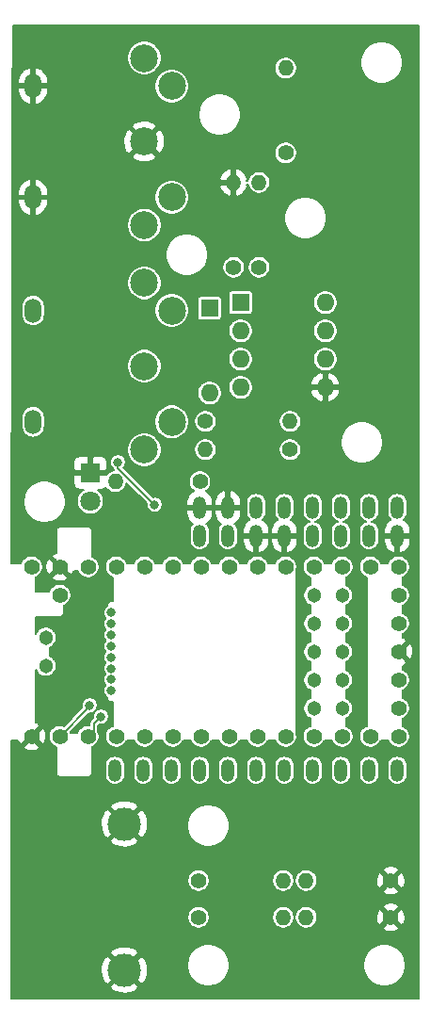
<source format=gbr>
G04 #@! TF.GenerationSoftware,KiCad,Pcbnew,5.1.5+dfsg1-2~bpo10+1*
G04 #@! TF.CreationDate,2020-04-18T13:19:32-07:00*
G04 #@! TF.ProjectId,rbdrums,72626472-756d-4732-9e6b-696361645f70,rev?*
G04 #@! TF.SameCoordinates,Original*
G04 #@! TF.FileFunction,Copper,L2,Bot*
G04 #@! TF.FilePolarity,Positive*
%FSLAX46Y46*%
G04 Gerber Fmt 4.6, Leading zero omitted, Abs format (unit mm)*
G04 Created by KiCad (PCBNEW 5.1.5+dfsg1-2~bpo10+1) date 2020-04-18 13:19:32*
%MOMM*%
%LPD*%
G04 APERTURE LIST*
%ADD10C,3.000000*%
%ADD11O,1.400000X1.400000*%
%ADD12C,1.400000*%
%ADD13C,1.800000*%
%ADD14R,1.800000X1.800000*%
%ADD15C,1.404000*%
%ADD16C,1.304000*%
%ADD17C,0.804000*%
%ADD18O,1.600000X1.600000*%
%ADD19R,1.600000X1.600000*%
%ADD20O,1.500000X2.200000*%
%ADD21C,2.500000*%
%ADD22O,1.200000X2.000000*%
%ADD23C,0.800000*%
%ADD24C,0.200660*%
%ADD25C,0.203200*%
G04 APERTURE END LIST*
D10*
X130640000Y-96752000D03*
X130640000Y-109892000D03*
D11*
X129819400Y-65989200D03*
D12*
X137439400Y-65989200D03*
D13*
X127584200Y-67741800D03*
D14*
X127584200Y-65201800D03*
D15*
X152781000Y-88900000D03*
X122301000Y-73660000D03*
X124841000Y-76200000D03*
X124841000Y-73660000D03*
X127381000Y-73660000D03*
X129921000Y-73660000D03*
X132461000Y-73660000D03*
X135001000Y-73660000D03*
X137541000Y-73660000D03*
X140081000Y-73660000D03*
X142621000Y-73660000D03*
X145161000Y-73660000D03*
X147701000Y-73660000D03*
X150241000Y-73660000D03*
X152781000Y-73660000D03*
X155321000Y-73660000D03*
X155321000Y-76200000D03*
X155321000Y-78740000D03*
X155321000Y-81280000D03*
X155321000Y-83820000D03*
X155321000Y-86360000D03*
X155321000Y-88900000D03*
X150241000Y-88900000D03*
X147701000Y-88900000D03*
X145161000Y-88900000D03*
X142621000Y-88900000D03*
X140081000Y-88900000D03*
X137541000Y-88900000D03*
X135001000Y-88900000D03*
X132461000Y-88900000D03*
X129921000Y-88900000D03*
X127381000Y-88900000D03*
D16*
X123571000Y-82550000D03*
X123571000Y-80010000D03*
D17*
X129439400Y-84780000D03*
X129439400Y-83780000D03*
X129439400Y-82780000D03*
X129439400Y-81780000D03*
X129439400Y-80780000D03*
X129439400Y-79780000D03*
X129439400Y-78780000D03*
X129439400Y-77780000D03*
D16*
X147701000Y-86360000D03*
X150241000Y-86360000D03*
X147701000Y-83820000D03*
X150241000Y-83820000D03*
X147701000Y-81280000D03*
X150241000Y-81280000D03*
X147701000Y-78740000D03*
X150241000Y-78740000D03*
X147701000Y-76200000D03*
X150241000Y-76200000D03*
D15*
X124841000Y-88900000D03*
X122301000Y-88900000D03*
D18*
X148717000Y-49911000D03*
X141097000Y-57531000D03*
X148717000Y-52451000D03*
X141097000Y-54991000D03*
X148717000Y-54991000D03*
X141097000Y-52451000D03*
X148717000Y-57531000D03*
D19*
X141097000Y-49911000D03*
D11*
X146989800Y-101854000D03*
D12*
X154609800Y-101854000D03*
D11*
X146989800Y-105156000D03*
D12*
X154609800Y-105156000D03*
D11*
X145161000Y-28829000D03*
D12*
X145161000Y-36449000D03*
D11*
X142748000Y-39116000D03*
D12*
X142748000Y-46736000D03*
D11*
X145542000Y-60579000D03*
D12*
X137922000Y-60579000D03*
D11*
X140462000Y-39116000D03*
D12*
X140462000Y-46736000D03*
D11*
X137922000Y-63119000D03*
D12*
X145542000Y-63119000D03*
D11*
X144932400Y-105156000D03*
D12*
X137312400Y-105156000D03*
D11*
X144932400Y-101854000D03*
D12*
X137312400Y-101854000D03*
D20*
X122421000Y-30433000D03*
X122421000Y-40433000D03*
D21*
X134921000Y-30433000D03*
X134921000Y-40433000D03*
X132421000Y-27933000D03*
X132421000Y-35433000D03*
X132421000Y-42933000D03*
D20*
X122421000Y-50626000D03*
X122421000Y-60626000D03*
D21*
X134921000Y-50626000D03*
X134921000Y-60626000D03*
X132421000Y-48126000D03*
X132421000Y-55626000D03*
X132421000Y-63126000D03*
D22*
X155194000Y-91948000D03*
X152654000Y-91948000D03*
X150114000Y-91948000D03*
X147574000Y-91948000D03*
X145034000Y-91948000D03*
X142494000Y-91948000D03*
X139954000Y-91948000D03*
X137414000Y-91948000D03*
X134874000Y-91948000D03*
X132334000Y-91948000D03*
X129794000Y-91948000D03*
X155194000Y-70866000D03*
X155194000Y-68326000D03*
X152654000Y-70866000D03*
X152654000Y-68326000D03*
X150114000Y-70866000D03*
X150114000Y-68326000D03*
X147574000Y-70866000D03*
X147574000Y-68326000D03*
X145034000Y-70866000D03*
X145034000Y-68326000D03*
X142494000Y-70866000D03*
X142494000Y-68326000D03*
X139954000Y-70866000D03*
X139954000Y-68326000D03*
X137414000Y-70866000D03*
X137414000Y-68326000D03*
D18*
X138303000Y-58039000D03*
D19*
X138303000Y-50419000D03*
D23*
X127508000Y-86106000D03*
X133350000Y-68072000D03*
X128524000Y-87122000D03*
X130048000Y-64262000D03*
D24*
X124841000Y-88900000D02*
X127508000Y-86233000D01*
X127508000Y-86233000D02*
X127508000Y-86106000D01*
X127889000Y-87757000D02*
X128524000Y-87122000D01*
X127889000Y-88392000D02*
X127611050Y-88669950D01*
X127889000Y-87757000D02*
X127889000Y-88392000D01*
X130048000Y-64770000D02*
X130048000Y-64262000D01*
X133350000Y-68072000D02*
X130048000Y-64770000D01*
D25*
G36*
X157150201Y-112446200D02*
G01*
X120471800Y-112446200D01*
X120471800Y-111386749D01*
X129360777Y-111386749D01*
X129520527Y-111692102D01*
X129893220Y-111875912D01*
X130294610Y-111983481D01*
X130709275Y-112010676D01*
X131121277Y-111956452D01*
X131514784Y-111822892D01*
X131759473Y-111692102D01*
X131919223Y-111386749D01*
X130640000Y-110107526D01*
X129360777Y-111386749D01*
X120471800Y-111386749D01*
X120471800Y-109961275D01*
X128521324Y-109961275D01*
X128575548Y-110373277D01*
X128709108Y-110766784D01*
X128839898Y-111011473D01*
X129145251Y-111171223D01*
X130424474Y-109892000D01*
X130855526Y-109892000D01*
X132134749Y-111171223D01*
X132440102Y-111011473D01*
X132623912Y-110638780D01*
X132731481Y-110237390D01*
X132758676Y-109822725D01*
X132704452Y-109410723D01*
X132662254Y-109286394D01*
X136271200Y-109286394D01*
X136271200Y-109661606D01*
X136344400Y-110029610D01*
X136487988Y-110376261D01*
X136696445Y-110688240D01*
X136961760Y-110953555D01*
X137273739Y-111162012D01*
X137620390Y-111305600D01*
X137988394Y-111378800D01*
X138363606Y-111378800D01*
X138731610Y-111305600D01*
X139078261Y-111162012D01*
X139390240Y-110953555D01*
X139655555Y-110688240D01*
X139864012Y-110376261D01*
X140007600Y-110029610D01*
X140080800Y-109661606D01*
X140080800Y-109286394D01*
X152146200Y-109286394D01*
X152146200Y-109661606D01*
X152219400Y-110029610D01*
X152362988Y-110376261D01*
X152571445Y-110688240D01*
X152836760Y-110953555D01*
X153148739Y-111162012D01*
X153495390Y-111305600D01*
X153863394Y-111378800D01*
X154238606Y-111378800D01*
X154606610Y-111305600D01*
X154953261Y-111162012D01*
X155265240Y-110953555D01*
X155530555Y-110688240D01*
X155739012Y-110376261D01*
X155882600Y-110029610D01*
X155955800Y-109661606D01*
X155955800Y-109286394D01*
X155882600Y-108918390D01*
X155739012Y-108571739D01*
X155530555Y-108259760D01*
X155265240Y-107994445D01*
X154953261Y-107785988D01*
X154606610Y-107642400D01*
X154238606Y-107569200D01*
X153863394Y-107569200D01*
X153495390Y-107642400D01*
X153148739Y-107785988D01*
X152836760Y-107994445D01*
X152571445Y-108259760D01*
X152362988Y-108571739D01*
X152219400Y-108918390D01*
X152146200Y-109286394D01*
X140080800Y-109286394D01*
X140007600Y-108918390D01*
X139864012Y-108571739D01*
X139655555Y-108259760D01*
X139390240Y-107994445D01*
X139078261Y-107785988D01*
X138731610Y-107642400D01*
X138363606Y-107569200D01*
X137988394Y-107569200D01*
X137620390Y-107642400D01*
X137273739Y-107785988D01*
X136961760Y-107994445D01*
X136696445Y-108259760D01*
X136487988Y-108571739D01*
X136344400Y-108918390D01*
X136271200Y-109286394D01*
X132662254Y-109286394D01*
X132570892Y-109017216D01*
X132440102Y-108772527D01*
X132134749Y-108612777D01*
X130855526Y-109892000D01*
X130424474Y-109892000D01*
X129145251Y-108612777D01*
X128839898Y-108772527D01*
X128656088Y-109145220D01*
X128548519Y-109546610D01*
X128521324Y-109961275D01*
X120471800Y-109961275D01*
X120471800Y-108397251D01*
X129360777Y-108397251D01*
X130640000Y-109676474D01*
X131919223Y-108397251D01*
X131759473Y-108091898D01*
X131386780Y-107908088D01*
X130985390Y-107800519D01*
X130570725Y-107773324D01*
X130158723Y-107827548D01*
X129765216Y-107961108D01*
X129520527Y-108091898D01*
X129360777Y-108397251D01*
X120471800Y-108397251D01*
X120471800Y-105057036D01*
X136307600Y-105057036D01*
X136307600Y-105254964D01*
X136346214Y-105449089D01*
X136421958Y-105631951D01*
X136531921Y-105796523D01*
X136671877Y-105936479D01*
X136836449Y-106046442D01*
X137019311Y-106122186D01*
X137213436Y-106160800D01*
X137411364Y-106160800D01*
X137605489Y-106122186D01*
X137788351Y-106046442D01*
X137952923Y-105936479D01*
X138092879Y-105796523D01*
X138202842Y-105631951D01*
X138278586Y-105449089D01*
X138317200Y-105254964D01*
X138317200Y-105057036D01*
X143927600Y-105057036D01*
X143927600Y-105254964D01*
X143966214Y-105449089D01*
X144041958Y-105631951D01*
X144151921Y-105796523D01*
X144291877Y-105936479D01*
X144456449Y-106046442D01*
X144639311Y-106122186D01*
X144833436Y-106160800D01*
X145031364Y-106160800D01*
X145225489Y-106122186D01*
X145408351Y-106046442D01*
X145572923Y-105936479D01*
X145712879Y-105796523D01*
X145822842Y-105631951D01*
X145898586Y-105449089D01*
X145937200Y-105254964D01*
X145937200Y-105057036D01*
X145985000Y-105057036D01*
X145985000Y-105254964D01*
X146023614Y-105449089D01*
X146099358Y-105631951D01*
X146209321Y-105796523D01*
X146349277Y-105936479D01*
X146513849Y-106046442D01*
X146696711Y-106122186D01*
X146890836Y-106160800D01*
X147088764Y-106160800D01*
X147282889Y-106122186D01*
X147386135Y-106079420D01*
X153901906Y-106079420D01*
X153964810Y-106303030D01*
X154200978Y-106406821D01*
X154452856Y-106462544D01*
X154710766Y-106468057D01*
X154964795Y-106423149D01*
X155205182Y-106329544D01*
X155254790Y-106303030D01*
X155317694Y-106079420D01*
X154609800Y-105371526D01*
X153901906Y-106079420D01*
X147386135Y-106079420D01*
X147465751Y-106046442D01*
X147630323Y-105936479D01*
X147770279Y-105796523D01*
X147880242Y-105631951D01*
X147955986Y-105449089D01*
X147994201Y-105256966D01*
X153297743Y-105256966D01*
X153342651Y-105510995D01*
X153436256Y-105751382D01*
X153462770Y-105800990D01*
X153686380Y-105863894D01*
X154394274Y-105156000D01*
X154825326Y-105156000D01*
X155533220Y-105863894D01*
X155756830Y-105800990D01*
X155860621Y-105564822D01*
X155916344Y-105312944D01*
X155921857Y-105055034D01*
X155876949Y-104801005D01*
X155783344Y-104560618D01*
X155756830Y-104511010D01*
X155533220Y-104448106D01*
X154825326Y-105156000D01*
X154394274Y-105156000D01*
X153686380Y-104448106D01*
X153462770Y-104511010D01*
X153358979Y-104747178D01*
X153303256Y-104999056D01*
X153297743Y-105256966D01*
X147994201Y-105256966D01*
X147994600Y-105254964D01*
X147994600Y-105057036D01*
X147955986Y-104862911D01*
X147880242Y-104680049D01*
X147770279Y-104515477D01*
X147630323Y-104375521D01*
X147465751Y-104265558D01*
X147386136Y-104232580D01*
X153901906Y-104232580D01*
X154609800Y-104940474D01*
X155317694Y-104232580D01*
X155254790Y-104008970D01*
X155018622Y-103905179D01*
X154766744Y-103849456D01*
X154508834Y-103843943D01*
X154254805Y-103888851D01*
X154014418Y-103982456D01*
X153964810Y-104008970D01*
X153901906Y-104232580D01*
X147386136Y-104232580D01*
X147282889Y-104189814D01*
X147088764Y-104151200D01*
X146890836Y-104151200D01*
X146696711Y-104189814D01*
X146513849Y-104265558D01*
X146349277Y-104375521D01*
X146209321Y-104515477D01*
X146099358Y-104680049D01*
X146023614Y-104862911D01*
X145985000Y-105057036D01*
X145937200Y-105057036D01*
X145898586Y-104862911D01*
X145822842Y-104680049D01*
X145712879Y-104515477D01*
X145572923Y-104375521D01*
X145408351Y-104265558D01*
X145225489Y-104189814D01*
X145031364Y-104151200D01*
X144833436Y-104151200D01*
X144639311Y-104189814D01*
X144456449Y-104265558D01*
X144291877Y-104375521D01*
X144151921Y-104515477D01*
X144041958Y-104680049D01*
X143966214Y-104862911D01*
X143927600Y-105057036D01*
X138317200Y-105057036D01*
X138278586Y-104862911D01*
X138202842Y-104680049D01*
X138092879Y-104515477D01*
X137952923Y-104375521D01*
X137788351Y-104265558D01*
X137605489Y-104189814D01*
X137411364Y-104151200D01*
X137213436Y-104151200D01*
X137019311Y-104189814D01*
X136836449Y-104265558D01*
X136671877Y-104375521D01*
X136531921Y-104515477D01*
X136421958Y-104680049D01*
X136346214Y-104862911D01*
X136307600Y-105057036D01*
X120471800Y-105057036D01*
X120471800Y-101755036D01*
X136307600Y-101755036D01*
X136307600Y-101952964D01*
X136346214Y-102147089D01*
X136421958Y-102329951D01*
X136531921Y-102494523D01*
X136671877Y-102634479D01*
X136836449Y-102744442D01*
X137019311Y-102820186D01*
X137213436Y-102858800D01*
X137411364Y-102858800D01*
X137605489Y-102820186D01*
X137788351Y-102744442D01*
X137952923Y-102634479D01*
X138092879Y-102494523D01*
X138202842Y-102329951D01*
X138278586Y-102147089D01*
X138317200Y-101952964D01*
X138317200Y-101755036D01*
X143927600Y-101755036D01*
X143927600Y-101952964D01*
X143966214Y-102147089D01*
X144041958Y-102329951D01*
X144151921Y-102494523D01*
X144291877Y-102634479D01*
X144456449Y-102744442D01*
X144639311Y-102820186D01*
X144833436Y-102858800D01*
X145031364Y-102858800D01*
X145225489Y-102820186D01*
X145408351Y-102744442D01*
X145572923Y-102634479D01*
X145712879Y-102494523D01*
X145822842Y-102329951D01*
X145898586Y-102147089D01*
X145937200Y-101952964D01*
X145937200Y-101755036D01*
X145985000Y-101755036D01*
X145985000Y-101952964D01*
X146023614Y-102147089D01*
X146099358Y-102329951D01*
X146209321Y-102494523D01*
X146349277Y-102634479D01*
X146513849Y-102744442D01*
X146696711Y-102820186D01*
X146890836Y-102858800D01*
X147088764Y-102858800D01*
X147282889Y-102820186D01*
X147386135Y-102777420D01*
X153901906Y-102777420D01*
X153964810Y-103001030D01*
X154200978Y-103104821D01*
X154452856Y-103160544D01*
X154710766Y-103166057D01*
X154964795Y-103121149D01*
X155205182Y-103027544D01*
X155254790Y-103001030D01*
X155317694Y-102777420D01*
X154609800Y-102069526D01*
X153901906Y-102777420D01*
X147386135Y-102777420D01*
X147465751Y-102744442D01*
X147630323Y-102634479D01*
X147770279Y-102494523D01*
X147880242Y-102329951D01*
X147955986Y-102147089D01*
X147994201Y-101954966D01*
X153297743Y-101954966D01*
X153342651Y-102208995D01*
X153436256Y-102449382D01*
X153462770Y-102498990D01*
X153686380Y-102561894D01*
X154394274Y-101854000D01*
X154825326Y-101854000D01*
X155533220Y-102561894D01*
X155756830Y-102498990D01*
X155860621Y-102262822D01*
X155916344Y-102010944D01*
X155921857Y-101753034D01*
X155876949Y-101499005D01*
X155783344Y-101258618D01*
X155756830Y-101209010D01*
X155533220Y-101146106D01*
X154825326Y-101854000D01*
X154394274Y-101854000D01*
X153686380Y-101146106D01*
X153462770Y-101209010D01*
X153358979Y-101445178D01*
X153303256Y-101697056D01*
X153297743Y-101954966D01*
X147994201Y-101954966D01*
X147994600Y-101952964D01*
X147994600Y-101755036D01*
X147955986Y-101560911D01*
X147880242Y-101378049D01*
X147770279Y-101213477D01*
X147630323Y-101073521D01*
X147465751Y-100963558D01*
X147386136Y-100930580D01*
X153901906Y-100930580D01*
X154609800Y-101638474D01*
X155317694Y-100930580D01*
X155254790Y-100706970D01*
X155018622Y-100603179D01*
X154766744Y-100547456D01*
X154508834Y-100541943D01*
X154254805Y-100586851D01*
X154014418Y-100680456D01*
X153964810Y-100706970D01*
X153901906Y-100930580D01*
X147386136Y-100930580D01*
X147282889Y-100887814D01*
X147088764Y-100849200D01*
X146890836Y-100849200D01*
X146696711Y-100887814D01*
X146513849Y-100963558D01*
X146349277Y-101073521D01*
X146209321Y-101213477D01*
X146099358Y-101378049D01*
X146023614Y-101560911D01*
X145985000Y-101755036D01*
X145937200Y-101755036D01*
X145898586Y-101560911D01*
X145822842Y-101378049D01*
X145712879Y-101213477D01*
X145572923Y-101073521D01*
X145408351Y-100963558D01*
X145225489Y-100887814D01*
X145031364Y-100849200D01*
X144833436Y-100849200D01*
X144639311Y-100887814D01*
X144456449Y-100963558D01*
X144291877Y-101073521D01*
X144151921Y-101213477D01*
X144041958Y-101378049D01*
X143966214Y-101560911D01*
X143927600Y-101755036D01*
X138317200Y-101755036D01*
X138278586Y-101560911D01*
X138202842Y-101378049D01*
X138092879Y-101213477D01*
X137952923Y-101073521D01*
X137788351Y-100963558D01*
X137605489Y-100887814D01*
X137411364Y-100849200D01*
X137213436Y-100849200D01*
X137019311Y-100887814D01*
X136836449Y-100963558D01*
X136671877Y-101073521D01*
X136531921Y-101213477D01*
X136421958Y-101378049D01*
X136346214Y-101560911D01*
X136307600Y-101755036D01*
X120471800Y-101755036D01*
X120471800Y-98246749D01*
X129360777Y-98246749D01*
X129520527Y-98552102D01*
X129893220Y-98735912D01*
X130294610Y-98843481D01*
X130709275Y-98870676D01*
X131121277Y-98816452D01*
X131514784Y-98682892D01*
X131759473Y-98552102D01*
X131919223Y-98246749D01*
X130640000Y-96967526D01*
X129360777Y-98246749D01*
X120471800Y-98246749D01*
X120471800Y-96821275D01*
X128521324Y-96821275D01*
X128575548Y-97233277D01*
X128709108Y-97626784D01*
X128839898Y-97871473D01*
X129145251Y-98031223D01*
X130424474Y-96752000D01*
X130855526Y-96752000D01*
X132134749Y-98031223D01*
X132440102Y-97871473D01*
X132623912Y-97498780D01*
X132731481Y-97097390D01*
X132756664Y-96713394D01*
X136271200Y-96713394D01*
X136271200Y-97088606D01*
X136344400Y-97456610D01*
X136487988Y-97803261D01*
X136696445Y-98115240D01*
X136961760Y-98380555D01*
X137273739Y-98589012D01*
X137620390Y-98732600D01*
X137988394Y-98805800D01*
X138363606Y-98805800D01*
X138731610Y-98732600D01*
X139078261Y-98589012D01*
X139390240Y-98380555D01*
X139655555Y-98115240D01*
X139864012Y-97803261D01*
X140007600Y-97456610D01*
X140080800Y-97088606D01*
X140080800Y-96713394D01*
X140007600Y-96345390D01*
X139864012Y-95998739D01*
X139655555Y-95686760D01*
X139390240Y-95421445D01*
X139078261Y-95212988D01*
X138731610Y-95069400D01*
X138363606Y-94996200D01*
X137988394Y-94996200D01*
X137620390Y-95069400D01*
X137273739Y-95212988D01*
X136961760Y-95421445D01*
X136696445Y-95686760D01*
X136487988Y-95998739D01*
X136344400Y-96345390D01*
X136271200Y-96713394D01*
X132756664Y-96713394D01*
X132758676Y-96682725D01*
X132704452Y-96270723D01*
X132570892Y-95877216D01*
X132440102Y-95632527D01*
X132134749Y-95472777D01*
X130855526Y-96752000D01*
X130424474Y-96752000D01*
X129145251Y-95472777D01*
X128839898Y-95632527D01*
X128656088Y-96005220D01*
X128548519Y-96406610D01*
X128521324Y-96821275D01*
X120471800Y-96821275D01*
X120471800Y-95257251D01*
X129360777Y-95257251D01*
X130640000Y-96536474D01*
X131919223Y-95257251D01*
X131759473Y-94951898D01*
X131386780Y-94768088D01*
X130985390Y-94660519D01*
X130570725Y-94633324D01*
X130158723Y-94687548D01*
X129765216Y-94821108D01*
X129520527Y-94951898D01*
X129360777Y-95257251D01*
X120471800Y-95257251D01*
X120471800Y-89229800D01*
X121027348Y-89229800D01*
X121031854Y-89255313D01*
X121125558Y-89496084D01*
X121152333Y-89546178D01*
X121376147Y-89609327D01*
X121755674Y-89229800D01*
X122186726Y-89229800D01*
X121591673Y-89824853D01*
X121654822Y-90048667D01*
X121891331Y-90152659D01*
X122143585Y-90208512D01*
X122401887Y-90214079D01*
X122656313Y-90169146D01*
X122897084Y-90075442D01*
X122947178Y-90048667D01*
X123010327Y-89824853D01*
X122400063Y-89214589D01*
X122427819Y-89206169D01*
X122485113Y-89175545D01*
X122535332Y-89134332D01*
X122576545Y-89084113D01*
X122607169Y-89026819D01*
X122615589Y-88999063D01*
X123225853Y-89609327D01*
X123449667Y-89546178D01*
X123553659Y-89309669D01*
X123609512Y-89057415D01*
X123615041Y-88800839D01*
X123834200Y-88800839D01*
X123834200Y-88999161D01*
X123872891Y-89193673D01*
X123948786Y-89376898D01*
X124058968Y-89541797D01*
X124199203Y-89682032D01*
X124364102Y-89792214D01*
X124511201Y-89853145D01*
X124511200Y-92185806D01*
X124509605Y-92202000D01*
X124515973Y-92266652D01*
X124534831Y-92328819D01*
X124565455Y-92386113D01*
X124570647Y-92392439D01*
X124606668Y-92436332D01*
X124656887Y-92477545D01*
X124714181Y-92508169D01*
X124776348Y-92527027D01*
X124841000Y-92533395D01*
X124857193Y-92531800D01*
X127364807Y-92531800D01*
X127381000Y-92533395D01*
X127397193Y-92531800D01*
X127445652Y-92527027D01*
X127507819Y-92508169D01*
X127565113Y-92477545D01*
X127615332Y-92436332D01*
X127656545Y-92386113D01*
X127687169Y-92328819D01*
X127706027Y-92266652D01*
X127712395Y-92202000D01*
X127710800Y-92185807D01*
X127710800Y-91503562D01*
X128889200Y-91503562D01*
X128889200Y-92392439D01*
X128902294Y-92525372D01*
X128954031Y-92695927D01*
X129038048Y-92853112D01*
X129151116Y-92990885D01*
X129288889Y-93103953D01*
X129446074Y-93187970D01*
X129616629Y-93239707D01*
X129794000Y-93257177D01*
X129971372Y-93239707D01*
X130141927Y-93187970D01*
X130299112Y-93103953D01*
X130436885Y-92990885D01*
X130549953Y-92853112D01*
X130633970Y-92695927D01*
X130685707Y-92525372D01*
X130698800Y-92392439D01*
X130698800Y-91503562D01*
X131429200Y-91503562D01*
X131429200Y-92392439D01*
X131442294Y-92525372D01*
X131494031Y-92695927D01*
X131578048Y-92853112D01*
X131691116Y-92990885D01*
X131828889Y-93103953D01*
X131986074Y-93187970D01*
X132156629Y-93239707D01*
X132334000Y-93257177D01*
X132511372Y-93239707D01*
X132681927Y-93187970D01*
X132839112Y-93103953D01*
X132976885Y-92990885D01*
X133089953Y-92853112D01*
X133173970Y-92695927D01*
X133225707Y-92525372D01*
X133238800Y-92392439D01*
X133238800Y-91503562D01*
X133969200Y-91503562D01*
X133969200Y-92392439D01*
X133982294Y-92525372D01*
X134034031Y-92695927D01*
X134118048Y-92853112D01*
X134231116Y-92990885D01*
X134368889Y-93103953D01*
X134526074Y-93187970D01*
X134696629Y-93239707D01*
X134874000Y-93257177D01*
X135051372Y-93239707D01*
X135221927Y-93187970D01*
X135379112Y-93103953D01*
X135516885Y-92990885D01*
X135629953Y-92853112D01*
X135713970Y-92695927D01*
X135765707Y-92525372D01*
X135778800Y-92392439D01*
X135778800Y-91503562D01*
X136509200Y-91503562D01*
X136509200Y-92392439D01*
X136522294Y-92525372D01*
X136574031Y-92695927D01*
X136658048Y-92853112D01*
X136771116Y-92990885D01*
X136908889Y-93103953D01*
X137066074Y-93187970D01*
X137236629Y-93239707D01*
X137414000Y-93257177D01*
X137591372Y-93239707D01*
X137761927Y-93187970D01*
X137919112Y-93103953D01*
X138056885Y-92990885D01*
X138169953Y-92853112D01*
X138253970Y-92695927D01*
X138305707Y-92525372D01*
X138318800Y-92392439D01*
X138318800Y-91503562D01*
X139049200Y-91503562D01*
X139049200Y-92392439D01*
X139062294Y-92525372D01*
X139114031Y-92695927D01*
X139198048Y-92853112D01*
X139311116Y-92990885D01*
X139448889Y-93103953D01*
X139606074Y-93187970D01*
X139776629Y-93239707D01*
X139954000Y-93257177D01*
X140131372Y-93239707D01*
X140301927Y-93187970D01*
X140459112Y-93103953D01*
X140596885Y-92990885D01*
X140709953Y-92853112D01*
X140793970Y-92695927D01*
X140845707Y-92525372D01*
X140858800Y-92392439D01*
X140858800Y-91503562D01*
X141589200Y-91503562D01*
X141589200Y-92392439D01*
X141602294Y-92525372D01*
X141654031Y-92695927D01*
X141738048Y-92853112D01*
X141851116Y-92990885D01*
X141988889Y-93103953D01*
X142146074Y-93187970D01*
X142316629Y-93239707D01*
X142494000Y-93257177D01*
X142671372Y-93239707D01*
X142841927Y-93187970D01*
X142999112Y-93103953D01*
X143136885Y-92990885D01*
X143249953Y-92853112D01*
X143333970Y-92695927D01*
X143385707Y-92525372D01*
X143398800Y-92392439D01*
X143398800Y-91503562D01*
X144129200Y-91503562D01*
X144129200Y-92392439D01*
X144142294Y-92525372D01*
X144194031Y-92695927D01*
X144278048Y-92853112D01*
X144391116Y-92990885D01*
X144528889Y-93103953D01*
X144686074Y-93187970D01*
X144856629Y-93239707D01*
X145034000Y-93257177D01*
X145211372Y-93239707D01*
X145381927Y-93187970D01*
X145539112Y-93103953D01*
X145676885Y-92990885D01*
X145789953Y-92853112D01*
X145873970Y-92695927D01*
X145925707Y-92525372D01*
X145938800Y-92392439D01*
X145938800Y-91503562D01*
X146669200Y-91503562D01*
X146669200Y-92392439D01*
X146682294Y-92525372D01*
X146734031Y-92695927D01*
X146818048Y-92853112D01*
X146931116Y-92990885D01*
X147068889Y-93103953D01*
X147226074Y-93187970D01*
X147396629Y-93239707D01*
X147574000Y-93257177D01*
X147751372Y-93239707D01*
X147921927Y-93187970D01*
X148079112Y-93103953D01*
X148216885Y-92990885D01*
X148329953Y-92853112D01*
X148413970Y-92695927D01*
X148465707Y-92525372D01*
X148478800Y-92392439D01*
X148478800Y-91503562D01*
X149209200Y-91503562D01*
X149209200Y-92392439D01*
X149222294Y-92525372D01*
X149274031Y-92695927D01*
X149358048Y-92853112D01*
X149471116Y-92990885D01*
X149608889Y-93103953D01*
X149766074Y-93187970D01*
X149936629Y-93239707D01*
X150114000Y-93257177D01*
X150291372Y-93239707D01*
X150461927Y-93187970D01*
X150619112Y-93103953D01*
X150756885Y-92990885D01*
X150869953Y-92853112D01*
X150953970Y-92695927D01*
X151005707Y-92525372D01*
X151018800Y-92392439D01*
X151018800Y-91503562D01*
X151749200Y-91503562D01*
X151749200Y-92392439D01*
X151762294Y-92525372D01*
X151814031Y-92695927D01*
X151898048Y-92853112D01*
X152011116Y-92990885D01*
X152148889Y-93103953D01*
X152306074Y-93187970D01*
X152476629Y-93239707D01*
X152654000Y-93257177D01*
X152831372Y-93239707D01*
X153001927Y-93187970D01*
X153159112Y-93103953D01*
X153296885Y-92990885D01*
X153409953Y-92853112D01*
X153493970Y-92695927D01*
X153545707Y-92525372D01*
X153558800Y-92392439D01*
X153558800Y-91503562D01*
X154289200Y-91503562D01*
X154289200Y-92392439D01*
X154302294Y-92525372D01*
X154354031Y-92695927D01*
X154438048Y-92853112D01*
X154551116Y-92990885D01*
X154688889Y-93103953D01*
X154846074Y-93187970D01*
X155016629Y-93239707D01*
X155194000Y-93257177D01*
X155371372Y-93239707D01*
X155541927Y-93187970D01*
X155699112Y-93103953D01*
X155836885Y-92990885D01*
X155949953Y-92853112D01*
X156033970Y-92695927D01*
X156085707Y-92525372D01*
X156098800Y-92392439D01*
X156098800Y-91503561D01*
X156085707Y-91370628D01*
X156033970Y-91200073D01*
X155949953Y-91042888D01*
X155836885Y-90905115D01*
X155699111Y-90792047D01*
X155541926Y-90708030D01*
X155371371Y-90656293D01*
X155194000Y-90638823D01*
X155016628Y-90656293D01*
X154846073Y-90708030D01*
X154688888Y-90792047D01*
X154551115Y-90905115D01*
X154438047Y-91042889D01*
X154354030Y-91200074D01*
X154302293Y-91370629D01*
X154289200Y-91503562D01*
X153558800Y-91503562D01*
X153558800Y-91503561D01*
X153545707Y-91370628D01*
X153493970Y-91200073D01*
X153409953Y-91042888D01*
X153296885Y-90905115D01*
X153159111Y-90792047D01*
X153001926Y-90708030D01*
X152831371Y-90656293D01*
X152654000Y-90638823D01*
X152476628Y-90656293D01*
X152306073Y-90708030D01*
X152148888Y-90792047D01*
X152011115Y-90905115D01*
X151898047Y-91042889D01*
X151814030Y-91200074D01*
X151762293Y-91370629D01*
X151749200Y-91503562D01*
X151018800Y-91503562D01*
X151018800Y-91503561D01*
X151005707Y-91370628D01*
X150953970Y-91200073D01*
X150869953Y-91042888D01*
X150756885Y-90905115D01*
X150619111Y-90792047D01*
X150461926Y-90708030D01*
X150291371Y-90656293D01*
X150114000Y-90638823D01*
X149936628Y-90656293D01*
X149766073Y-90708030D01*
X149608888Y-90792047D01*
X149471115Y-90905115D01*
X149358047Y-91042889D01*
X149274030Y-91200074D01*
X149222293Y-91370629D01*
X149209200Y-91503562D01*
X148478800Y-91503562D01*
X148478800Y-91503561D01*
X148465707Y-91370628D01*
X148413970Y-91200073D01*
X148329953Y-91042888D01*
X148216885Y-90905115D01*
X148079111Y-90792047D01*
X147921926Y-90708030D01*
X147751371Y-90656293D01*
X147574000Y-90638823D01*
X147396628Y-90656293D01*
X147226073Y-90708030D01*
X147068888Y-90792047D01*
X146931115Y-90905115D01*
X146818047Y-91042889D01*
X146734030Y-91200074D01*
X146682293Y-91370629D01*
X146669200Y-91503562D01*
X145938800Y-91503562D01*
X145938800Y-91503561D01*
X145925707Y-91370628D01*
X145873970Y-91200073D01*
X145789953Y-91042888D01*
X145676885Y-90905115D01*
X145539111Y-90792047D01*
X145381926Y-90708030D01*
X145211371Y-90656293D01*
X145034000Y-90638823D01*
X144856628Y-90656293D01*
X144686073Y-90708030D01*
X144528888Y-90792047D01*
X144391115Y-90905115D01*
X144278047Y-91042889D01*
X144194030Y-91200074D01*
X144142293Y-91370629D01*
X144129200Y-91503562D01*
X143398800Y-91503562D01*
X143398800Y-91503561D01*
X143385707Y-91370628D01*
X143333970Y-91200073D01*
X143249953Y-91042888D01*
X143136885Y-90905115D01*
X142999111Y-90792047D01*
X142841926Y-90708030D01*
X142671371Y-90656293D01*
X142494000Y-90638823D01*
X142316628Y-90656293D01*
X142146073Y-90708030D01*
X141988888Y-90792047D01*
X141851115Y-90905115D01*
X141738047Y-91042889D01*
X141654030Y-91200074D01*
X141602293Y-91370629D01*
X141589200Y-91503562D01*
X140858800Y-91503562D01*
X140858800Y-91503561D01*
X140845707Y-91370628D01*
X140793970Y-91200073D01*
X140709953Y-91042888D01*
X140596885Y-90905115D01*
X140459111Y-90792047D01*
X140301926Y-90708030D01*
X140131371Y-90656293D01*
X139954000Y-90638823D01*
X139776628Y-90656293D01*
X139606073Y-90708030D01*
X139448888Y-90792047D01*
X139311115Y-90905115D01*
X139198047Y-91042889D01*
X139114030Y-91200074D01*
X139062293Y-91370629D01*
X139049200Y-91503562D01*
X138318800Y-91503562D01*
X138318800Y-91503561D01*
X138305707Y-91370628D01*
X138253970Y-91200073D01*
X138169953Y-91042888D01*
X138056885Y-90905115D01*
X137919111Y-90792047D01*
X137761926Y-90708030D01*
X137591371Y-90656293D01*
X137414000Y-90638823D01*
X137236628Y-90656293D01*
X137066073Y-90708030D01*
X136908888Y-90792047D01*
X136771115Y-90905115D01*
X136658047Y-91042889D01*
X136574030Y-91200074D01*
X136522293Y-91370629D01*
X136509200Y-91503562D01*
X135778800Y-91503562D01*
X135778800Y-91503561D01*
X135765707Y-91370628D01*
X135713970Y-91200073D01*
X135629953Y-91042888D01*
X135516885Y-90905115D01*
X135379111Y-90792047D01*
X135221926Y-90708030D01*
X135051371Y-90656293D01*
X134874000Y-90638823D01*
X134696628Y-90656293D01*
X134526073Y-90708030D01*
X134368888Y-90792047D01*
X134231115Y-90905115D01*
X134118047Y-91042889D01*
X134034030Y-91200074D01*
X133982293Y-91370629D01*
X133969200Y-91503562D01*
X133238800Y-91503562D01*
X133238800Y-91503561D01*
X133225707Y-91370628D01*
X133173970Y-91200073D01*
X133089953Y-91042888D01*
X132976885Y-90905115D01*
X132839111Y-90792047D01*
X132681926Y-90708030D01*
X132511371Y-90656293D01*
X132334000Y-90638823D01*
X132156628Y-90656293D01*
X131986073Y-90708030D01*
X131828888Y-90792047D01*
X131691115Y-90905115D01*
X131578047Y-91042889D01*
X131494030Y-91200074D01*
X131442293Y-91370629D01*
X131429200Y-91503562D01*
X130698800Y-91503562D01*
X130698800Y-91503561D01*
X130685707Y-91370628D01*
X130633970Y-91200073D01*
X130549953Y-91042888D01*
X130436885Y-90905115D01*
X130299111Y-90792047D01*
X130141926Y-90708030D01*
X129971371Y-90656293D01*
X129794000Y-90638823D01*
X129616628Y-90656293D01*
X129446073Y-90708030D01*
X129288888Y-90792047D01*
X129151115Y-90905115D01*
X129038047Y-91042889D01*
X128954030Y-91200074D01*
X128902293Y-91370629D01*
X128889200Y-91503562D01*
X127710800Y-91503562D01*
X127710800Y-89853145D01*
X127857898Y-89792214D01*
X128022797Y-89682032D01*
X128163032Y-89541797D01*
X128273214Y-89376898D01*
X128349109Y-89193673D01*
X128387800Y-88999161D01*
X128387800Y-88800839D01*
X128349109Y-88606327D01*
X128289221Y-88461745D01*
X128294130Y-88411900D01*
X128296090Y-88392000D01*
X128294130Y-88372100D01*
X128294130Y-87924809D01*
X128402499Y-87816440D01*
X128454583Y-87826800D01*
X128593417Y-87826800D01*
X128729583Y-87799715D01*
X128857848Y-87746585D01*
X128973284Y-87669454D01*
X129071454Y-87571284D01*
X129148585Y-87455848D01*
X129201715Y-87327583D01*
X129228800Y-87191417D01*
X129228800Y-87052583D01*
X129201715Y-86916417D01*
X129148585Y-86788152D01*
X129071454Y-86672716D01*
X128973284Y-86574546D01*
X128857848Y-86497415D01*
X128729583Y-86444285D01*
X128593417Y-86417200D01*
X128454583Y-86417200D01*
X128318417Y-86444285D01*
X128190152Y-86497415D01*
X128074716Y-86574546D01*
X127976546Y-86672716D01*
X127899415Y-86788152D01*
X127846285Y-86916417D01*
X127819200Y-87052583D01*
X127819200Y-87191417D01*
X127829560Y-87243501D01*
X127616608Y-87456453D01*
X127601144Y-87469144D01*
X127550517Y-87530834D01*
X127512898Y-87601214D01*
X127489732Y-87677582D01*
X127483870Y-87737101D01*
X127483870Y-87737110D01*
X127481911Y-87757000D01*
X127483870Y-87776891D01*
X127483870Y-87893938D01*
X127480161Y-87893200D01*
X127281839Y-87893200D01*
X127087327Y-87931891D01*
X126904102Y-88007786D01*
X126739203Y-88117968D01*
X126598968Y-88258203D01*
X126488786Y-88423102D01*
X126427855Y-88570200D01*
X125794145Y-88570200D01*
X125779381Y-88534558D01*
X127503140Y-86810800D01*
X127577417Y-86810800D01*
X127713583Y-86783715D01*
X127841848Y-86730585D01*
X127957284Y-86653454D01*
X128055454Y-86555284D01*
X128132585Y-86439848D01*
X128185715Y-86311583D01*
X128212800Y-86175417D01*
X128212800Y-86036583D01*
X128185715Y-85900417D01*
X128132585Y-85772152D01*
X128055454Y-85656716D01*
X127957284Y-85558546D01*
X127841848Y-85481415D01*
X127713583Y-85428285D01*
X127577417Y-85401200D01*
X127438583Y-85401200D01*
X127302417Y-85428285D01*
X127174152Y-85481415D01*
X127058716Y-85558546D01*
X126960546Y-85656716D01*
X126883415Y-85772152D01*
X126830285Y-85900417D01*
X126803200Y-86036583D01*
X126803200Y-86175417D01*
X126830285Y-86311583D01*
X126837957Y-86330104D01*
X125206442Y-87961619D01*
X125134673Y-87931891D01*
X124940161Y-87893200D01*
X124741839Y-87893200D01*
X124547327Y-87931891D01*
X124364102Y-88007786D01*
X124199203Y-88117968D01*
X124058968Y-88258203D01*
X123948786Y-88423102D01*
X123872891Y-88606327D01*
X123834200Y-88800839D01*
X123615041Y-88800839D01*
X123615079Y-88799113D01*
X123570146Y-88544687D01*
X123476442Y-88303916D01*
X123449667Y-88253822D01*
X123225853Y-88190673D01*
X122630800Y-88785726D01*
X122630800Y-88354674D01*
X123010327Y-87975147D01*
X122947178Y-87751333D01*
X122710669Y-87647341D01*
X122630800Y-87629657D01*
X122630800Y-82879800D01*
X122671974Y-82879800D01*
X122723094Y-83003215D01*
X122827805Y-83159925D01*
X122961075Y-83293195D01*
X123117785Y-83397906D01*
X123291912Y-83470031D01*
X123476763Y-83506800D01*
X123665237Y-83506800D01*
X123850088Y-83470031D01*
X124024215Y-83397906D01*
X124180925Y-83293195D01*
X124314195Y-83159925D01*
X124418906Y-83003215D01*
X124491031Y-82829088D01*
X124527800Y-82644237D01*
X124527800Y-82455763D01*
X124491031Y-82270912D01*
X124418906Y-82096785D01*
X124314195Y-81940075D01*
X124180925Y-81806805D01*
X124024215Y-81702094D01*
X123900800Y-81650974D01*
X123900800Y-80909026D01*
X124024215Y-80857906D01*
X124180925Y-80753195D01*
X124314195Y-80619925D01*
X124418906Y-80463215D01*
X124491031Y-80289088D01*
X124527800Y-80104237D01*
X124527800Y-79915763D01*
X124491031Y-79730912D01*
X124418906Y-79556785D01*
X124314195Y-79400075D01*
X124180925Y-79266805D01*
X124024215Y-79162094D01*
X123850088Y-79089969D01*
X123665237Y-79053200D01*
X123476763Y-79053200D01*
X123291912Y-79089969D01*
X123117785Y-79162094D01*
X122961075Y-79266805D01*
X122827805Y-79400075D01*
X122723094Y-79556785D01*
X122671974Y-79680200D01*
X122630800Y-79680200D01*
X122630800Y-78180800D01*
X124824807Y-78180800D01*
X124841000Y-78182395D01*
X124857193Y-78180800D01*
X124905652Y-78176027D01*
X124967819Y-78157169D01*
X125025113Y-78126545D01*
X125075332Y-78085332D01*
X125116545Y-78035113D01*
X125147169Y-77977819D01*
X125166027Y-77915652D01*
X125172395Y-77851000D01*
X125170800Y-77834807D01*
X125170800Y-77710386D01*
X128732600Y-77710386D01*
X128732600Y-77849614D01*
X128759762Y-77986166D01*
X128813042Y-78114795D01*
X128890393Y-78230559D01*
X128939834Y-78280000D01*
X128890393Y-78329441D01*
X128813042Y-78445205D01*
X128759762Y-78573834D01*
X128732600Y-78710386D01*
X128732600Y-78849614D01*
X128759762Y-78986166D01*
X128813042Y-79114795D01*
X128890393Y-79230559D01*
X128939834Y-79280000D01*
X128890393Y-79329441D01*
X128813042Y-79445205D01*
X128759762Y-79573834D01*
X128732600Y-79710386D01*
X128732600Y-79849614D01*
X128759762Y-79986166D01*
X128813042Y-80114795D01*
X128890393Y-80230559D01*
X128939834Y-80280000D01*
X128890393Y-80329441D01*
X128813042Y-80445205D01*
X128759762Y-80573834D01*
X128732600Y-80710386D01*
X128732600Y-80849614D01*
X128759762Y-80986166D01*
X128813042Y-81114795D01*
X128890393Y-81230559D01*
X128939834Y-81280000D01*
X128890393Y-81329441D01*
X128813042Y-81445205D01*
X128759762Y-81573834D01*
X128732600Y-81710386D01*
X128732600Y-81849614D01*
X128759762Y-81986166D01*
X128813042Y-82114795D01*
X128890393Y-82230559D01*
X128939834Y-82280000D01*
X128890393Y-82329441D01*
X128813042Y-82445205D01*
X128759762Y-82573834D01*
X128732600Y-82710386D01*
X128732600Y-82849614D01*
X128759762Y-82986166D01*
X128813042Y-83114795D01*
X128890393Y-83230559D01*
X128939834Y-83280000D01*
X128890393Y-83329441D01*
X128813042Y-83445205D01*
X128759762Y-83573834D01*
X128732600Y-83710386D01*
X128732600Y-83849614D01*
X128759762Y-83986166D01*
X128813042Y-84114795D01*
X128890393Y-84230559D01*
X128939834Y-84280000D01*
X128890393Y-84329441D01*
X128813042Y-84445205D01*
X128759762Y-84573834D01*
X128732600Y-84710386D01*
X128732600Y-84849614D01*
X128759762Y-84986166D01*
X128813042Y-85114795D01*
X128890393Y-85230559D01*
X128988841Y-85329007D01*
X129083201Y-85392056D01*
X129083201Y-85454796D01*
X129081605Y-85471000D01*
X129087973Y-85535652D01*
X129106831Y-85597819D01*
X129137455Y-85655113D01*
X129178668Y-85705332D01*
X129228887Y-85746545D01*
X129286181Y-85777169D01*
X129348348Y-85796027D01*
X129396807Y-85800800D01*
X129413000Y-85802395D01*
X129429193Y-85800800D01*
X129591200Y-85800800D01*
X129591201Y-87946855D01*
X129444102Y-88007786D01*
X129279203Y-88117968D01*
X129138968Y-88258203D01*
X129028786Y-88423102D01*
X128952891Y-88606327D01*
X128914200Y-88800839D01*
X128914200Y-88999161D01*
X128952891Y-89193673D01*
X129028786Y-89376898D01*
X129138968Y-89541797D01*
X129279203Y-89682032D01*
X129444102Y-89792214D01*
X129627327Y-89868109D01*
X129821839Y-89906800D01*
X130020161Y-89906800D01*
X130214673Y-89868109D01*
X130397898Y-89792214D01*
X130562797Y-89682032D01*
X130703032Y-89541797D01*
X130813214Y-89376898D01*
X130874145Y-89229800D01*
X131507855Y-89229800D01*
X131568786Y-89376898D01*
X131678968Y-89541797D01*
X131819203Y-89682032D01*
X131984102Y-89792214D01*
X132167327Y-89868109D01*
X132361839Y-89906800D01*
X132560161Y-89906800D01*
X132754673Y-89868109D01*
X132937898Y-89792214D01*
X133102797Y-89682032D01*
X133243032Y-89541797D01*
X133353214Y-89376898D01*
X133414145Y-89229800D01*
X134047855Y-89229800D01*
X134108786Y-89376898D01*
X134218968Y-89541797D01*
X134359203Y-89682032D01*
X134524102Y-89792214D01*
X134707327Y-89868109D01*
X134901839Y-89906800D01*
X135100161Y-89906800D01*
X135294673Y-89868109D01*
X135477898Y-89792214D01*
X135642797Y-89682032D01*
X135783032Y-89541797D01*
X135893214Y-89376898D01*
X135954145Y-89229800D01*
X136587855Y-89229800D01*
X136648786Y-89376898D01*
X136758968Y-89541797D01*
X136899203Y-89682032D01*
X137064102Y-89792214D01*
X137247327Y-89868109D01*
X137441839Y-89906800D01*
X137640161Y-89906800D01*
X137834673Y-89868109D01*
X138017898Y-89792214D01*
X138182797Y-89682032D01*
X138323032Y-89541797D01*
X138433214Y-89376898D01*
X138494145Y-89229800D01*
X139127855Y-89229800D01*
X139188786Y-89376898D01*
X139298968Y-89541797D01*
X139439203Y-89682032D01*
X139604102Y-89792214D01*
X139787327Y-89868109D01*
X139981839Y-89906800D01*
X140180161Y-89906800D01*
X140374673Y-89868109D01*
X140557898Y-89792214D01*
X140722797Y-89682032D01*
X140863032Y-89541797D01*
X140973214Y-89376898D01*
X141034145Y-89229800D01*
X141667855Y-89229800D01*
X141728786Y-89376898D01*
X141838968Y-89541797D01*
X141979203Y-89682032D01*
X142144102Y-89792214D01*
X142327327Y-89868109D01*
X142521839Y-89906800D01*
X142720161Y-89906800D01*
X142914673Y-89868109D01*
X143097898Y-89792214D01*
X143262797Y-89682032D01*
X143403032Y-89541797D01*
X143513214Y-89376898D01*
X143574145Y-89229800D01*
X144207855Y-89229800D01*
X144268786Y-89376898D01*
X144378968Y-89541797D01*
X144519203Y-89682032D01*
X144684102Y-89792214D01*
X144867327Y-89868109D01*
X145061839Y-89906800D01*
X145260161Y-89906800D01*
X145454673Y-89868109D01*
X145637898Y-89792214D01*
X145802797Y-89682032D01*
X145943032Y-89541797D01*
X146053214Y-89376898D01*
X146129109Y-89193673D01*
X146167800Y-88999161D01*
X146167800Y-88800839D01*
X146151200Y-88717386D01*
X146151200Y-73842614D01*
X146167800Y-73759161D01*
X146167800Y-73560839D01*
X146694200Y-73560839D01*
X146694200Y-73759161D01*
X146732891Y-73953673D01*
X146808786Y-74136898D01*
X146918968Y-74301797D01*
X147059203Y-74442032D01*
X147224102Y-74552214D01*
X147371201Y-74613145D01*
X147371201Y-75300974D01*
X147247785Y-75352094D01*
X147091075Y-75456805D01*
X146957805Y-75590075D01*
X146853094Y-75746785D01*
X146780969Y-75920912D01*
X146744200Y-76105763D01*
X146744200Y-76294237D01*
X146780969Y-76479088D01*
X146853094Y-76653215D01*
X146957805Y-76809925D01*
X147091075Y-76943195D01*
X147247785Y-77047906D01*
X147371201Y-77099026D01*
X147371201Y-77840974D01*
X147247785Y-77892094D01*
X147091075Y-77996805D01*
X146957805Y-78130075D01*
X146853094Y-78286785D01*
X146780969Y-78460912D01*
X146744200Y-78645763D01*
X146744200Y-78834237D01*
X146780969Y-79019088D01*
X146853094Y-79193215D01*
X146957805Y-79349925D01*
X147091075Y-79483195D01*
X147247785Y-79587906D01*
X147371201Y-79639026D01*
X147371201Y-80380974D01*
X147247785Y-80432094D01*
X147091075Y-80536805D01*
X146957805Y-80670075D01*
X146853094Y-80826785D01*
X146780969Y-81000912D01*
X146744200Y-81185763D01*
X146744200Y-81374237D01*
X146780969Y-81559088D01*
X146853094Y-81733215D01*
X146957805Y-81889925D01*
X147091075Y-82023195D01*
X147247785Y-82127906D01*
X147371200Y-82179026D01*
X147371200Y-82920974D01*
X147247785Y-82972094D01*
X147091075Y-83076805D01*
X146957805Y-83210075D01*
X146853094Y-83366785D01*
X146780969Y-83540912D01*
X146744200Y-83725763D01*
X146744200Y-83914237D01*
X146780969Y-84099088D01*
X146853094Y-84273215D01*
X146957805Y-84429925D01*
X147091075Y-84563195D01*
X147247785Y-84667906D01*
X147371200Y-84719026D01*
X147371200Y-85460974D01*
X147247785Y-85512094D01*
X147091075Y-85616805D01*
X146957805Y-85750075D01*
X146853094Y-85906785D01*
X146780969Y-86080912D01*
X146744200Y-86265763D01*
X146744200Y-86454237D01*
X146780969Y-86639088D01*
X146853094Y-86813215D01*
X146957805Y-86969925D01*
X147091075Y-87103195D01*
X147247785Y-87207906D01*
X147371200Y-87259026D01*
X147371200Y-87946855D01*
X147224102Y-88007786D01*
X147059203Y-88117968D01*
X146918968Y-88258203D01*
X146808786Y-88423102D01*
X146732891Y-88606327D01*
X146694200Y-88800839D01*
X146694200Y-88999161D01*
X146732891Y-89193673D01*
X146808786Y-89376898D01*
X146918968Y-89541797D01*
X147059203Y-89682032D01*
X147224102Y-89792214D01*
X147407327Y-89868109D01*
X147601839Y-89906800D01*
X147800161Y-89906800D01*
X147994673Y-89868109D01*
X148177898Y-89792214D01*
X148342797Y-89682032D01*
X148483032Y-89541797D01*
X148593214Y-89376898D01*
X148654145Y-89229800D01*
X149287855Y-89229800D01*
X149348786Y-89376898D01*
X149458968Y-89541797D01*
X149599203Y-89682032D01*
X149764102Y-89792214D01*
X149947327Y-89868109D01*
X150141839Y-89906800D01*
X150340161Y-89906800D01*
X150534673Y-89868109D01*
X150717898Y-89792214D01*
X150882797Y-89682032D01*
X151023032Y-89541797D01*
X151133214Y-89376898D01*
X151209109Y-89193673D01*
X151247800Y-88999161D01*
X151247800Y-88800839D01*
X151209109Y-88606327D01*
X151133214Y-88423102D01*
X151023032Y-88258203D01*
X150882797Y-88117968D01*
X150717898Y-88007786D01*
X150570800Y-87946855D01*
X150570800Y-87259026D01*
X150694215Y-87207906D01*
X150850925Y-87103195D01*
X150984195Y-86969925D01*
X151088906Y-86813215D01*
X151161031Y-86639088D01*
X151197800Y-86454237D01*
X151197800Y-86265763D01*
X151161031Y-86080912D01*
X151088906Y-85906785D01*
X150984195Y-85750075D01*
X150850925Y-85616805D01*
X150694215Y-85512094D01*
X150570800Y-85460974D01*
X150570800Y-84719026D01*
X150694215Y-84667906D01*
X150850925Y-84563195D01*
X150984195Y-84429925D01*
X151088906Y-84273215D01*
X151161031Y-84099088D01*
X151197800Y-83914237D01*
X151197800Y-83725763D01*
X151161031Y-83540912D01*
X151088906Y-83366785D01*
X150984195Y-83210075D01*
X150850925Y-83076805D01*
X150694215Y-82972094D01*
X150570800Y-82920974D01*
X150570800Y-82179026D01*
X150694215Y-82127906D01*
X150850925Y-82023195D01*
X150984195Y-81889925D01*
X151088906Y-81733215D01*
X151161031Y-81559088D01*
X151197800Y-81374237D01*
X151197800Y-81185763D01*
X151161031Y-81000912D01*
X151088906Y-80826785D01*
X150984195Y-80670075D01*
X150850925Y-80536805D01*
X150694215Y-80432094D01*
X150570800Y-80380974D01*
X150570800Y-79639026D01*
X150694215Y-79587906D01*
X150850925Y-79483195D01*
X150984195Y-79349925D01*
X151088906Y-79193215D01*
X151161031Y-79019088D01*
X151197800Y-78834237D01*
X151197800Y-78645763D01*
X151161031Y-78460912D01*
X151088906Y-78286785D01*
X150984195Y-78130075D01*
X150850925Y-77996805D01*
X150694215Y-77892094D01*
X150570800Y-77840974D01*
X150570800Y-77099026D01*
X150694215Y-77047906D01*
X150850925Y-76943195D01*
X150984195Y-76809925D01*
X151088906Y-76653215D01*
X151161031Y-76479088D01*
X151197800Y-76294237D01*
X151197800Y-76105763D01*
X151161031Y-75920912D01*
X151088906Y-75746785D01*
X150984195Y-75590075D01*
X150850925Y-75456805D01*
X150694215Y-75352094D01*
X150570800Y-75300974D01*
X150570800Y-74613145D01*
X150717898Y-74552214D01*
X150882797Y-74442032D01*
X151023032Y-74301797D01*
X151133214Y-74136898D01*
X151209109Y-73953673D01*
X151247800Y-73759161D01*
X151247800Y-73560839D01*
X151774200Y-73560839D01*
X151774200Y-73759161D01*
X151812891Y-73953673D01*
X151888786Y-74136898D01*
X151998968Y-74301797D01*
X152139203Y-74442032D01*
X152304102Y-74552214D01*
X152451201Y-74613145D01*
X152451200Y-87946855D01*
X152304102Y-88007786D01*
X152139203Y-88117968D01*
X151998968Y-88258203D01*
X151888786Y-88423102D01*
X151812891Y-88606327D01*
X151774200Y-88800839D01*
X151774200Y-88999161D01*
X151812891Y-89193673D01*
X151888786Y-89376898D01*
X151998968Y-89541797D01*
X152139203Y-89682032D01*
X152304102Y-89792214D01*
X152487327Y-89868109D01*
X152681839Y-89906800D01*
X152880161Y-89906800D01*
X153074673Y-89868109D01*
X153257898Y-89792214D01*
X153422797Y-89682032D01*
X153563032Y-89541797D01*
X153673214Y-89376898D01*
X153734145Y-89229800D01*
X154367855Y-89229800D01*
X154428786Y-89376898D01*
X154538968Y-89541797D01*
X154679203Y-89682032D01*
X154844102Y-89792214D01*
X155027327Y-89868109D01*
X155221839Y-89906800D01*
X155420161Y-89906800D01*
X155614673Y-89868109D01*
X155797898Y-89792214D01*
X155962797Y-89682032D01*
X156103032Y-89541797D01*
X156213214Y-89376898D01*
X156289109Y-89193673D01*
X156327800Y-88999161D01*
X156327800Y-88800839D01*
X156289109Y-88606327D01*
X156213214Y-88423102D01*
X156103032Y-88258203D01*
X155962797Y-88117968D01*
X155797898Y-88007786D01*
X155650800Y-87946855D01*
X155650800Y-87313145D01*
X155797898Y-87252214D01*
X155962797Y-87142032D01*
X156103032Y-87001797D01*
X156213214Y-86836898D01*
X156289109Y-86653673D01*
X156327800Y-86459161D01*
X156327800Y-86260839D01*
X156289109Y-86066327D01*
X156213214Y-85883102D01*
X156103032Y-85718203D01*
X155962797Y-85577968D01*
X155797898Y-85467786D01*
X155650800Y-85406855D01*
X155650800Y-84773145D01*
X155797898Y-84712214D01*
X155962797Y-84602032D01*
X156103032Y-84461797D01*
X156213214Y-84296898D01*
X156289109Y-84113673D01*
X156327800Y-83919161D01*
X156327800Y-83720839D01*
X156289109Y-83526327D01*
X156213214Y-83343102D01*
X156103032Y-83178203D01*
X155962797Y-83037968D01*
X155797898Y-82927786D01*
X155650800Y-82866855D01*
X155650800Y-82553652D01*
X155676313Y-82549146D01*
X155917084Y-82455442D01*
X155967178Y-82428667D01*
X156030327Y-82204853D01*
X155650800Y-81825326D01*
X155650800Y-81394274D01*
X156245853Y-81989327D01*
X156469667Y-81926178D01*
X156573659Y-81689669D01*
X156629512Y-81437415D01*
X156635079Y-81179113D01*
X156590146Y-80924687D01*
X156496442Y-80683916D01*
X156469667Y-80633822D01*
X156245853Y-80570673D01*
X155650800Y-81165726D01*
X155650800Y-80734674D01*
X156030327Y-80355147D01*
X155967178Y-80131333D01*
X155730669Y-80027341D01*
X155650800Y-80009657D01*
X155650800Y-79693145D01*
X155797898Y-79632214D01*
X155962797Y-79522032D01*
X156103032Y-79381797D01*
X156213214Y-79216898D01*
X156289109Y-79033673D01*
X156327800Y-78839161D01*
X156327800Y-78640839D01*
X156289109Y-78446327D01*
X156213214Y-78263102D01*
X156103032Y-78098203D01*
X155962797Y-77957968D01*
X155797898Y-77847786D01*
X155650800Y-77786855D01*
X155650800Y-77153145D01*
X155797898Y-77092214D01*
X155962797Y-76982032D01*
X156103032Y-76841797D01*
X156213214Y-76676898D01*
X156289109Y-76493673D01*
X156327800Y-76299161D01*
X156327800Y-76100839D01*
X156289109Y-75906327D01*
X156213214Y-75723102D01*
X156103032Y-75558203D01*
X155962797Y-75417968D01*
X155797898Y-75307786D01*
X155650800Y-75246855D01*
X155650800Y-74613145D01*
X155797898Y-74552214D01*
X155962797Y-74442032D01*
X156103032Y-74301797D01*
X156213214Y-74136898D01*
X156289109Y-73953673D01*
X156327800Y-73759161D01*
X156327800Y-73560839D01*
X156289109Y-73366327D01*
X156213214Y-73183102D01*
X156103032Y-73018203D01*
X155962797Y-72877968D01*
X155797898Y-72767786D01*
X155614673Y-72691891D01*
X155420161Y-72653200D01*
X155221839Y-72653200D01*
X155027327Y-72691891D01*
X154844102Y-72767786D01*
X154679203Y-72877968D01*
X154538968Y-73018203D01*
X154428786Y-73183102D01*
X154367855Y-73330200D01*
X153734145Y-73330200D01*
X153673214Y-73183102D01*
X153563032Y-73018203D01*
X153422797Y-72877968D01*
X153257898Y-72767786D01*
X153074673Y-72691891D01*
X152880161Y-72653200D01*
X152681839Y-72653200D01*
X152487327Y-72691891D01*
X152304102Y-72767786D01*
X152139203Y-72877968D01*
X151998968Y-73018203D01*
X151888786Y-73183102D01*
X151812891Y-73366327D01*
X151774200Y-73560839D01*
X151247800Y-73560839D01*
X151209109Y-73366327D01*
X151133214Y-73183102D01*
X151023032Y-73018203D01*
X150882797Y-72877968D01*
X150717898Y-72767786D01*
X150534673Y-72691891D01*
X150340161Y-72653200D01*
X150141839Y-72653200D01*
X149947327Y-72691891D01*
X149764102Y-72767786D01*
X149599203Y-72877968D01*
X149458968Y-73018203D01*
X149348786Y-73183102D01*
X149287855Y-73330200D01*
X148654145Y-73330200D01*
X148593214Y-73183102D01*
X148483032Y-73018203D01*
X148342797Y-72877968D01*
X148177898Y-72767786D01*
X147994673Y-72691891D01*
X147800161Y-72653200D01*
X147601839Y-72653200D01*
X147407327Y-72691891D01*
X147224102Y-72767786D01*
X147059203Y-72877968D01*
X146918968Y-73018203D01*
X146808786Y-73183102D01*
X146732891Y-73366327D01*
X146694200Y-73560839D01*
X146167800Y-73560839D01*
X146129109Y-73366327D01*
X146053214Y-73183102D01*
X145943032Y-73018203D01*
X145802797Y-72877968D01*
X145637898Y-72767786D01*
X145454673Y-72691891D01*
X145260161Y-72653200D01*
X145061839Y-72653200D01*
X144867327Y-72691891D01*
X144684102Y-72767786D01*
X144519203Y-72877968D01*
X144378968Y-73018203D01*
X144268786Y-73183102D01*
X144207855Y-73330200D01*
X143574145Y-73330200D01*
X143513214Y-73183102D01*
X143403032Y-73018203D01*
X143262797Y-72877968D01*
X143097898Y-72767786D01*
X142914673Y-72691891D01*
X142720161Y-72653200D01*
X142521839Y-72653200D01*
X142327327Y-72691891D01*
X142144102Y-72767786D01*
X141979203Y-72877968D01*
X141838968Y-73018203D01*
X141728786Y-73183102D01*
X141667855Y-73330200D01*
X141034145Y-73330200D01*
X140973214Y-73183102D01*
X140863032Y-73018203D01*
X140722797Y-72877968D01*
X140557898Y-72767786D01*
X140374673Y-72691891D01*
X140180161Y-72653200D01*
X139981839Y-72653200D01*
X139787327Y-72691891D01*
X139604102Y-72767786D01*
X139439203Y-72877968D01*
X139298968Y-73018203D01*
X139188786Y-73183102D01*
X139127855Y-73330200D01*
X138494145Y-73330200D01*
X138433214Y-73183102D01*
X138323032Y-73018203D01*
X138182797Y-72877968D01*
X138017898Y-72767786D01*
X137834673Y-72691891D01*
X137640161Y-72653200D01*
X137441839Y-72653200D01*
X137247327Y-72691891D01*
X137064102Y-72767786D01*
X136899203Y-72877968D01*
X136758968Y-73018203D01*
X136648786Y-73183102D01*
X136587855Y-73330200D01*
X135954145Y-73330200D01*
X135893214Y-73183102D01*
X135783032Y-73018203D01*
X135642797Y-72877968D01*
X135477898Y-72767786D01*
X135294673Y-72691891D01*
X135100161Y-72653200D01*
X134901839Y-72653200D01*
X134707327Y-72691891D01*
X134524102Y-72767786D01*
X134359203Y-72877968D01*
X134218968Y-73018203D01*
X134108786Y-73183102D01*
X134047855Y-73330200D01*
X133414145Y-73330200D01*
X133353214Y-73183102D01*
X133243032Y-73018203D01*
X133102797Y-72877968D01*
X132937898Y-72767786D01*
X132754673Y-72691891D01*
X132560161Y-72653200D01*
X132361839Y-72653200D01*
X132167327Y-72691891D01*
X131984102Y-72767786D01*
X131819203Y-72877968D01*
X131678968Y-73018203D01*
X131568786Y-73183102D01*
X131507855Y-73330200D01*
X130874145Y-73330200D01*
X130813214Y-73183102D01*
X130703032Y-73018203D01*
X130562797Y-72877968D01*
X130397898Y-72767786D01*
X130214673Y-72691891D01*
X130020161Y-72653200D01*
X129821839Y-72653200D01*
X129627327Y-72691891D01*
X129444102Y-72767786D01*
X129279203Y-72877968D01*
X129138968Y-73018203D01*
X129028786Y-73183102D01*
X128952891Y-73366327D01*
X128914200Y-73560839D01*
X128914200Y-73759161D01*
X128952891Y-73953673D01*
X129028786Y-74136898D01*
X129138968Y-74301797D01*
X129279203Y-74442032D01*
X129444102Y-74552214D01*
X129591201Y-74613145D01*
X129591200Y-76759200D01*
X129429193Y-76759200D01*
X129413000Y-76757605D01*
X129396807Y-76759200D01*
X129348348Y-76763973D01*
X129286181Y-76782831D01*
X129228887Y-76813455D01*
X129178668Y-76854668D01*
X129137455Y-76904887D01*
X129106831Y-76962181D01*
X129087973Y-77024348D01*
X129081605Y-77089000D01*
X129083200Y-77105192D01*
X129083200Y-77167944D01*
X128988841Y-77230993D01*
X128890393Y-77329441D01*
X128813042Y-77445205D01*
X128759762Y-77573834D01*
X128732600Y-77710386D01*
X125170800Y-77710386D01*
X125170800Y-77153145D01*
X125317898Y-77092214D01*
X125482797Y-76982032D01*
X125623032Y-76841797D01*
X125733214Y-76676898D01*
X125809109Y-76493673D01*
X125847800Y-76299161D01*
X125847800Y-76100839D01*
X125809109Y-75906327D01*
X125733214Y-75723102D01*
X125623032Y-75558203D01*
X125482797Y-75417968D01*
X125317898Y-75307786D01*
X125134673Y-75231891D01*
X124940161Y-75193200D01*
X124741839Y-75193200D01*
X124547327Y-75231891D01*
X124364102Y-75307786D01*
X124199203Y-75417968D01*
X124058968Y-75558203D01*
X123948786Y-75723102D01*
X123887855Y-75870200D01*
X122630800Y-75870200D01*
X122630800Y-74613145D01*
X122777898Y-74552214D01*
X122942797Y-74442032D01*
X123083032Y-74301797D01*
X123193214Y-74136898D01*
X123269109Y-73953673D01*
X123307456Y-73760887D01*
X123526921Y-73760887D01*
X123571854Y-74015313D01*
X123665558Y-74256084D01*
X123692333Y-74306178D01*
X123916147Y-74369327D01*
X124526411Y-73759063D01*
X124534831Y-73786819D01*
X124565455Y-73844113D01*
X124591235Y-73875526D01*
X124606668Y-73894332D01*
X124656887Y-73935545D01*
X124714181Y-73966169D01*
X124741937Y-73974589D01*
X124131673Y-74584853D01*
X124194822Y-74808667D01*
X124431331Y-74912659D01*
X124683585Y-74968512D01*
X124941887Y-74974079D01*
X125196313Y-74929146D01*
X125437084Y-74835442D01*
X125487178Y-74808667D01*
X125550327Y-74584853D01*
X124955274Y-73989800D01*
X125386326Y-73989800D01*
X125765853Y-74369327D01*
X125989667Y-74306178D01*
X126093659Y-74069669D01*
X126111343Y-73989800D01*
X126427855Y-73989800D01*
X126488786Y-74136898D01*
X126598968Y-74301797D01*
X126739203Y-74442032D01*
X126904102Y-74552214D01*
X127087327Y-74628109D01*
X127281839Y-74666800D01*
X127480161Y-74666800D01*
X127674673Y-74628109D01*
X127857898Y-74552214D01*
X128022797Y-74442032D01*
X128163032Y-74301797D01*
X128273214Y-74136898D01*
X128349109Y-73953673D01*
X128387800Y-73759161D01*
X128387800Y-73560839D01*
X128349109Y-73366327D01*
X128273214Y-73183102D01*
X128163032Y-73018203D01*
X128022797Y-72877968D01*
X127857898Y-72767786D01*
X127710800Y-72706855D01*
X127710800Y-70374193D01*
X127712395Y-70358000D01*
X127706027Y-70293348D01*
X127687169Y-70231181D01*
X127656545Y-70173887D01*
X127615332Y-70123668D01*
X127565113Y-70082455D01*
X127507819Y-70051831D01*
X127445652Y-70032973D01*
X127397193Y-70028200D01*
X127381000Y-70026605D01*
X127364807Y-70028200D01*
X124857193Y-70028200D01*
X124841000Y-70026605D01*
X124824807Y-70028200D01*
X124776348Y-70032973D01*
X124714181Y-70051831D01*
X124656887Y-70082455D01*
X124606668Y-70123668D01*
X124565455Y-70173887D01*
X124534831Y-70231181D01*
X124515973Y-70293348D01*
X124509605Y-70358000D01*
X124511201Y-70374204D01*
X124511200Y-72386348D01*
X124485687Y-72390854D01*
X124244916Y-72484558D01*
X124194822Y-72511333D01*
X124131673Y-72735147D01*
X124511200Y-73114674D01*
X124511200Y-73545726D01*
X123916147Y-72950673D01*
X123692333Y-73013822D01*
X123588341Y-73250331D01*
X123532488Y-73502585D01*
X123526921Y-73760887D01*
X123307456Y-73760887D01*
X123307800Y-73759161D01*
X123307800Y-73560839D01*
X123269109Y-73366327D01*
X123193214Y-73183102D01*
X123083032Y-73018203D01*
X122942797Y-72877968D01*
X122777898Y-72767786D01*
X122594673Y-72691891D01*
X122400161Y-72653200D01*
X122201839Y-72653200D01*
X122007327Y-72691891D01*
X121824102Y-72767786D01*
X121659203Y-72877968D01*
X121518968Y-73018203D01*
X121408786Y-73183102D01*
X121347855Y-73330200D01*
X120472655Y-73330200D01*
X120487420Y-67630394D01*
X121539200Y-67630394D01*
X121539200Y-68005606D01*
X121612400Y-68373610D01*
X121755988Y-68720261D01*
X121964445Y-69032240D01*
X122229760Y-69297555D01*
X122541739Y-69506012D01*
X122888390Y-69649600D01*
X123256394Y-69722800D01*
X123631606Y-69722800D01*
X123999610Y-69649600D01*
X124346261Y-69506012D01*
X124658240Y-69297555D01*
X124923555Y-69032240D01*
X125132012Y-68720261D01*
X125275600Y-68373610D01*
X125348800Y-68005606D01*
X125348800Y-67630394D01*
X125275600Y-67262390D01*
X125132012Y-66915739D01*
X124923555Y-66603760D01*
X124658240Y-66338445D01*
X124346261Y-66129988D01*
X124278210Y-66101800D01*
X126071650Y-66101800D01*
X126083420Y-66221303D01*
X126118278Y-66336213D01*
X126174883Y-66442115D01*
X126251062Y-66534938D01*
X126343885Y-66611117D01*
X126449787Y-66667722D01*
X126564697Y-66702580D01*
X126684200Y-66714350D01*
X126955315Y-66713006D01*
X126816184Y-66805970D01*
X126648370Y-66973784D01*
X126516520Y-67171113D01*
X126425699Y-67390373D01*
X126379400Y-67623138D01*
X126379400Y-67860462D01*
X126425699Y-68093227D01*
X126516520Y-68312487D01*
X126648370Y-68509816D01*
X126816184Y-68677630D01*
X127013513Y-68809480D01*
X127232773Y-68900301D01*
X127465538Y-68946600D01*
X127702862Y-68946600D01*
X127935627Y-68900301D01*
X128154887Y-68809480D01*
X128352216Y-68677630D01*
X128520030Y-68509816D01*
X128651880Y-68312487D01*
X128742701Y-68093227D01*
X128789000Y-67860462D01*
X128789000Y-67623138D01*
X128742701Y-67390373D01*
X128651880Y-67171113D01*
X128520030Y-66973784D01*
X128352216Y-66805970D01*
X128213085Y-66713006D01*
X128484200Y-66714350D01*
X128603703Y-66702580D01*
X128718613Y-66667722D01*
X128824515Y-66611117D01*
X128917338Y-66534938D01*
X128949446Y-66495814D01*
X129038921Y-66629723D01*
X129178877Y-66769679D01*
X129343449Y-66879642D01*
X129526311Y-66955386D01*
X129720436Y-66994000D01*
X129918364Y-66994000D01*
X130112489Y-66955386D01*
X130295351Y-66879642D01*
X130459923Y-66769679D01*
X130599879Y-66629723D01*
X130709842Y-66465151D01*
X130785586Y-66282289D01*
X130819061Y-66114000D01*
X132655560Y-67950500D01*
X132645200Y-68002583D01*
X132645200Y-68141417D01*
X132672285Y-68277583D01*
X132725415Y-68405848D01*
X132802546Y-68521284D01*
X132900716Y-68619454D01*
X133016152Y-68696585D01*
X133144417Y-68749715D01*
X133280583Y-68776800D01*
X133419417Y-68776800D01*
X133555583Y-68749715D01*
X133683848Y-68696585D01*
X133799284Y-68619454D01*
X133897454Y-68521284D01*
X133926107Y-68478400D01*
X136204400Y-68478400D01*
X136204400Y-68878400D01*
X136257374Y-69111453D01*
X136354796Y-69329693D01*
X136492923Y-69524734D01*
X136666447Y-69689080D01*
X136818098Y-69784557D01*
X136771115Y-69823115D01*
X136658047Y-69960889D01*
X136574030Y-70118074D01*
X136522293Y-70288629D01*
X136509200Y-70421562D01*
X136509200Y-71310439D01*
X136522294Y-71443372D01*
X136574031Y-71613927D01*
X136658048Y-71771112D01*
X136771116Y-71908885D01*
X136908889Y-72021953D01*
X137066074Y-72105970D01*
X137236629Y-72157707D01*
X137414000Y-72175177D01*
X137591372Y-72157707D01*
X137761927Y-72105970D01*
X137919112Y-72021953D01*
X138056885Y-71908885D01*
X138169953Y-71771112D01*
X138253970Y-71613927D01*
X138305707Y-71443372D01*
X138318800Y-71310439D01*
X138318800Y-70421561D01*
X138305707Y-70288628D01*
X138253970Y-70118073D01*
X138169953Y-69960888D01*
X138056885Y-69823115D01*
X138009902Y-69784557D01*
X138161553Y-69689080D01*
X138335077Y-69524734D01*
X138473204Y-69329693D01*
X138570626Y-69111453D01*
X138623600Y-68878400D01*
X138623600Y-68478400D01*
X138744400Y-68478400D01*
X138744400Y-68878400D01*
X138797374Y-69111453D01*
X138894796Y-69329693D01*
X139032923Y-69524734D01*
X139206447Y-69689080D01*
X139358098Y-69784557D01*
X139311115Y-69823115D01*
X139198047Y-69960889D01*
X139114030Y-70118074D01*
X139062293Y-70288629D01*
X139049200Y-70421562D01*
X139049200Y-71310439D01*
X139062294Y-71443372D01*
X139114031Y-71613927D01*
X139198048Y-71771112D01*
X139311116Y-71908885D01*
X139448889Y-72021953D01*
X139606074Y-72105970D01*
X139776629Y-72157707D01*
X139954000Y-72175177D01*
X140131372Y-72157707D01*
X140301927Y-72105970D01*
X140459112Y-72021953D01*
X140596885Y-71908885D01*
X140709953Y-71771112D01*
X140793970Y-71613927D01*
X140845707Y-71443372D01*
X140858800Y-71310439D01*
X140858800Y-71018400D01*
X141284400Y-71018400D01*
X141284400Y-71418400D01*
X141337374Y-71651453D01*
X141434796Y-71869693D01*
X141572923Y-72064734D01*
X141746447Y-72229080D01*
X141948699Y-72356415D01*
X142155761Y-72427347D01*
X142341600Y-72312158D01*
X142341600Y-71018400D01*
X142646400Y-71018400D01*
X142646400Y-72312158D01*
X142832239Y-72427347D01*
X143039301Y-72356415D01*
X143241553Y-72229080D01*
X143415077Y-72064734D01*
X143553204Y-71869693D01*
X143650626Y-71651453D01*
X143703600Y-71418400D01*
X143703600Y-71018400D01*
X143824400Y-71018400D01*
X143824400Y-71418400D01*
X143877374Y-71651453D01*
X143974796Y-71869693D01*
X144112923Y-72064734D01*
X144286447Y-72229080D01*
X144488699Y-72356415D01*
X144695761Y-72427347D01*
X144881600Y-72312158D01*
X144881600Y-71018400D01*
X145186400Y-71018400D01*
X145186400Y-72312158D01*
X145372239Y-72427347D01*
X145579301Y-72356415D01*
X145781553Y-72229080D01*
X145955077Y-72064734D01*
X146093204Y-71869693D01*
X146190626Y-71651453D01*
X146243600Y-71418400D01*
X146243600Y-71018400D01*
X145186400Y-71018400D01*
X144881600Y-71018400D01*
X143824400Y-71018400D01*
X143703600Y-71018400D01*
X142646400Y-71018400D01*
X142341600Y-71018400D01*
X141284400Y-71018400D01*
X140858800Y-71018400D01*
X140858800Y-70421561D01*
X140848167Y-70313600D01*
X141284400Y-70313600D01*
X141284400Y-70713600D01*
X142341600Y-70713600D01*
X142341600Y-70693600D01*
X142646400Y-70693600D01*
X142646400Y-70713600D01*
X143703600Y-70713600D01*
X143703600Y-70313600D01*
X143824400Y-70313600D01*
X143824400Y-70713600D01*
X144881600Y-70713600D01*
X144881600Y-70693600D01*
X145186400Y-70693600D01*
X145186400Y-70713600D01*
X146243600Y-70713600D01*
X146243600Y-70313600D01*
X146190626Y-70080547D01*
X146093204Y-69862307D01*
X145955077Y-69667266D01*
X145781553Y-69502920D01*
X145629902Y-69407443D01*
X145676885Y-69368885D01*
X145789953Y-69231112D01*
X145873970Y-69073927D01*
X145925707Y-68903372D01*
X145938800Y-68770439D01*
X145938800Y-67881562D01*
X146669200Y-67881562D01*
X146669200Y-68770439D01*
X146682294Y-68903372D01*
X146734031Y-69073927D01*
X146818048Y-69231112D01*
X146931116Y-69368885D01*
X147068889Y-69481953D01*
X147226074Y-69565970D01*
X147325070Y-69596000D01*
X147226073Y-69626030D01*
X147068888Y-69710047D01*
X146931115Y-69823115D01*
X146818047Y-69960889D01*
X146734030Y-70118074D01*
X146682293Y-70288629D01*
X146669200Y-70421562D01*
X146669200Y-71310439D01*
X146682294Y-71443372D01*
X146734031Y-71613927D01*
X146818048Y-71771112D01*
X146931116Y-71908885D01*
X147068889Y-72021953D01*
X147226074Y-72105970D01*
X147396629Y-72157707D01*
X147574000Y-72175177D01*
X147751372Y-72157707D01*
X147921927Y-72105970D01*
X148079112Y-72021953D01*
X148216885Y-71908885D01*
X148329953Y-71771112D01*
X148413970Y-71613927D01*
X148465707Y-71443372D01*
X148478800Y-71310439D01*
X148478800Y-70421561D01*
X148465707Y-70288628D01*
X148413970Y-70118073D01*
X148329953Y-69960888D01*
X148216885Y-69823115D01*
X148079111Y-69710047D01*
X147921926Y-69626030D01*
X147822930Y-69596000D01*
X147921927Y-69565970D01*
X148079112Y-69481953D01*
X148216885Y-69368885D01*
X148329953Y-69231112D01*
X148413970Y-69073927D01*
X148465707Y-68903372D01*
X148478800Y-68770439D01*
X148478800Y-67881562D01*
X149209200Y-67881562D01*
X149209200Y-68770439D01*
X149222294Y-68903372D01*
X149274031Y-69073927D01*
X149358048Y-69231112D01*
X149471116Y-69368885D01*
X149608889Y-69481953D01*
X149766074Y-69565970D01*
X149865070Y-69596000D01*
X149766073Y-69626030D01*
X149608888Y-69710047D01*
X149471115Y-69823115D01*
X149358047Y-69960889D01*
X149274030Y-70118074D01*
X149222293Y-70288629D01*
X149209200Y-70421562D01*
X149209200Y-71310439D01*
X149222294Y-71443372D01*
X149274031Y-71613927D01*
X149358048Y-71771112D01*
X149471116Y-71908885D01*
X149608889Y-72021953D01*
X149766074Y-72105970D01*
X149936629Y-72157707D01*
X150114000Y-72175177D01*
X150291372Y-72157707D01*
X150461927Y-72105970D01*
X150619112Y-72021953D01*
X150756885Y-71908885D01*
X150869953Y-71771112D01*
X150953970Y-71613927D01*
X151005707Y-71443372D01*
X151018800Y-71310439D01*
X151018800Y-70421561D01*
X151005707Y-70288628D01*
X150953970Y-70118073D01*
X150869953Y-69960888D01*
X150756885Y-69823115D01*
X150619111Y-69710047D01*
X150461926Y-69626030D01*
X150362930Y-69596000D01*
X150461927Y-69565970D01*
X150619112Y-69481953D01*
X150756885Y-69368885D01*
X150869953Y-69231112D01*
X150953970Y-69073927D01*
X151005707Y-68903372D01*
X151018800Y-68770439D01*
X151018800Y-67881562D01*
X151749200Y-67881562D01*
X151749200Y-68770439D01*
X151762294Y-68903372D01*
X151814031Y-69073927D01*
X151898048Y-69231112D01*
X152011116Y-69368885D01*
X152148889Y-69481953D01*
X152306074Y-69565970D01*
X152405070Y-69596000D01*
X152306073Y-69626030D01*
X152148888Y-69710047D01*
X152011115Y-69823115D01*
X151898047Y-69960889D01*
X151814030Y-70118074D01*
X151762293Y-70288629D01*
X151749200Y-70421562D01*
X151749200Y-71310439D01*
X151762294Y-71443372D01*
X151814031Y-71613927D01*
X151898048Y-71771112D01*
X152011116Y-71908885D01*
X152148889Y-72021953D01*
X152306074Y-72105970D01*
X152476629Y-72157707D01*
X152654000Y-72175177D01*
X152831372Y-72157707D01*
X153001927Y-72105970D01*
X153159112Y-72021953D01*
X153296885Y-71908885D01*
X153409953Y-71771112D01*
X153493970Y-71613927D01*
X153545707Y-71443372D01*
X153558800Y-71310439D01*
X153558800Y-71018400D01*
X153984400Y-71018400D01*
X153984400Y-71418400D01*
X154037374Y-71651453D01*
X154134796Y-71869693D01*
X154272923Y-72064734D01*
X154446447Y-72229080D01*
X154648699Y-72356415D01*
X154855761Y-72427347D01*
X155041600Y-72312158D01*
X155041600Y-71018400D01*
X155346400Y-71018400D01*
X155346400Y-72312158D01*
X155532239Y-72427347D01*
X155739301Y-72356415D01*
X155941553Y-72229080D01*
X156115077Y-72064734D01*
X156253204Y-71869693D01*
X156350626Y-71651453D01*
X156403600Y-71418400D01*
X156403600Y-71018400D01*
X155346400Y-71018400D01*
X155041600Y-71018400D01*
X153984400Y-71018400D01*
X153558800Y-71018400D01*
X153558800Y-70421561D01*
X153548167Y-70313600D01*
X153984400Y-70313600D01*
X153984400Y-70713600D01*
X155041600Y-70713600D01*
X155041600Y-70693600D01*
X155346400Y-70693600D01*
X155346400Y-70713600D01*
X156403600Y-70713600D01*
X156403600Y-70313600D01*
X156350626Y-70080547D01*
X156253204Y-69862307D01*
X156115077Y-69667266D01*
X155941553Y-69502920D01*
X155789902Y-69407443D01*
X155836885Y-69368885D01*
X155949953Y-69231112D01*
X156033970Y-69073927D01*
X156085707Y-68903372D01*
X156098800Y-68770439D01*
X156098800Y-67881561D01*
X156085707Y-67748628D01*
X156033970Y-67578073D01*
X155949953Y-67420888D01*
X155836885Y-67283115D01*
X155699111Y-67170047D01*
X155541926Y-67086030D01*
X155371371Y-67034293D01*
X155194000Y-67016823D01*
X155016628Y-67034293D01*
X154846073Y-67086030D01*
X154688888Y-67170047D01*
X154551115Y-67283115D01*
X154438047Y-67420889D01*
X154354030Y-67578074D01*
X154302293Y-67748629D01*
X154289200Y-67881562D01*
X154289200Y-68770439D01*
X154302294Y-68903372D01*
X154354031Y-69073927D01*
X154438048Y-69231112D01*
X154551116Y-69368885D01*
X154598098Y-69407443D01*
X154446447Y-69502920D01*
X154272923Y-69667266D01*
X154134796Y-69862307D01*
X154037374Y-70080547D01*
X153984400Y-70313600D01*
X153548167Y-70313600D01*
X153545707Y-70288628D01*
X153493970Y-70118073D01*
X153409953Y-69960888D01*
X153296885Y-69823115D01*
X153159111Y-69710047D01*
X153001926Y-69626030D01*
X152902930Y-69596000D01*
X153001927Y-69565970D01*
X153159112Y-69481953D01*
X153296885Y-69368885D01*
X153409953Y-69231112D01*
X153493970Y-69073927D01*
X153545707Y-68903372D01*
X153558800Y-68770439D01*
X153558800Y-67881561D01*
X153545707Y-67748628D01*
X153493970Y-67578073D01*
X153409953Y-67420888D01*
X153296885Y-67283115D01*
X153159111Y-67170047D01*
X153001926Y-67086030D01*
X152831371Y-67034293D01*
X152654000Y-67016823D01*
X152476628Y-67034293D01*
X152306073Y-67086030D01*
X152148888Y-67170047D01*
X152011115Y-67283115D01*
X151898047Y-67420889D01*
X151814030Y-67578074D01*
X151762293Y-67748629D01*
X151749200Y-67881562D01*
X151018800Y-67881562D01*
X151018800Y-67881561D01*
X151005707Y-67748628D01*
X150953970Y-67578073D01*
X150869953Y-67420888D01*
X150756885Y-67283115D01*
X150619111Y-67170047D01*
X150461926Y-67086030D01*
X150291371Y-67034293D01*
X150114000Y-67016823D01*
X149936628Y-67034293D01*
X149766073Y-67086030D01*
X149608888Y-67170047D01*
X149471115Y-67283115D01*
X149358047Y-67420889D01*
X149274030Y-67578074D01*
X149222293Y-67748629D01*
X149209200Y-67881562D01*
X148478800Y-67881562D01*
X148478800Y-67881561D01*
X148465707Y-67748628D01*
X148413970Y-67578073D01*
X148329953Y-67420888D01*
X148216885Y-67283115D01*
X148079111Y-67170047D01*
X147921926Y-67086030D01*
X147751371Y-67034293D01*
X147574000Y-67016823D01*
X147396628Y-67034293D01*
X147226073Y-67086030D01*
X147068888Y-67170047D01*
X146931115Y-67283115D01*
X146818047Y-67420889D01*
X146734030Y-67578074D01*
X146682293Y-67748629D01*
X146669200Y-67881562D01*
X145938800Y-67881562D01*
X145938800Y-67881561D01*
X145925707Y-67748628D01*
X145873970Y-67578073D01*
X145789953Y-67420888D01*
X145676885Y-67283115D01*
X145539111Y-67170047D01*
X145381926Y-67086030D01*
X145211371Y-67034293D01*
X145034000Y-67016823D01*
X144856628Y-67034293D01*
X144686073Y-67086030D01*
X144528888Y-67170047D01*
X144391115Y-67283115D01*
X144278047Y-67420889D01*
X144194030Y-67578074D01*
X144142293Y-67748629D01*
X144129200Y-67881562D01*
X144129200Y-68770439D01*
X144142294Y-68903372D01*
X144194031Y-69073927D01*
X144278048Y-69231112D01*
X144391116Y-69368885D01*
X144438098Y-69407443D01*
X144286447Y-69502920D01*
X144112923Y-69667266D01*
X143974796Y-69862307D01*
X143877374Y-70080547D01*
X143824400Y-70313600D01*
X143703600Y-70313600D01*
X143650626Y-70080547D01*
X143553204Y-69862307D01*
X143415077Y-69667266D01*
X143241553Y-69502920D01*
X143089902Y-69407443D01*
X143136885Y-69368885D01*
X143249953Y-69231112D01*
X143333970Y-69073927D01*
X143385707Y-68903372D01*
X143398800Y-68770439D01*
X143398800Y-67881561D01*
X143385707Y-67748628D01*
X143333970Y-67578073D01*
X143249953Y-67420888D01*
X143136885Y-67283115D01*
X142999111Y-67170047D01*
X142841926Y-67086030D01*
X142671371Y-67034293D01*
X142494000Y-67016823D01*
X142316628Y-67034293D01*
X142146073Y-67086030D01*
X141988888Y-67170047D01*
X141851115Y-67283115D01*
X141738047Y-67420889D01*
X141654030Y-67578074D01*
X141602293Y-67748629D01*
X141589200Y-67881562D01*
X141589200Y-68770439D01*
X141602294Y-68903372D01*
X141654031Y-69073927D01*
X141738048Y-69231112D01*
X141851116Y-69368885D01*
X141898098Y-69407443D01*
X141746447Y-69502920D01*
X141572923Y-69667266D01*
X141434796Y-69862307D01*
X141337374Y-70080547D01*
X141284400Y-70313600D01*
X140848167Y-70313600D01*
X140845707Y-70288628D01*
X140793970Y-70118073D01*
X140709953Y-69960888D01*
X140596885Y-69823115D01*
X140549902Y-69784557D01*
X140701553Y-69689080D01*
X140875077Y-69524734D01*
X141013204Y-69329693D01*
X141110626Y-69111453D01*
X141163600Y-68878400D01*
X141163600Y-68478400D01*
X140106400Y-68478400D01*
X140106400Y-68498400D01*
X139801600Y-68498400D01*
X139801600Y-68478400D01*
X138744400Y-68478400D01*
X138623600Y-68478400D01*
X137566400Y-68478400D01*
X137566400Y-68498400D01*
X137261600Y-68498400D01*
X137261600Y-68478400D01*
X136204400Y-68478400D01*
X133926107Y-68478400D01*
X133974585Y-68405848D01*
X134027715Y-68277583D01*
X134054800Y-68141417D01*
X134054800Y-68002583D01*
X134027715Y-67866417D01*
X133989269Y-67773600D01*
X136204400Y-67773600D01*
X136204400Y-68173600D01*
X137261600Y-68173600D01*
X137261600Y-68153600D01*
X137566400Y-68153600D01*
X137566400Y-68173600D01*
X138623600Y-68173600D01*
X138623600Y-67773600D01*
X138744400Y-67773600D01*
X138744400Y-68173600D01*
X139801600Y-68173600D01*
X139801600Y-66879842D01*
X140106400Y-66879842D01*
X140106400Y-68173600D01*
X141163600Y-68173600D01*
X141163600Y-67773600D01*
X141110626Y-67540547D01*
X141013204Y-67322307D01*
X140875077Y-67127266D01*
X140701553Y-66962920D01*
X140499301Y-66835585D01*
X140292239Y-66764653D01*
X140106400Y-66879842D01*
X139801600Y-66879842D01*
X139615761Y-66764653D01*
X139408699Y-66835585D01*
X139206447Y-66962920D01*
X139032923Y-67127266D01*
X138894796Y-67322307D01*
X138797374Y-67540547D01*
X138744400Y-67773600D01*
X138623600Y-67773600D01*
X138570626Y-67540547D01*
X138473204Y-67322307D01*
X138335077Y-67127266D01*
X138161553Y-66962920D01*
X137970621Y-66842712D01*
X138079923Y-66769679D01*
X138219879Y-66629723D01*
X138329842Y-66465151D01*
X138405586Y-66282289D01*
X138444200Y-66088164D01*
X138444200Y-65890236D01*
X138405586Y-65696111D01*
X138329842Y-65513249D01*
X138219879Y-65348677D01*
X138079923Y-65208721D01*
X137915351Y-65098758D01*
X137732489Y-65023014D01*
X137538364Y-64984400D01*
X137340436Y-64984400D01*
X137146311Y-65023014D01*
X136963449Y-65098758D01*
X136798877Y-65208721D01*
X136658921Y-65348677D01*
X136548958Y-65513249D01*
X136473214Y-65696111D01*
X136434600Y-65890236D01*
X136434600Y-66088164D01*
X136473214Y-66282289D01*
X136548958Y-66465151D01*
X136658921Y-66629723D01*
X136798877Y-66769679D01*
X136887747Y-66829060D01*
X136868699Y-66835585D01*
X136666447Y-66962920D01*
X136492923Y-67127266D01*
X136354796Y-67322307D01*
X136257374Y-67540547D01*
X136204400Y-67773600D01*
X133989269Y-67773600D01*
X133974585Y-67738152D01*
X133897454Y-67622716D01*
X133799284Y-67524546D01*
X133683848Y-67447415D01*
X133555583Y-67394285D01*
X133419417Y-67367200D01*
X133280583Y-67367200D01*
X133228500Y-67377560D01*
X130578839Y-64727899D01*
X130595454Y-64711284D01*
X130672585Y-64595848D01*
X130725715Y-64467583D01*
X130752800Y-64331417D01*
X130752800Y-64192583D01*
X130725715Y-64056417D01*
X130672585Y-63928152D01*
X130595454Y-63812716D01*
X130497284Y-63714546D01*
X130381848Y-63637415D01*
X130253583Y-63584285D01*
X130117417Y-63557200D01*
X129978583Y-63557200D01*
X129842417Y-63584285D01*
X129714152Y-63637415D01*
X129598716Y-63714546D01*
X129500546Y-63812716D01*
X129423415Y-63928152D01*
X129370285Y-64056417D01*
X129343200Y-64192583D01*
X129343200Y-64331417D01*
X129370285Y-64467583D01*
X129423415Y-64595848D01*
X129500546Y-64711284D01*
X129598716Y-64809454D01*
X129648042Y-64842412D01*
X129648732Y-64849418D01*
X129671898Y-64925786D01*
X129704882Y-64987494D01*
X129526311Y-65023014D01*
X129343449Y-65098758D01*
X129178877Y-65208721D01*
X129038921Y-65348677D01*
X128997647Y-65410447D01*
X128941400Y-65354200D01*
X127736600Y-65354200D01*
X127736600Y-65374200D01*
X127431800Y-65374200D01*
X127431800Y-65354200D01*
X126227000Y-65354200D01*
X126074600Y-65506600D01*
X126071650Y-66101800D01*
X124278210Y-66101800D01*
X123999610Y-65986400D01*
X123631606Y-65913200D01*
X123256394Y-65913200D01*
X122888390Y-65986400D01*
X122541739Y-66129988D01*
X122229760Y-66338445D01*
X121964445Y-66603760D01*
X121755988Y-66915739D01*
X121612400Y-67262390D01*
X121539200Y-67630394D01*
X120487420Y-67630394D01*
X120496043Y-64301800D01*
X126071650Y-64301800D01*
X126074600Y-64897000D01*
X126227000Y-65049400D01*
X127431800Y-65049400D01*
X127431800Y-63844600D01*
X127736600Y-63844600D01*
X127736600Y-65049400D01*
X128941400Y-65049400D01*
X129093800Y-64897000D01*
X129096750Y-64301800D01*
X129084980Y-64182297D01*
X129050122Y-64067387D01*
X128993517Y-63961485D01*
X128917338Y-63868662D01*
X128824515Y-63792483D01*
X128718613Y-63735878D01*
X128603703Y-63701020D01*
X128484200Y-63689250D01*
X127889000Y-63692200D01*
X127736600Y-63844600D01*
X127431800Y-63844600D01*
X127279400Y-63692200D01*
X126684200Y-63689250D01*
X126564697Y-63701020D01*
X126449787Y-63735878D01*
X126343885Y-63792483D01*
X126251062Y-63868662D01*
X126174883Y-63961485D01*
X126118278Y-64067387D01*
X126083420Y-64182297D01*
X126071650Y-64301800D01*
X120496043Y-64301800D01*
X120499485Y-62972866D01*
X130866200Y-62972866D01*
X130866200Y-63279134D01*
X130925950Y-63579518D01*
X131043154Y-63862474D01*
X131213308Y-64117127D01*
X131429873Y-64333692D01*
X131684526Y-64503846D01*
X131967482Y-64621050D01*
X132267866Y-64680800D01*
X132574134Y-64680800D01*
X132874518Y-64621050D01*
X133157474Y-64503846D01*
X133412127Y-64333692D01*
X133628692Y-64117127D01*
X133798846Y-63862474D01*
X133916050Y-63579518D01*
X133975800Y-63279134D01*
X133975800Y-63020036D01*
X136917200Y-63020036D01*
X136917200Y-63217964D01*
X136955814Y-63412089D01*
X137031558Y-63594951D01*
X137141521Y-63759523D01*
X137281477Y-63899479D01*
X137446049Y-64009442D01*
X137628911Y-64085186D01*
X137823036Y-64123800D01*
X138020964Y-64123800D01*
X138215089Y-64085186D01*
X138397951Y-64009442D01*
X138562523Y-63899479D01*
X138702479Y-63759523D01*
X138812442Y-63594951D01*
X138888186Y-63412089D01*
X138926800Y-63217964D01*
X138926800Y-63020036D01*
X144537200Y-63020036D01*
X144537200Y-63217964D01*
X144575814Y-63412089D01*
X144651558Y-63594951D01*
X144761521Y-63759523D01*
X144901477Y-63899479D01*
X145066049Y-64009442D01*
X145248911Y-64085186D01*
X145443036Y-64123800D01*
X145640964Y-64123800D01*
X145835089Y-64085186D01*
X146017951Y-64009442D01*
X146182523Y-63899479D01*
X146322479Y-63759523D01*
X146432442Y-63594951D01*
X146508186Y-63412089D01*
X146546800Y-63217964D01*
X146546800Y-63020036D01*
X146508186Y-62825911D01*
X146432442Y-62643049D01*
X146322479Y-62478477D01*
X146182523Y-62338521D01*
X146119476Y-62296394D01*
X150114200Y-62296394D01*
X150114200Y-62671606D01*
X150187400Y-63039610D01*
X150330988Y-63386261D01*
X150539445Y-63698240D01*
X150804760Y-63963555D01*
X151116739Y-64172012D01*
X151463390Y-64315600D01*
X151831394Y-64388800D01*
X152206606Y-64388800D01*
X152574610Y-64315600D01*
X152921261Y-64172012D01*
X153233240Y-63963555D01*
X153498555Y-63698240D01*
X153707012Y-63386261D01*
X153850600Y-63039610D01*
X153923800Y-62671606D01*
X153923800Y-62296394D01*
X153850600Y-61928390D01*
X153707012Y-61581739D01*
X153498555Y-61269760D01*
X153233240Y-61004445D01*
X152921261Y-60795988D01*
X152574610Y-60652400D01*
X152206606Y-60579200D01*
X151831394Y-60579200D01*
X151463390Y-60652400D01*
X151116739Y-60795988D01*
X150804760Y-61004445D01*
X150539445Y-61269760D01*
X150330988Y-61581739D01*
X150187400Y-61928390D01*
X150114200Y-62296394D01*
X146119476Y-62296394D01*
X146017951Y-62228558D01*
X145835089Y-62152814D01*
X145640964Y-62114200D01*
X145443036Y-62114200D01*
X145248911Y-62152814D01*
X145066049Y-62228558D01*
X144901477Y-62338521D01*
X144761521Y-62478477D01*
X144651558Y-62643049D01*
X144575814Y-62825911D01*
X144537200Y-63020036D01*
X138926800Y-63020036D01*
X138888186Y-62825911D01*
X138812442Y-62643049D01*
X138702479Y-62478477D01*
X138562523Y-62338521D01*
X138397951Y-62228558D01*
X138215089Y-62152814D01*
X138020964Y-62114200D01*
X137823036Y-62114200D01*
X137628911Y-62152814D01*
X137446049Y-62228558D01*
X137281477Y-62338521D01*
X137141521Y-62478477D01*
X137031558Y-62643049D01*
X136955814Y-62825911D01*
X136917200Y-63020036D01*
X133975800Y-63020036D01*
X133975800Y-62972866D01*
X133916050Y-62672482D01*
X133798846Y-62389526D01*
X133628692Y-62134873D01*
X133412127Y-61918308D01*
X133157474Y-61748154D01*
X132874518Y-61630950D01*
X132574134Y-61571200D01*
X132267866Y-61571200D01*
X131967482Y-61630950D01*
X131684526Y-61748154D01*
X131429873Y-61918308D01*
X131213308Y-62134873D01*
X131043154Y-62389526D01*
X130925950Y-62672482D01*
X130866200Y-62972866D01*
X120499485Y-62972866D01*
X120506607Y-60224189D01*
X121366200Y-60224189D01*
X121366200Y-61027810D01*
X121381463Y-61182776D01*
X121441777Y-61381606D01*
X121539723Y-61564851D01*
X121671535Y-61725465D01*
X121832149Y-61857277D01*
X122015393Y-61955223D01*
X122214223Y-62015537D01*
X122421000Y-62035903D01*
X122627776Y-62015537D01*
X122826606Y-61955223D01*
X123009851Y-61857277D01*
X123170465Y-61725465D01*
X123302277Y-61564851D01*
X123400223Y-61381607D01*
X123460537Y-61182777D01*
X123475800Y-61027811D01*
X123475800Y-60472866D01*
X133366200Y-60472866D01*
X133366200Y-60779134D01*
X133425950Y-61079518D01*
X133543154Y-61362474D01*
X133713308Y-61617127D01*
X133929873Y-61833692D01*
X134184526Y-62003846D01*
X134467482Y-62121050D01*
X134767866Y-62180800D01*
X135074134Y-62180800D01*
X135374518Y-62121050D01*
X135657474Y-62003846D01*
X135912127Y-61833692D01*
X136128692Y-61617127D01*
X136298846Y-61362474D01*
X136416050Y-61079518D01*
X136475800Y-60779134D01*
X136475800Y-60480036D01*
X136917200Y-60480036D01*
X136917200Y-60677964D01*
X136955814Y-60872089D01*
X137031558Y-61054951D01*
X137141521Y-61219523D01*
X137281477Y-61359479D01*
X137446049Y-61469442D01*
X137628911Y-61545186D01*
X137823036Y-61583800D01*
X138020964Y-61583800D01*
X138215089Y-61545186D01*
X138397951Y-61469442D01*
X138562523Y-61359479D01*
X138702479Y-61219523D01*
X138812442Y-61054951D01*
X138888186Y-60872089D01*
X138926800Y-60677964D01*
X138926800Y-60480036D01*
X144537200Y-60480036D01*
X144537200Y-60677964D01*
X144575814Y-60872089D01*
X144651558Y-61054951D01*
X144761521Y-61219523D01*
X144901477Y-61359479D01*
X145066049Y-61469442D01*
X145248911Y-61545186D01*
X145443036Y-61583800D01*
X145640964Y-61583800D01*
X145835089Y-61545186D01*
X146017951Y-61469442D01*
X146182523Y-61359479D01*
X146322479Y-61219523D01*
X146432442Y-61054951D01*
X146508186Y-60872089D01*
X146546800Y-60677964D01*
X146546800Y-60480036D01*
X146508186Y-60285911D01*
X146432442Y-60103049D01*
X146322479Y-59938477D01*
X146182523Y-59798521D01*
X146017951Y-59688558D01*
X145835089Y-59612814D01*
X145640964Y-59574200D01*
X145443036Y-59574200D01*
X145248911Y-59612814D01*
X145066049Y-59688558D01*
X144901477Y-59798521D01*
X144761521Y-59938477D01*
X144651558Y-60103049D01*
X144575814Y-60285911D01*
X144537200Y-60480036D01*
X138926800Y-60480036D01*
X138888186Y-60285911D01*
X138812442Y-60103049D01*
X138702479Y-59938477D01*
X138562523Y-59798521D01*
X138397951Y-59688558D01*
X138215089Y-59612814D01*
X138020964Y-59574200D01*
X137823036Y-59574200D01*
X137628911Y-59612814D01*
X137446049Y-59688558D01*
X137281477Y-59798521D01*
X137141521Y-59938477D01*
X137031558Y-60103049D01*
X136955814Y-60285911D01*
X136917200Y-60480036D01*
X136475800Y-60480036D01*
X136475800Y-60472866D01*
X136416050Y-60172482D01*
X136298846Y-59889526D01*
X136128692Y-59634873D01*
X135912127Y-59418308D01*
X135657474Y-59248154D01*
X135374518Y-59130950D01*
X135074134Y-59071200D01*
X134767866Y-59071200D01*
X134467482Y-59130950D01*
X134184526Y-59248154D01*
X133929873Y-59418308D01*
X133713308Y-59634873D01*
X133543154Y-59889526D01*
X133425950Y-60172482D01*
X133366200Y-60472866D01*
X123475800Y-60472866D01*
X123475800Y-60224190D01*
X123460537Y-60069224D01*
X123400223Y-59870393D01*
X123302277Y-59687149D01*
X123170465Y-59526535D01*
X123009851Y-59394723D01*
X122826607Y-59296777D01*
X122627777Y-59236463D01*
X122421000Y-59216097D01*
X122214224Y-59236463D01*
X122015394Y-59296777D01*
X121832150Y-59394723D01*
X121671536Y-59526535D01*
X121539724Y-59687149D01*
X121441778Y-59870393D01*
X121381463Y-60069223D01*
X121366200Y-60224189D01*
X120506607Y-60224189D01*
X120512549Y-57930187D01*
X137198200Y-57930187D01*
X137198200Y-58147813D01*
X137240657Y-58361258D01*
X137323939Y-58562319D01*
X137444846Y-58743269D01*
X137598731Y-58897154D01*
X137779681Y-59018061D01*
X137980742Y-59101343D01*
X138194187Y-59143800D01*
X138411813Y-59143800D01*
X138625258Y-59101343D01*
X138826319Y-59018061D01*
X139007269Y-58897154D01*
X139161154Y-58743269D01*
X139282061Y-58562319D01*
X139365343Y-58361258D01*
X139407800Y-58147813D01*
X139407800Y-57930187D01*
X139365343Y-57716742D01*
X139282061Y-57515681D01*
X139219591Y-57422187D01*
X139992200Y-57422187D01*
X139992200Y-57639813D01*
X140034657Y-57853258D01*
X140117939Y-58054319D01*
X140238846Y-58235269D01*
X140392731Y-58389154D01*
X140573681Y-58510061D01*
X140774742Y-58593343D01*
X140988187Y-58635800D01*
X141205813Y-58635800D01*
X141419258Y-58593343D01*
X141620319Y-58510061D01*
X141801269Y-58389154D01*
X141955154Y-58235269D01*
X142076061Y-58054319D01*
X142139674Y-57900741D01*
X147356756Y-57900741D01*
X147380577Y-57979285D01*
X147493712Y-58231395D01*
X147653857Y-58456589D01*
X147854858Y-58646213D01*
X148088991Y-58792980D01*
X148347258Y-58891250D01*
X148564600Y-58779943D01*
X148564600Y-57683400D01*
X148869400Y-57683400D01*
X148869400Y-58779943D01*
X149086742Y-58891250D01*
X149345009Y-58792980D01*
X149579142Y-58646213D01*
X149780143Y-58456589D01*
X149940288Y-58231395D01*
X150053423Y-57979285D01*
X150077244Y-57900741D01*
X149964929Y-57683400D01*
X148869400Y-57683400D01*
X148564600Y-57683400D01*
X147469071Y-57683400D01*
X147356756Y-57900741D01*
X142139674Y-57900741D01*
X142159343Y-57853258D01*
X142201800Y-57639813D01*
X142201800Y-57422187D01*
X142159343Y-57208742D01*
X142139675Y-57161259D01*
X147356756Y-57161259D01*
X147469071Y-57378600D01*
X148564600Y-57378600D01*
X148564600Y-56282057D01*
X148869400Y-56282057D01*
X148869400Y-57378600D01*
X149964929Y-57378600D01*
X150077244Y-57161259D01*
X150053423Y-57082715D01*
X149940288Y-56830605D01*
X149780143Y-56605411D01*
X149579142Y-56415787D01*
X149345009Y-56269020D01*
X149086742Y-56170750D01*
X148869400Y-56282057D01*
X148564600Y-56282057D01*
X148347258Y-56170750D01*
X148088991Y-56269020D01*
X147854858Y-56415787D01*
X147653857Y-56605411D01*
X147493712Y-56830605D01*
X147380577Y-57082715D01*
X147356756Y-57161259D01*
X142139675Y-57161259D01*
X142076061Y-57007681D01*
X141955154Y-56826731D01*
X141801269Y-56672846D01*
X141620319Y-56551939D01*
X141419258Y-56468657D01*
X141205813Y-56426200D01*
X140988187Y-56426200D01*
X140774742Y-56468657D01*
X140573681Y-56551939D01*
X140392731Y-56672846D01*
X140238846Y-56826731D01*
X140117939Y-57007681D01*
X140034657Y-57208742D01*
X139992200Y-57422187D01*
X139219591Y-57422187D01*
X139161154Y-57334731D01*
X139007269Y-57180846D01*
X138826319Y-57059939D01*
X138625258Y-56976657D01*
X138411813Y-56934200D01*
X138194187Y-56934200D01*
X137980742Y-56976657D01*
X137779681Y-57059939D01*
X137598731Y-57180846D01*
X137444846Y-57334731D01*
X137323939Y-57515681D01*
X137240657Y-57716742D01*
X137198200Y-57930187D01*
X120512549Y-57930187D01*
X120518915Y-55472866D01*
X130866200Y-55472866D01*
X130866200Y-55779134D01*
X130925950Y-56079518D01*
X131043154Y-56362474D01*
X131213308Y-56617127D01*
X131429873Y-56833692D01*
X131684526Y-57003846D01*
X131967482Y-57121050D01*
X132267866Y-57180800D01*
X132574134Y-57180800D01*
X132874518Y-57121050D01*
X133157474Y-57003846D01*
X133412127Y-56833692D01*
X133628692Y-56617127D01*
X133798846Y-56362474D01*
X133916050Y-56079518D01*
X133975800Y-55779134D01*
X133975800Y-55472866D01*
X133916050Y-55172482D01*
X133798846Y-54889526D01*
X133793943Y-54882187D01*
X139992200Y-54882187D01*
X139992200Y-55099813D01*
X140034657Y-55313258D01*
X140117939Y-55514319D01*
X140238846Y-55695269D01*
X140392731Y-55849154D01*
X140573681Y-55970061D01*
X140774742Y-56053343D01*
X140988187Y-56095800D01*
X141205813Y-56095800D01*
X141419258Y-56053343D01*
X141620319Y-55970061D01*
X141801269Y-55849154D01*
X141955154Y-55695269D01*
X142076061Y-55514319D01*
X142159343Y-55313258D01*
X142201800Y-55099813D01*
X142201800Y-54882187D01*
X147612200Y-54882187D01*
X147612200Y-55099813D01*
X147654657Y-55313258D01*
X147737939Y-55514319D01*
X147858846Y-55695269D01*
X148012731Y-55849154D01*
X148193681Y-55970061D01*
X148394742Y-56053343D01*
X148608187Y-56095800D01*
X148825813Y-56095800D01*
X149039258Y-56053343D01*
X149240319Y-55970061D01*
X149421269Y-55849154D01*
X149575154Y-55695269D01*
X149696061Y-55514319D01*
X149779343Y-55313258D01*
X149821800Y-55099813D01*
X149821800Y-54882187D01*
X149779343Y-54668742D01*
X149696061Y-54467681D01*
X149575154Y-54286731D01*
X149421269Y-54132846D01*
X149240319Y-54011939D01*
X149039258Y-53928657D01*
X148825813Y-53886200D01*
X148608187Y-53886200D01*
X148394742Y-53928657D01*
X148193681Y-54011939D01*
X148012731Y-54132846D01*
X147858846Y-54286731D01*
X147737939Y-54467681D01*
X147654657Y-54668742D01*
X147612200Y-54882187D01*
X142201800Y-54882187D01*
X142159343Y-54668742D01*
X142076061Y-54467681D01*
X141955154Y-54286731D01*
X141801269Y-54132846D01*
X141620319Y-54011939D01*
X141419258Y-53928657D01*
X141205813Y-53886200D01*
X140988187Y-53886200D01*
X140774742Y-53928657D01*
X140573681Y-54011939D01*
X140392731Y-54132846D01*
X140238846Y-54286731D01*
X140117939Y-54467681D01*
X140034657Y-54668742D01*
X139992200Y-54882187D01*
X133793943Y-54882187D01*
X133628692Y-54634873D01*
X133412127Y-54418308D01*
X133157474Y-54248154D01*
X132874518Y-54130950D01*
X132574134Y-54071200D01*
X132267866Y-54071200D01*
X131967482Y-54130950D01*
X131684526Y-54248154D01*
X131429873Y-54418308D01*
X131213308Y-54634873D01*
X131043154Y-54889526D01*
X130925950Y-55172482D01*
X130866200Y-55472866D01*
X120518915Y-55472866D01*
X120527025Y-52342187D01*
X139992200Y-52342187D01*
X139992200Y-52559813D01*
X140034657Y-52773258D01*
X140117939Y-52974319D01*
X140238846Y-53155269D01*
X140392731Y-53309154D01*
X140573681Y-53430061D01*
X140774742Y-53513343D01*
X140988187Y-53555800D01*
X141205813Y-53555800D01*
X141419258Y-53513343D01*
X141620319Y-53430061D01*
X141801269Y-53309154D01*
X141955154Y-53155269D01*
X142076061Y-52974319D01*
X142159343Y-52773258D01*
X142201800Y-52559813D01*
X142201800Y-52342187D01*
X147612200Y-52342187D01*
X147612200Y-52559813D01*
X147654657Y-52773258D01*
X147737939Y-52974319D01*
X147858846Y-53155269D01*
X148012731Y-53309154D01*
X148193681Y-53430061D01*
X148394742Y-53513343D01*
X148608187Y-53555800D01*
X148825813Y-53555800D01*
X149039258Y-53513343D01*
X149240319Y-53430061D01*
X149421269Y-53309154D01*
X149575154Y-53155269D01*
X149696061Y-52974319D01*
X149779343Y-52773258D01*
X149821800Y-52559813D01*
X149821800Y-52342187D01*
X149779343Y-52128742D01*
X149696061Y-51927681D01*
X149575154Y-51746731D01*
X149421269Y-51592846D01*
X149240319Y-51471939D01*
X149039258Y-51388657D01*
X148825813Y-51346200D01*
X148608187Y-51346200D01*
X148394742Y-51388657D01*
X148193681Y-51471939D01*
X148012731Y-51592846D01*
X147858846Y-51746731D01*
X147737939Y-51927681D01*
X147654657Y-52128742D01*
X147612200Y-52342187D01*
X142201800Y-52342187D01*
X142159343Y-52128742D01*
X142076061Y-51927681D01*
X141955154Y-51746731D01*
X141801269Y-51592846D01*
X141620319Y-51471939D01*
X141419258Y-51388657D01*
X141205813Y-51346200D01*
X140988187Y-51346200D01*
X140774742Y-51388657D01*
X140573681Y-51471939D01*
X140392731Y-51592846D01*
X140238846Y-51746731D01*
X140117939Y-51927681D01*
X140034657Y-52128742D01*
X139992200Y-52342187D01*
X120527025Y-52342187D01*
X120532513Y-50224189D01*
X121366200Y-50224189D01*
X121366200Y-51027810D01*
X121381463Y-51182776D01*
X121441777Y-51381606D01*
X121539723Y-51564851D01*
X121671535Y-51725465D01*
X121832149Y-51857277D01*
X122015393Y-51955223D01*
X122214223Y-52015537D01*
X122421000Y-52035903D01*
X122627776Y-52015537D01*
X122826606Y-51955223D01*
X123009851Y-51857277D01*
X123170465Y-51725465D01*
X123302277Y-51564851D01*
X123400223Y-51381607D01*
X123460537Y-51182777D01*
X123475800Y-51027811D01*
X123475800Y-50472866D01*
X133366200Y-50472866D01*
X133366200Y-50779134D01*
X133425950Y-51079518D01*
X133543154Y-51362474D01*
X133713308Y-51617127D01*
X133929873Y-51833692D01*
X134184526Y-52003846D01*
X134467482Y-52121050D01*
X134767866Y-52180800D01*
X135074134Y-52180800D01*
X135374518Y-52121050D01*
X135657474Y-52003846D01*
X135912127Y-51833692D01*
X136128692Y-51617127D01*
X136298846Y-51362474D01*
X136416050Y-51079518D01*
X136475800Y-50779134D01*
X136475800Y-50472866D01*
X136416050Y-50172482D01*
X136298846Y-49889526D01*
X136128692Y-49634873D01*
X136112819Y-49619000D01*
X137196726Y-49619000D01*
X137196726Y-51219000D01*
X137202611Y-51278751D01*
X137220040Y-51336206D01*
X137248342Y-51389157D01*
X137286432Y-51435568D01*
X137332843Y-51473658D01*
X137385794Y-51501960D01*
X137443249Y-51519389D01*
X137503000Y-51525274D01*
X139103000Y-51525274D01*
X139162751Y-51519389D01*
X139220206Y-51501960D01*
X139273157Y-51473658D01*
X139319568Y-51435568D01*
X139357658Y-51389157D01*
X139385960Y-51336206D01*
X139403389Y-51278751D01*
X139409274Y-51219000D01*
X139409274Y-49619000D01*
X139403389Y-49559249D01*
X139385960Y-49501794D01*
X139357658Y-49448843D01*
X139319568Y-49402432D01*
X139273157Y-49364342D01*
X139220206Y-49336040D01*
X139162751Y-49318611D01*
X139103000Y-49312726D01*
X137503000Y-49312726D01*
X137443249Y-49318611D01*
X137385794Y-49336040D01*
X137332843Y-49364342D01*
X137286432Y-49402432D01*
X137248342Y-49448843D01*
X137220040Y-49501794D01*
X137202611Y-49559249D01*
X137196726Y-49619000D01*
X136112819Y-49619000D01*
X135912127Y-49418308D01*
X135657474Y-49248154D01*
X135374518Y-49130950D01*
X135274223Y-49111000D01*
X139990726Y-49111000D01*
X139990726Y-50711000D01*
X139996611Y-50770751D01*
X140014040Y-50828206D01*
X140042342Y-50881157D01*
X140080432Y-50927568D01*
X140126843Y-50965658D01*
X140179794Y-50993960D01*
X140237249Y-51011389D01*
X140297000Y-51017274D01*
X141897000Y-51017274D01*
X141956751Y-51011389D01*
X142014206Y-50993960D01*
X142067157Y-50965658D01*
X142113568Y-50927568D01*
X142151658Y-50881157D01*
X142179960Y-50828206D01*
X142197389Y-50770751D01*
X142203274Y-50711000D01*
X142203274Y-49802187D01*
X147612200Y-49802187D01*
X147612200Y-50019813D01*
X147654657Y-50233258D01*
X147737939Y-50434319D01*
X147858846Y-50615269D01*
X148012731Y-50769154D01*
X148193681Y-50890061D01*
X148394742Y-50973343D01*
X148608187Y-51015800D01*
X148825813Y-51015800D01*
X149039258Y-50973343D01*
X149240319Y-50890061D01*
X149421269Y-50769154D01*
X149575154Y-50615269D01*
X149696061Y-50434319D01*
X149779343Y-50233258D01*
X149821800Y-50019813D01*
X149821800Y-49802187D01*
X149779343Y-49588742D01*
X149696061Y-49387681D01*
X149575154Y-49206731D01*
X149421269Y-49052846D01*
X149240319Y-48931939D01*
X149039258Y-48848657D01*
X148825813Y-48806200D01*
X148608187Y-48806200D01*
X148394742Y-48848657D01*
X148193681Y-48931939D01*
X148012731Y-49052846D01*
X147858846Y-49206731D01*
X147737939Y-49387681D01*
X147654657Y-49588742D01*
X147612200Y-49802187D01*
X142203274Y-49802187D01*
X142203274Y-49111000D01*
X142197389Y-49051249D01*
X142179960Y-48993794D01*
X142151658Y-48940843D01*
X142113568Y-48894432D01*
X142067157Y-48856342D01*
X142014206Y-48828040D01*
X141956751Y-48810611D01*
X141897000Y-48804726D01*
X140297000Y-48804726D01*
X140237249Y-48810611D01*
X140179794Y-48828040D01*
X140126843Y-48856342D01*
X140080432Y-48894432D01*
X140042342Y-48940843D01*
X140014040Y-48993794D01*
X139996611Y-49051249D01*
X139990726Y-49111000D01*
X135274223Y-49111000D01*
X135074134Y-49071200D01*
X134767866Y-49071200D01*
X134467482Y-49130950D01*
X134184526Y-49248154D01*
X133929873Y-49418308D01*
X133713308Y-49634873D01*
X133543154Y-49889526D01*
X133425950Y-50172482D01*
X133366200Y-50472866D01*
X123475800Y-50472866D01*
X123475800Y-50224190D01*
X123460537Y-50069224D01*
X123400223Y-49870393D01*
X123302277Y-49687149D01*
X123170465Y-49526535D01*
X123009851Y-49394723D01*
X122826607Y-49296777D01*
X122627777Y-49236463D01*
X122421000Y-49216097D01*
X122214224Y-49236463D01*
X122015394Y-49296777D01*
X121832150Y-49394723D01*
X121671536Y-49526535D01*
X121539724Y-49687149D01*
X121441778Y-49870393D01*
X121381463Y-50069223D01*
X121366200Y-50224189D01*
X120532513Y-50224189D01*
X120538345Y-47972866D01*
X130866200Y-47972866D01*
X130866200Y-48279134D01*
X130925950Y-48579518D01*
X131043154Y-48862474D01*
X131213308Y-49117127D01*
X131429873Y-49333692D01*
X131684526Y-49503846D01*
X131967482Y-49621050D01*
X132267866Y-49680800D01*
X132574134Y-49680800D01*
X132874518Y-49621050D01*
X133157474Y-49503846D01*
X133412127Y-49333692D01*
X133628692Y-49117127D01*
X133798846Y-48862474D01*
X133916050Y-48579518D01*
X133975800Y-48279134D01*
X133975800Y-47972866D01*
X133916050Y-47672482D01*
X133798846Y-47389526D01*
X133628692Y-47134873D01*
X133412127Y-46918308D01*
X133157474Y-46748154D01*
X132874518Y-46630950D01*
X132574134Y-46571200D01*
X132267866Y-46571200D01*
X131967482Y-46630950D01*
X131684526Y-46748154D01*
X131429873Y-46918308D01*
X131213308Y-47134873D01*
X131043154Y-47389526D01*
X130925950Y-47672482D01*
X130866200Y-47972866D01*
X120538345Y-47972866D01*
X120544996Y-45405394D01*
X134366200Y-45405394D01*
X134366200Y-45780606D01*
X134439400Y-46148610D01*
X134582988Y-46495261D01*
X134791445Y-46807240D01*
X135056760Y-47072555D01*
X135368739Y-47281012D01*
X135715390Y-47424600D01*
X136083394Y-47497800D01*
X136458606Y-47497800D01*
X136826610Y-47424600D01*
X137173261Y-47281012D01*
X137485240Y-47072555D01*
X137750555Y-46807240D01*
X137864281Y-46637036D01*
X139457200Y-46637036D01*
X139457200Y-46834964D01*
X139495814Y-47029089D01*
X139571558Y-47211951D01*
X139681521Y-47376523D01*
X139821477Y-47516479D01*
X139986049Y-47626442D01*
X140168911Y-47702186D01*
X140363036Y-47740800D01*
X140560964Y-47740800D01*
X140755089Y-47702186D01*
X140937951Y-47626442D01*
X141102523Y-47516479D01*
X141242479Y-47376523D01*
X141352442Y-47211951D01*
X141428186Y-47029089D01*
X141466800Y-46834964D01*
X141466800Y-46637036D01*
X141743200Y-46637036D01*
X141743200Y-46834964D01*
X141781814Y-47029089D01*
X141857558Y-47211951D01*
X141967521Y-47376523D01*
X142107477Y-47516479D01*
X142272049Y-47626442D01*
X142454911Y-47702186D01*
X142649036Y-47740800D01*
X142846964Y-47740800D01*
X143041089Y-47702186D01*
X143223951Y-47626442D01*
X143388523Y-47516479D01*
X143528479Y-47376523D01*
X143638442Y-47211951D01*
X143714186Y-47029089D01*
X143752800Y-46834964D01*
X143752800Y-46637036D01*
X143714186Y-46442911D01*
X143638442Y-46260049D01*
X143528479Y-46095477D01*
X143388523Y-45955521D01*
X143223951Y-45845558D01*
X143041089Y-45769814D01*
X142846964Y-45731200D01*
X142649036Y-45731200D01*
X142454911Y-45769814D01*
X142272049Y-45845558D01*
X142107477Y-45955521D01*
X141967521Y-46095477D01*
X141857558Y-46260049D01*
X141781814Y-46442911D01*
X141743200Y-46637036D01*
X141466800Y-46637036D01*
X141428186Y-46442911D01*
X141352442Y-46260049D01*
X141242479Y-46095477D01*
X141102523Y-45955521D01*
X140937951Y-45845558D01*
X140755089Y-45769814D01*
X140560964Y-45731200D01*
X140363036Y-45731200D01*
X140168911Y-45769814D01*
X139986049Y-45845558D01*
X139821477Y-45955521D01*
X139681521Y-46095477D01*
X139571558Y-46260049D01*
X139495814Y-46442911D01*
X139457200Y-46637036D01*
X137864281Y-46637036D01*
X137959012Y-46495261D01*
X138102600Y-46148610D01*
X138175800Y-45780606D01*
X138175800Y-45405394D01*
X138102600Y-45037390D01*
X137959012Y-44690739D01*
X137750555Y-44378760D01*
X137485240Y-44113445D01*
X137173261Y-43904988D01*
X136826610Y-43761400D01*
X136458606Y-43688200D01*
X136083394Y-43688200D01*
X135715390Y-43761400D01*
X135368739Y-43904988D01*
X135056760Y-44113445D01*
X134791445Y-44378760D01*
X134582988Y-44690739D01*
X134439400Y-45037390D01*
X134366200Y-45405394D01*
X120544996Y-45405394D01*
X120551799Y-42779866D01*
X130866200Y-42779866D01*
X130866200Y-43086134D01*
X130925950Y-43386518D01*
X131043154Y-43669474D01*
X131213308Y-43924127D01*
X131429873Y-44140692D01*
X131684526Y-44310846D01*
X131967482Y-44428050D01*
X132267866Y-44487800D01*
X132574134Y-44487800D01*
X132874518Y-44428050D01*
X133157474Y-44310846D01*
X133412127Y-44140692D01*
X133628692Y-43924127D01*
X133798846Y-43669474D01*
X133916050Y-43386518D01*
X133975800Y-43086134D01*
X133975800Y-42779866D01*
X133916050Y-42479482D01*
X133798846Y-42196526D01*
X133736618Y-42103394D01*
X145034200Y-42103394D01*
X145034200Y-42478606D01*
X145107400Y-42846610D01*
X145250988Y-43193261D01*
X145459445Y-43505240D01*
X145724760Y-43770555D01*
X146036739Y-43979012D01*
X146383390Y-44122600D01*
X146751394Y-44195800D01*
X147126606Y-44195800D01*
X147494610Y-44122600D01*
X147841261Y-43979012D01*
X148153240Y-43770555D01*
X148418555Y-43505240D01*
X148627012Y-43193261D01*
X148770600Y-42846610D01*
X148843800Y-42478606D01*
X148843800Y-42103394D01*
X148770600Y-41735390D01*
X148627012Y-41388739D01*
X148418555Y-41076760D01*
X148153240Y-40811445D01*
X147841261Y-40602988D01*
X147494610Y-40459400D01*
X147126606Y-40386200D01*
X146751394Y-40386200D01*
X146383390Y-40459400D01*
X146036739Y-40602988D01*
X145724760Y-40811445D01*
X145459445Y-41076760D01*
X145250988Y-41388739D01*
X145107400Y-41735390D01*
X145034200Y-42103394D01*
X133736618Y-42103394D01*
X133628692Y-41941873D01*
X133412127Y-41725308D01*
X133157474Y-41555154D01*
X132874518Y-41437950D01*
X132574134Y-41378200D01*
X132267866Y-41378200D01*
X131967482Y-41437950D01*
X131684526Y-41555154D01*
X131429873Y-41725308D01*
X131213308Y-41941873D01*
X131043154Y-42196526D01*
X130925950Y-42479482D01*
X130866200Y-42779866D01*
X120551799Y-42779866D01*
X120557485Y-40585400D01*
X121061400Y-40585400D01*
X121061400Y-40935400D01*
X121117256Y-41197716D01*
X121223214Y-41444095D01*
X121375202Y-41665069D01*
X121567380Y-41852145D01*
X121792362Y-41998135D01*
X122059128Y-42093558D01*
X122268600Y-41980542D01*
X122268600Y-40585400D01*
X122573400Y-40585400D01*
X122573400Y-41980542D01*
X122782872Y-42093558D01*
X123049638Y-41998135D01*
X123274620Y-41852145D01*
X123466798Y-41665069D01*
X123618786Y-41444095D01*
X123724744Y-41197716D01*
X123780600Y-40935400D01*
X123780600Y-40585400D01*
X122573400Y-40585400D01*
X122268600Y-40585400D01*
X121061400Y-40585400D01*
X120557485Y-40585400D01*
X120559181Y-39930600D01*
X121061400Y-39930600D01*
X121061400Y-40280600D01*
X122268600Y-40280600D01*
X122268600Y-38885458D01*
X122573400Y-38885458D01*
X122573400Y-40280600D01*
X123780600Y-40280600D01*
X123780600Y-40279866D01*
X133366200Y-40279866D01*
X133366200Y-40586134D01*
X133425950Y-40886518D01*
X133543154Y-41169474D01*
X133713308Y-41424127D01*
X133929873Y-41640692D01*
X134184526Y-41810846D01*
X134467482Y-41928050D01*
X134767866Y-41987800D01*
X135074134Y-41987800D01*
X135374518Y-41928050D01*
X135657474Y-41810846D01*
X135912127Y-41640692D01*
X136128692Y-41424127D01*
X136298846Y-41169474D01*
X136416050Y-40886518D01*
X136475800Y-40586134D01*
X136475800Y-40279866D01*
X136416050Y-39979482D01*
X136298846Y-39696526D01*
X136147486Y-39469999D01*
X139201145Y-39469999D01*
X139294434Y-39709178D01*
X139432592Y-39925561D01*
X139610309Y-40110833D01*
X139820756Y-40257874D01*
X140055846Y-40361034D01*
X140108002Y-40376848D01*
X140309600Y-40263121D01*
X140309600Y-39268400D01*
X139313691Y-39268400D01*
X139201145Y-39469999D01*
X136147486Y-39469999D01*
X136128692Y-39441873D01*
X135912127Y-39225308D01*
X135657474Y-39055154D01*
X135374518Y-38937950D01*
X135074134Y-38878200D01*
X134767866Y-38878200D01*
X134467482Y-38937950D01*
X134184526Y-39055154D01*
X133929873Y-39225308D01*
X133713308Y-39441873D01*
X133543154Y-39696526D01*
X133425950Y-39979482D01*
X133366200Y-40279866D01*
X123780600Y-40279866D01*
X123780600Y-39930600D01*
X123724744Y-39668284D01*
X123618786Y-39421905D01*
X123466798Y-39200931D01*
X123274620Y-39013855D01*
X123049638Y-38867865D01*
X122782872Y-38772442D01*
X122573400Y-38885458D01*
X122268600Y-38885458D01*
X122059128Y-38772442D01*
X121792362Y-38867865D01*
X121567380Y-39013855D01*
X121375202Y-39200931D01*
X121223214Y-39421905D01*
X121117256Y-39668284D01*
X121061400Y-39930600D01*
X120559181Y-39930600D01*
X120562208Y-38762001D01*
X139201145Y-38762001D01*
X139313691Y-38963600D01*
X140309600Y-38963600D01*
X140309600Y-37968879D01*
X140614400Y-37968879D01*
X140614400Y-38963600D01*
X140634400Y-38963600D01*
X140634400Y-39268400D01*
X140614400Y-39268400D01*
X140614400Y-40263121D01*
X140815998Y-40376848D01*
X140868154Y-40361034D01*
X141103244Y-40257874D01*
X141313691Y-40110833D01*
X141491408Y-39925561D01*
X141629566Y-39709178D01*
X141722855Y-39469999D01*
X141610310Y-39268402D01*
X141753830Y-39268402D01*
X141781814Y-39409089D01*
X141857558Y-39591951D01*
X141967521Y-39756523D01*
X142107477Y-39896479D01*
X142272049Y-40006442D01*
X142454911Y-40082186D01*
X142649036Y-40120800D01*
X142846964Y-40120800D01*
X143041089Y-40082186D01*
X143223951Y-40006442D01*
X143388523Y-39896479D01*
X143528479Y-39756523D01*
X143638442Y-39591951D01*
X143714186Y-39409089D01*
X143752800Y-39214964D01*
X143752800Y-39017036D01*
X143714186Y-38822911D01*
X143638442Y-38640049D01*
X143528479Y-38475477D01*
X143388523Y-38335521D01*
X143223951Y-38225558D01*
X143041089Y-38149814D01*
X142846964Y-38111200D01*
X142649036Y-38111200D01*
X142454911Y-38149814D01*
X142272049Y-38225558D01*
X142107477Y-38335521D01*
X141967521Y-38475477D01*
X141857558Y-38640049D01*
X141781814Y-38822911D01*
X141753830Y-38963598D01*
X141610310Y-38963598D01*
X141722855Y-38762001D01*
X141629566Y-38522822D01*
X141491408Y-38306439D01*
X141313691Y-38121167D01*
X141103244Y-37974126D01*
X140868154Y-37870966D01*
X140815998Y-37855152D01*
X140614400Y-37968879D01*
X140309600Y-37968879D01*
X140108002Y-37855152D01*
X140055846Y-37870966D01*
X139820756Y-37974126D01*
X139610309Y-38121167D01*
X139432592Y-38306439D01*
X139294434Y-38522822D01*
X139201145Y-38762001D01*
X120562208Y-38762001D01*
X120567422Y-36749504D01*
X131320022Y-36749504D01*
X131449619Y-37029270D01*
X131779700Y-37188105D01*
X132134427Y-37279492D01*
X132500166Y-37299920D01*
X132862863Y-37248603D01*
X133208578Y-37127514D01*
X133392381Y-37029270D01*
X133521978Y-36749504D01*
X132421000Y-35648526D01*
X131320022Y-36749504D01*
X120567422Y-36749504D01*
X120570628Y-35512166D01*
X130554080Y-35512166D01*
X130605397Y-35874863D01*
X130726486Y-36220578D01*
X130824730Y-36404381D01*
X131104496Y-36533978D01*
X132205474Y-35433000D01*
X132636526Y-35433000D01*
X133737504Y-36533978D01*
X134017270Y-36404381D01*
X134043420Y-36350036D01*
X144156200Y-36350036D01*
X144156200Y-36547964D01*
X144194814Y-36742089D01*
X144270558Y-36924951D01*
X144380521Y-37089523D01*
X144520477Y-37229479D01*
X144685049Y-37339442D01*
X144867911Y-37415186D01*
X145062036Y-37453800D01*
X145259964Y-37453800D01*
X145454089Y-37415186D01*
X145636951Y-37339442D01*
X145801523Y-37229479D01*
X145941479Y-37089523D01*
X146051442Y-36924951D01*
X146127186Y-36742089D01*
X146165800Y-36547964D01*
X146165800Y-36350036D01*
X146127186Y-36155911D01*
X146051442Y-35973049D01*
X145941479Y-35808477D01*
X145801523Y-35668521D01*
X145636951Y-35558558D01*
X145454089Y-35482814D01*
X145259964Y-35444200D01*
X145062036Y-35444200D01*
X144867911Y-35482814D01*
X144685049Y-35558558D01*
X144520477Y-35668521D01*
X144380521Y-35808477D01*
X144270558Y-35973049D01*
X144194814Y-36155911D01*
X144156200Y-36350036D01*
X134043420Y-36350036D01*
X134176105Y-36074300D01*
X134267492Y-35719573D01*
X134287920Y-35353834D01*
X134236603Y-34991137D01*
X134115514Y-34645422D01*
X134017270Y-34461619D01*
X133737504Y-34332022D01*
X132636526Y-35433000D01*
X132205474Y-35433000D01*
X131104496Y-34332022D01*
X130824730Y-34461619D01*
X130665895Y-34791700D01*
X130574508Y-35146427D01*
X130554080Y-35512166D01*
X120570628Y-35512166D01*
X120574243Y-34116496D01*
X131320022Y-34116496D01*
X132421000Y-35217474D01*
X133521978Y-34116496D01*
X133392381Y-33836730D01*
X133062300Y-33677895D01*
X132707573Y-33586508D01*
X132341834Y-33566080D01*
X131979137Y-33617397D01*
X131633422Y-33738486D01*
X131449619Y-33836730D01*
X131320022Y-34116496D01*
X120574243Y-34116496D01*
X120577570Y-32832394D01*
X137287200Y-32832394D01*
X137287200Y-33207606D01*
X137360400Y-33575610D01*
X137503988Y-33922261D01*
X137712445Y-34234240D01*
X137977760Y-34499555D01*
X138289739Y-34708012D01*
X138636390Y-34851600D01*
X139004394Y-34924800D01*
X139379606Y-34924800D01*
X139747610Y-34851600D01*
X140094261Y-34708012D01*
X140406240Y-34499555D01*
X140671555Y-34234240D01*
X140880012Y-33922261D01*
X141023600Y-33575610D01*
X141096800Y-33207606D01*
X141096800Y-32832394D01*
X141023600Y-32464390D01*
X140880012Y-32117739D01*
X140671555Y-31805760D01*
X140406240Y-31540445D01*
X140094261Y-31331988D01*
X139747610Y-31188400D01*
X139379606Y-31115200D01*
X139004394Y-31115200D01*
X138636390Y-31188400D01*
X138289739Y-31331988D01*
X137977760Y-31540445D01*
X137712445Y-31805760D01*
X137503988Y-32117739D01*
X137360400Y-32464390D01*
X137287200Y-32832394D01*
X120577570Y-32832394D01*
X120583392Y-30585400D01*
X121061400Y-30585400D01*
X121061400Y-30935400D01*
X121117256Y-31197716D01*
X121223214Y-31444095D01*
X121375202Y-31665069D01*
X121567380Y-31852145D01*
X121792362Y-31998135D01*
X122059128Y-32093558D01*
X122268600Y-31980542D01*
X122268600Y-30585400D01*
X122573400Y-30585400D01*
X122573400Y-31980542D01*
X122782872Y-32093558D01*
X123049638Y-31998135D01*
X123274620Y-31852145D01*
X123466798Y-31665069D01*
X123618786Y-31444095D01*
X123724744Y-31197716D01*
X123780600Y-30935400D01*
X123780600Y-30585400D01*
X122573400Y-30585400D01*
X122268600Y-30585400D01*
X121061400Y-30585400D01*
X120583392Y-30585400D01*
X120585088Y-29930600D01*
X121061400Y-29930600D01*
X121061400Y-30280600D01*
X122268600Y-30280600D01*
X122268600Y-28885458D01*
X122573400Y-28885458D01*
X122573400Y-30280600D01*
X123780600Y-30280600D01*
X123780600Y-30279866D01*
X133366200Y-30279866D01*
X133366200Y-30586134D01*
X133425950Y-30886518D01*
X133543154Y-31169474D01*
X133713308Y-31424127D01*
X133929873Y-31640692D01*
X134184526Y-31810846D01*
X134467482Y-31928050D01*
X134767866Y-31987800D01*
X135074134Y-31987800D01*
X135374518Y-31928050D01*
X135657474Y-31810846D01*
X135912127Y-31640692D01*
X136128692Y-31424127D01*
X136298846Y-31169474D01*
X136416050Y-30886518D01*
X136475800Y-30586134D01*
X136475800Y-30279866D01*
X136416050Y-29979482D01*
X136298846Y-29696526D01*
X136128692Y-29441873D01*
X135912127Y-29225308D01*
X135657474Y-29055154D01*
X135374518Y-28937950D01*
X135074134Y-28878200D01*
X134767866Y-28878200D01*
X134467482Y-28937950D01*
X134184526Y-29055154D01*
X133929873Y-29225308D01*
X133713308Y-29441873D01*
X133543154Y-29696526D01*
X133425950Y-29979482D01*
X133366200Y-30279866D01*
X123780600Y-30279866D01*
X123780600Y-29930600D01*
X123724744Y-29668284D01*
X123618786Y-29421905D01*
X123466798Y-29200931D01*
X123274620Y-29013855D01*
X123049638Y-28867865D01*
X122782872Y-28772442D01*
X122573400Y-28885458D01*
X122268600Y-28885458D01*
X122059128Y-28772442D01*
X121792362Y-28867865D01*
X121567380Y-29013855D01*
X121375202Y-29200931D01*
X121223214Y-29421905D01*
X121117256Y-29668284D01*
X121061400Y-29930600D01*
X120585088Y-29930600D01*
X120590660Y-27779866D01*
X130866200Y-27779866D01*
X130866200Y-28086134D01*
X130925950Y-28386518D01*
X131043154Y-28669474D01*
X131213308Y-28924127D01*
X131429873Y-29140692D01*
X131684526Y-29310846D01*
X131967482Y-29428050D01*
X132267866Y-29487800D01*
X132574134Y-29487800D01*
X132874518Y-29428050D01*
X133157474Y-29310846D01*
X133412127Y-29140692D01*
X133628692Y-28924127D01*
X133758379Y-28730036D01*
X144156200Y-28730036D01*
X144156200Y-28927964D01*
X144194814Y-29122089D01*
X144270558Y-29304951D01*
X144380521Y-29469523D01*
X144520477Y-29609479D01*
X144685049Y-29719442D01*
X144867911Y-29795186D01*
X145062036Y-29833800D01*
X145259964Y-29833800D01*
X145454089Y-29795186D01*
X145636951Y-29719442D01*
X145801523Y-29609479D01*
X145941479Y-29469523D01*
X146051442Y-29304951D01*
X146127186Y-29122089D01*
X146165800Y-28927964D01*
X146165800Y-28730036D01*
X146127186Y-28535911D01*
X146051442Y-28353049D01*
X145941479Y-28188477D01*
X145886396Y-28133394D01*
X151892200Y-28133394D01*
X151892200Y-28508606D01*
X151965400Y-28876610D01*
X152108988Y-29223261D01*
X152317445Y-29535240D01*
X152582760Y-29800555D01*
X152894739Y-30009012D01*
X153241390Y-30152600D01*
X153609394Y-30225800D01*
X153984606Y-30225800D01*
X154352610Y-30152600D01*
X154699261Y-30009012D01*
X155011240Y-29800555D01*
X155276555Y-29535240D01*
X155485012Y-29223261D01*
X155628600Y-28876610D01*
X155701800Y-28508606D01*
X155701800Y-28133394D01*
X155628600Y-27765390D01*
X155485012Y-27418739D01*
X155276555Y-27106760D01*
X155011240Y-26841445D01*
X154699261Y-26632988D01*
X154352610Y-26489400D01*
X153984606Y-26416200D01*
X153609394Y-26416200D01*
X153241390Y-26489400D01*
X152894739Y-26632988D01*
X152582760Y-26841445D01*
X152317445Y-27106760D01*
X152108988Y-27418739D01*
X151965400Y-27765390D01*
X151892200Y-28133394D01*
X145886396Y-28133394D01*
X145801523Y-28048521D01*
X145636951Y-27938558D01*
X145454089Y-27862814D01*
X145259964Y-27824200D01*
X145062036Y-27824200D01*
X144867911Y-27862814D01*
X144685049Y-27938558D01*
X144520477Y-28048521D01*
X144380521Y-28188477D01*
X144270558Y-28353049D01*
X144194814Y-28535911D01*
X144156200Y-28730036D01*
X133758379Y-28730036D01*
X133798846Y-28669474D01*
X133916050Y-28386518D01*
X133975800Y-28086134D01*
X133975800Y-27779866D01*
X133916050Y-27479482D01*
X133798846Y-27196526D01*
X133628692Y-26941873D01*
X133412127Y-26725308D01*
X133157474Y-26555154D01*
X132874518Y-26437950D01*
X132574134Y-26378200D01*
X132267866Y-26378200D01*
X131967482Y-26437950D01*
X131684526Y-26555154D01*
X131429873Y-26725308D01*
X131213308Y-26941873D01*
X131043154Y-27196526D01*
X130925950Y-27479482D01*
X130866200Y-27779866D01*
X120590660Y-27779866D01*
X120597946Y-24967800D01*
X157150200Y-24967800D01*
X157150201Y-112446200D01*
G37*
X157150201Y-112446200D02*
X120471800Y-112446200D01*
X120471800Y-111386749D01*
X129360777Y-111386749D01*
X129520527Y-111692102D01*
X129893220Y-111875912D01*
X130294610Y-111983481D01*
X130709275Y-112010676D01*
X131121277Y-111956452D01*
X131514784Y-111822892D01*
X131759473Y-111692102D01*
X131919223Y-111386749D01*
X130640000Y-110107526D01*
X129360777Y-111386749D01*
X120471800Y-111386749D01*
X120471800Y-109961275D01*
X128521324Y-109961275D01*
X128575548Y-110373277D01*
X128709108Y-110766784D01*
X128839898Y-111011473D01*
X129145251Y-111171223D01*
X130424474Y-109892000D01*
X130855526Y-109892000D01*
X132134749Y-111171223D01*
X132440102Y-111011473D01*
X132623912Y-110638780D01*
X132731481Y-110237390D01*
X132758676Y-109822725D01*
X132704452Y-109410723D01*
X132662254Y-109286394D01*
X136271200Y-109286394D01*
X136271200Y-109661606D01*
X136344400Y-110029610D01*
X136487988Y-110376261D01*
X136696445Y-110688240D01*
X136961760Y-110953555D01*
X137273739Y-111162012D01*
X137620390Y-111305600D01*
X137988394Y-111378800D01*
X138363606Y-111378800D01*
X138731610Y-111305600D01*
X139078261Y-111162012D01*
X139390240Y-110953555D01*
X139655555Y-110688240D01*
X139864012Y-110376261D01*
X140007600Y-110029610D01*
X140080800Y-109661606D01*
X140080800Y-109286394D01*
X152146200Y-109286394D01*
X152146200Y-109661606D01*
X152219400Y-110029610D01*
X152362988Y-110376261D01*
X152571445Y-110688240D01*
X152836760Y-110953555D01*
X153148739Y-111162012D01*
X153495390Y-111305600D01*
X153863394Y-111378800D01*
X154238606Y-111378800D01*
X154606610Y-111305600D01*
X154953261Y-111162012D01*
X155265240Y-110953555D01*
X155530555Y-110688240D01*
X155739012Y-110376261D01*
X155882600Y-110029610D01*
X155955800Y-109661606D01*
X155955800Y-109286394D01*
X155882600Y-108918390D01*
X155739012Y-108571739D01*
X155530555Y-108259760D01*
X155265240Y-107994445D01*
X154953261Y-107785988D01*
X154606610Y-107642400D01*
X154238606Y-107569200D01*
X153863394Y-107569200D01*
X153495390Y-107642400D01*
X153148739Y-107785988D01*
X152836760Y-107994445D01*
X152571445Y-108259760D01*
X152362988Y-108571739D01*
X152219400Y-108918390D01*
X152146200Y-109286394D01*
X140080800Y-109286394D01*
X140007600Y-108918390D01*
X139864012Y-108571739D01*
X139655555Y-108259760D01*
X139390240Y-107994445D01*
X139078261Y-107785988D01*
X138731610Y-107642400D01*
X138363606Y-107569200D01*
X137988394Y-107569200D01*
X137620390Y-107642400D01*
X137273739Y-107785988D01*
X136961760Y-107994445D01*
X136696445Y-108259760D01*
X136487988Y-108571739D01*
X136344400Y-108918390D01*
X136271200Y-109286394D01*
X132662254Y-109286394D01*
X132570892Y-109017216D01*
X132440102Y-108772527D01*
X132134749Y-108612777D01*
X130855526Y-109892000D01*
X130424474Y-109892000D01*
X129145251Y-108612777D01*
X128839898Y-108772527D01*
X128656088Y-109145220D01*
X128548519Y-109546610D01*
X128521324Y-109961275D01*
X120471800Y-109961275D01*
X120471800Y-108397251D01*
X129360777Y-108397251D01*
X130640000Y-109676474D01*
X131919223Y-108397251D01*
X131759473Y-108091898D01*
X131386780Y-107908088D01*
X130985390Y-107800519D01*
X130570725Y-107773324D01*
X130158723Y-107827548D01*
X129765216Y-107961108D01*
X129520527Y-108091898D01*
X129360777Y-108397251D01*
X120471800Y-108397251D01*
X120471800Y-105057036D01*
X136307600Y-105057036D01*
X136307600Y-105254964D01*
X136346214Y-105449089D01*
X136421958Y-105631951D01*
X136531921Y-105796523D01*
X136671877Y-105936479D01*
X136836449Y-106046442D01*
X137019311Y-106122186D01*
X137213436Y-106160800D01*
X137411364Y-106160800D01*
X137605489Y-106122186D01*
X137788351Y-106046442D01*
X137952923Y-105936479D01*
X138092879Y-105796523D01*
X138202842Y-105631951D01*
X138278586Y-105449089D01*
X138317200Y-105254964D01*
X138317200Y-105057036D01*
X143927600Y-105057036D01*
X143927600Y-105254964D01*
X143966214Y-105449089D01*
X144041958Y-105631951D01*
X144151921Y-105796523D01*
X144291877Y-105936479D01*
X144456449Y-106046442D01*
X144639311Y-106122186D01*
X144833436Y-106160800D01*
X145031364Y-106160800D01*
X145225489Y-106122186D01*
X145408351Y-106046442D01*
X145572923Y-105936479D01*
X145712879Y-105796523D01*
X145822842Y-105631951D01*
X145898586Y-105449089D01*
X145937200Y-105254964D01*
X145937200Y-105057036D01*
X145985000Y-105057036D01*
X145985000Y-105254964D01*
X146023614Y-105449089D01*
X146099358Y-105631951D01*
X146209321Y-105796523D01*
X146349277Y-105936479D01*
X146513849Y-106046442D01*
X146696711Y-106122186D01*
X146890836Y-106160800D01*
X147088764Y-106160800D01*
X147282889Y-106122186D01*
X147386135Y-106079420D01*
X153901906Y-106079420D01*
X153964810Y-106303030D01*
X154200978Y-106406821D01*
X154452856Y-106462544D01*
X154710766Y-106468057D01*
X154964795Y-106423149D01*
X155205182Y-106329544D01*
X155254790Y-106303030D01*
X155317694Y-106079420D01*
X154609800Y-105371526D01*
X153901906Y-106079420D01*
X147386135Y-106079420D01*
X147465751Y-106046442D01*
X147630323Y-105936479D01*
X147770279Y-105796523D01*
X147880242Y-105631951D01*
X147955986Y-105449089D01*
X147994201Y-105256966D01*
X153297743Y-105256966D01*
X153342651Y-105510995D01*
X153436256Y-105751382D01*
X153462770Y-105800990D01*
X153686380Y-105863894D01*
X154394274Y-105156000D01*
X154825326Y-105156000D01*
X155533220Y-105863894D01*
X155756830Y-105800990D01*
X155860621Y-105564822D01*
X155916344Y-105312944D01*
X155921857Y-105055034D01*
X155876949Y-104801005D01*
X155783344Y-104560618D01*
X155756830Y-104511010D01*
X155533220Y-104448106D01*
X154825326Y-105156000D01*
X154394274Y-105156000D01*
X153686380Y-104448106D01*
X153462770Y-104511010D01*
X153358979Y-104747178D01*
X153303256Y-104999056D01*
X153297743Y-105256966D01*
X147994201Y-105256966D01*
X147994600Y-105254964D01*
X147994600Y-105057036D01*
X147955986Y-104862911D01*
X147880242Y-104680049D01*
X147770279Y-104515477D01*
X147630323Y-104375521D01*
X147465751Y-104265558D01*
X147386136Y-104232580D01*
X153901906Y-104232580D01*
X154609800Y-104940474D01*
X155317694Y-104232580D01*
X155254790Y-104008970D01*
X155018622Y-103905179D01*
X154766744Y-103849456D01*
X154508834Y-103843943D01*
X154254805Y-103888851D01*
X154014418Y-103982456D01*
X153964810Y-104008970D01*
X153901906Y-104232580D01*
X147386136Y-104232580D01*
X147282889Y-104189814D01*
X147088764Y-104151200D01*
X146890836Y-104151200D01*
X146696711Y-104189814D01*
X146513849Y-104265558D01*
X146349277Y-104375521D01*
X146209321Y-104515477D01*
X146099358Y-104680049D01*
X146023614Y-104862911D01*
X145985000Y-105057036D01*
X145937200Y-105057036D01*
X145898586Y-104862911D01*
X145822842Y-104680049D01*
X145712879Y-104515477D01*
X145572923Y-104375521D01*
X145408351Y-104265558D01*
X145225489Y-104189814D01*
X145031364Y-104151200D01*
X144833436Y-104151200D01*
X144639311Y-104189814D01*
X144456449Y-104265558D01*
X144291877Y-104375521D01*
X144151921Y-104515477D01*
X144041958Y-104680049D01*
X143966214Y-104862911D01*
X143927600Y-105057036D01*
X138317200Y-105057036D01*
X138278586Y-104862911D01*
X138202842Y-104680049D01*
X138092879Y-104515477D01*
X137952923Y-104375521D01*
X137788351Y-104265558D01*
X137605489Y-104189814D01*
X137411364Y-104151200D01*
X137213436Y-104151200D01*
X137019311Y-104189814D01*
X136836449Y-104265558D01*
X136671877Y-104375521D01*
X136531921Y-104515477D01*
X136421958Y-104680049D01*
X136346214Y-104862911D01*
X136307600Y-105057036D01*
X120471800Y-105057036D01*
X120471800Y-101755036D01*
X136307600Y-101755036D01*
X136307600Y-101952964D01*
X136346214Y-102147089D01*
X136421958Y-102329951D01*
X136531921Y-102494523D01*
X136671877Y-102634479D01*
X136836449Y-102744442D01*
X137019311Y-102820186D01*
X137213436Y-102858800D01*
X137411364Y-102858800D01*
X137605489Y-102820186D01*
X137788351Y-102744442D01*
X137952923Y-102634479D01*
X138092879Y-102494523D01*
X138202842Y-102329951D01*
X138278586Y-102147089D01*
X138317200Y-101952964D01*
X138317200Y-101755036D01*
X143927600Y-101755036D01*
X143927600Y-101952964D01*
X143966214Y-102147089D01*
X144041958Y-102329951D01*
X144151921Y-102494523D01*
X144291877Y-102634479D01*
X144456449Y-102744442D01*
X144639311Y-102820186D01*
X144833436Y-102858800D01*
X145031364Y-102858800D01*
X145225489Y-102820186D01*
X145408351Y-102744442D01*
X145572923Y-102634479D01*
X145712879Y-102494523D01*
X145822842Y-102329951D01*
X145898586Y-102147089D01*
X145937200Y-101952964D01*
X145937200Y-101755036D01*
X145985000Y-101755036D01*
X145985000Y-101952964D01*
X146023614Y-102147089D01*
X146099358Y-102329951D01*
X146209321Y-102494523D01*
X146349277Y-102634479D01*
X146513849Y-102744442D01*
X146696711Y-102820186D01*
X146890836Y-102858800D01*
X147088764Y-102858800D01*
X147282889Y-102820186D01*
X147386135Y-102777420D01*
X153901906Y-102777420D01*
X153964810Y-103001030D01*
X154200978Y-103104821D01*
X154452856Y-103160544D01*
X154710766Y-103166057D01*
X154964795Y-103121149D01*
X155205182Y-103027544D01*
X155254790Y-103001030D01*
X155317694Y-102777420D01*
X154609800Y-102069526D01*
X153901906Y-102777420D01*
X147386135Y-102777420D01*
X147465751Y-102744442D01*
X147630323Y-102634479D01*
X147770279Y-102494523D01*
X147880242Y-102329951D01*
X147955986Y-102147089D01*
X147994201Y-101954966D01*
X153297743Y-101954966D01*
X153342651Y-102208995D01*
X153436256Y-102449382D01*
X153462770Y-102498990D01*
X153686380Y-102561894D01*
X154394274Y-101854000D01*
X154825326Y-101854000D01*
X155533220Y-102561894D01*
X155756830Y-102498990D01*
X155860621Y-102262822D01*
X155916344Y-102010944D01*
X155921857Y-101753034D01*
X155876949Y-101499005D01*
X155783344Y-101258618D01*
X155756830Y-101209010D01*
X155533220Y-101146106D01*
X154825326Y-101854000D01*
X154394274Y-101854000D01*
X153686380Y-101146106D01*
X153462770Y-101209010D01*
X153358979Y-101445178D01*
X153303256Y-101697056D01*
X153297743Y-101954966D01*
X147994201Y-101954966D01*
X147994600Y-101952964D01*
X147994600Y-101755036D01*
X147955986Y-101560911D01*
X147880242Y-101378049D01*
X147770279Y-101213477D01*
X147630323Y-101073521D01*
X147465751Y-100963558D01*
X147386136Y-100930580D01*
X153901906Y-100930580D01*
X154609800Y-101638474D01*
X155317694Y-100930580D01*
X155254790Y-100706970D01*
X155018622Y-100603179D01*
X154766744Y-100547456D01*
X154508834Y-100541943D01*
X154254805Y-100586851D01*
X154014418Y-100680456D01*
X153964810Y-100706970D01*
X153901906Y-100930580D01*
X147386136Y-100930580D01*
X147282889Y-100887814D01*
X147088764Y-100849200D01*
X146890836Y-100849200D01*
X146696711Y-100887814D01*
X146513849Y-100963558D01*
X146349277Y-101073521D01*
X146209321Y-101213477D01*
X146099358Y-101378049D01*
X146023614Y-101560911D01*
X145985000Y-101755036D01*
X145937200Y-101755036D01*
X145898586Y-101560911D01*
X145822842Y-101378049D01*
X145712879Y-101213477D01*
X145572923Y-101073521D01*
X145408351Y-100963558D01*
X145225489Y-100887814D01*
X145031364Y-100849200D01*
X144833436Y-100849200D01*
X144639311Y-100887814D01*
X144456449Y-100963558D01*
X144291877Y-101073521D01*
X144151921Y-101213477D01*
X144041958Y-101378049D01*
X143966214Y-101560911D01*
X143927600Y-101755036D01*
X138317200Y-101755036D01*
X138278586Y-101560911D01*
X138202842Y-101378049D01*
X138092879Y-101213477D01*
X137952923Y-101073521D01*
X137788351Y-100963558D01*
X137605489Y-100887814D01*
X137411364Y-100849200D01*
X137213436Y-100849200D01*
X137019311Y-100887814D01*
X136836449Y-100963558D01*
X136671877Y-101073521D01*
X136531921Y-101213477D01*
X136421958Y-101378049D01*
X136346214Y-101560911D01*
X136307600Y-101755036D01*
X120471800Y-101755036D01*
X120471800Y-98246749D01*
X129360777Y-98246749D01*
X129520527Y-98552102D01*
X129893220Y-98735912D01*
X130294610Y-98843481D01*
X130709275Y-98870676D01*
X131121277Y-98816452D01*
X131514784Y-98682892D01*
X131759473Y-98552102D01*
X131919223Y-98246749D01*
X130640000Y-96967526D01*
X129360777Y-98246749D01*
X120471800Y-98246749D01*
X120471800Y-96821275D01*
X128521324Y-96821275D01*
X128575548Y-97233277D01*
X128709108Y-97626784D01*
X128839898Y-97871473D01*
X129145251Y-98031223D01*
X130424474Y-96752000D01*
X130855526Y-96752000D01*
X132134749Y-98031223D01*
X132440102Y-97871473D01*
X132623912Y-97498780D01*
X132731481Y-97097390D01*
X132756664Y-96713394D01*
X136271200Y-96713394D01*
X136271200Y-97088606D01*
X136344400Y-97456610D01*
X136487988Y-97803261D01*
X136696445Y-98115240D01*
X136961760Y-98380555D01*
X137273739Y-98589012D01*
X137620390Y-98732600D01*
X137988394Y-98805800D01*
X138363606Y-98805800D01*
X138731610Y-98732600D01*
X139078261Y-98589012D01*
X139390240Y-98380555D01*
X139655555Y-98115240D01*
X139864012Y-97803261D01*
X140007600Y-97456610D01*
X140080800Y-97088606D01*
X140080800Y-96713394D01*
X140007600Y-96345390D01*
X139864012Y-95998739D01*
X139655555Y-95686760D01*
X139390240Y-95421445D01*
X139078261Y-95212988D01*
X138731610Y-95069400D01*
X138363606Y-94996200D01*
X137988394Y-94996200D01*
X137620390Y-95069400D01*
X137273739Y-95212988D01*
X136961760Y-95421445D01*
X136696445Y-95686760D01*
X136487988Y-95998739D01*
X136344400Y-96345390D01*
X136271200Y-96713394D01*
X132756664Y-96713394D01*
X132758676Y-96682725D01*
X132704452Y-96270723D01*
X132570892Y-95877216D01*
X132440102Y-95632527D01*
X132134749Y-95472777D01*
X130855526Y-96752000D01*
X130424474Y-96752000D01*
X129145251Y-95472777D01*
X128839898Y-95632527D01*
X128656088Y-96005220D01*
X128548519Y-96406610D01*
X128521324Y-96821275D01*
X120471800Y-96821275D01*
X120471800Y-95257251D01*
X129360777Y-95257251D01*
X130640000Y-96536474D01*
X131919223Y-95257251D01*
X131759473Y-94951898D01*
X131386780Y-94768088D01*
X130985390Y-94660519D01*
X130570725Y-94633324D01*
X130158723Y-94687548D01*
X129765216Y-94821108D01*
X129520527Y-94951898D01*
X129360777Y-95257251D01*
X120471800Y-95257251D01*
X120471800Y-89229800D01*
X121027348Y-89229800D01*
X121031854Y-89255313D01*
X121125558Y-89496084D01*
X121152333Y-89546178D01*
X121376147Y-89609327D01*
X121755674Y-89229800D01*
X122186726Y-89229800D01*
X121591673Y-89824853D01*
X121654822Y-90048667D01*
X121891331Y-90152659D01*
X122143585Y-90208512D01*
X122401887Y-90214079D01*
X122656313Y-90169146D01*
X122897084Y-90075442D01*
X122947178Y-90048667D01*
X123010327Y-89824853D01*
X122400063Y-89214589D01*
X122427819Y-89206169D01*
X122485113Y-89175545D01*
X122535332Y-89134332D01*
X122576545Y-89084113D01*
X122607169Y-89026819D01*
X122615589Y-88999063D01*
X123225853Y-89609327D01*
X123449667Y-89546178D01*
X123553659Y-89309669D01*
X123609512Y-89057415D01*
X123615041Y-88800839D01*
X123834200Y-88800839D01*
X123834200Y-88999161D01*
X123872891Y-89193673D01*
X123948786Y-89376898D01*
X124058968Y-89541797D01*
X124199203Y-89682032D01*
X124364102Y-89792214D01*
X124511201Y-89853145D01*
X124511200Y-92185806D01*
X124509605Y-92202000D01*
X124515973Y-92266652D01*
X124534831Y-92328819D01*
X124565455Y-92386113D01*
X124570647Y-92392439D01*
X124606668Y-92436332D01*
X124656887Y-92477545D01*
X124714181Y-92508169D01*
X124776348Y-92527027D01*
X124841000Y-92533395D01*
X124857193Y-92531800D01*
X127364807Y-92531800D01*
X127381000Y-92533395D01*
X127397193Y-92531800D01*
X127445652Y-92527027D01*
X127507819Y-92508169D01*
X127565113Y-92477545D01*
X127615332Y-92436332D01*
X127656545Y-92386113D01*
X127687169Y-92328819D01*
X127706027Y-92266652D01*
X127712395Y-92202000D01*
X127710800Y-92185807D01*
X127710800Y-91503562D01*
X128889200Y-91503562D01*
X128889200Y-92392439D01*
X128902294Y-92525372D01*
X128954031Y-92695927D01*
X129038048Y-92853112D01*
X129151116Y-92990885D01*
X129288889Y-93103953D01*
X129446074Y-93187970D01*
X129616629Y-93239707D01*
X129794000Y-93257177D01*
X129971372Y-93239707D01*
X130141927Y-93187970D01*
X130299112Y-93103953D01*
X130436885Y-92990885D01*
X130549953Y-92853112D01*
X130633970Y-92695927D01*
X130685707Y-92525372D01*
X130698800Y-92392439D01*
X130698800Y-91503562D01*
X131429200Y-91503562D01*
X131429200Y-92392439D01*
X131442294Y-92525372D01*
X131494031Y-92695927D01*
X131578048Y-92853112D01*
X131691116Y-92990885D01*
X131828889Y-93103953D01*
X131986074Y-93187970D01*
X132156629Y-93239707D01*
X132334000Y-93257177D01*
X132511372Y-93239707D01*
X132681927Y-93187970D01*
X132839112Y-93103953D01*
X132976885Y-92990885D01*
X133089953Y-92853112D01*
X133173970Y-92695927D01*
X133225707Y-92525372D01*
X133238800Y-92392439D01*
X133238800Y-91503562D01*
X133969200Y-91503562D01*
X133969200Y-92392439D01*
X133982294Y-92525372D01*
X134034031Y-92695927D01*
X134118048Y-92853112D01*
X134231116Y-92990885D01*
X134368889Y-93103953D01*
X134526074Y-93187970D01*
X134696629Y-93239707D01*
X134874000Y-93257177D01*
X135051372Y-93239707D01*
X135221927Y-93187970D01*
X135379112Y-93103953D01*
X135516885Y-92990885D01*
X135629953Y-92853112D01*
X135713970Y-92695927D01*
X135765707Y-92525372D01*
X135778800Y-92392439D01*
X135778800Y-91503562D01*
X136509200Y-91503562D01*
X136509200Y-92392439D01*
X136522294Y-92525372D01*
X136574031Y-92695927D01*
X136658048Y-92853112D01*
X136771116Y-92990885D01*
X136908889Y-93103953D01*
X137066074Y-93187970D01*
X137236629Y-93239707D01*
X137414000Y-93257177D01*
X137591372Y-93239707D01*
X137761927Y-93187970D01*
X137919112Y-93103953D01*
X138056885Y-92990885D01*
X138169953Y-92853112D01*
X138253970Y-92695927D01*
X138305707Y-92525372D01*
X138318800Y-92392439D01*
X138318800Y-91503562D01*
X139049200Y-91503562D01*
X139049200Y-92392439D01*
X139062294Y-92525372D01*
X139114031Y-92695927D01*
X139198048Y-92853112D01*
X139311116Y-92990885D01*
X139448889Y-93103953D01*
X139606074Y-93187970D01*
X139776629Y-93239707D01*
X139954000Y-93257177D01*
X140131372Y-93239707D01*
X140301927Y-93187970D01*
X140459112Y-93103953D01*
X140596885Y-92990885D01*
X140709953Y-92853112D01*
X140793970Y-92695927D01*
X140845707Y-92525372D01*
X140858800Y-92392439D01*
X140858800Y-91503562D01*
X141589200Y-91503562D01*
X141589200Y-92392439D01*
X141602294Y-92525372D01*
X141654031Y-92695927D01*
X141738048Y-92853112D01*
X141851116Y-92990885D01*
X141988889Y-93103953D01*
X142146074Y-93187970D01*
X142316629Y-93239707D01*
X142494000Y-93257177D01*
X142671372Y-93239707D01*
X142841927Y-93187970D01*
X142999112Y-93103953D01*
X143136885Y-92990885D01*
X143249953Y-92853112D01*
X143333970Y-92695927D01*
X143385707Y-92525372D01*
X143398800Y-92392439D01*
X143398800Y-91503562D01*
X144129200Y-91503562D01*
X144129200Y-92392439D01*
X144142294Y-92525372D01*
X144194031Y-92695927D01*
X144278048Y-92853112D01*
X144391116Y-92990885D01*
X144528889Y-93103953D01*
X144686074Y-93187970D01*
X144856629Y-93239707D01*
X145034000Y-93257177D01*
X145211372Y-93239707D01*
X145381927Y-93187970D01*
X145539112Y-93103953D01*
X145676885Y-92990885D01*
X145789953Y-92853112D01*
X145873970Y-92695927D01*
X145925707Y-92525372D01*
X145938800Y-92392439D01*
X145938800Y-91503562D01*
X146669200Y-91503562D01*
X146669200Y-92392439D01*
X146682294Y-92525372D01*
X146734031Y-92695927D01*
X146818048Y-92853112D01*
X146931116Y-92990885D01*
X147068889Y-93103953D01*
X147226074Y-93187970D01*
X147396629Y-93239707D01*
X147574000Y-93257177D01*
X147751372Y-93239707D01*
X147921927Y-93187970D01*
X148079112Y-93103953D01*
X148216885Y-92990885D01*
X148329953Y-92853112D01*
X148413970Y-92695927D01*
X148465707Y-92525372D01*
X148478800Y-92392439D01*
X148478800Y-91503562D01*
X149209200Y-91503562D01*
X149209200Y-92392439D01*
X149222294Y-92525372D01*
X149274031Y-92695927D01*
X149358048Y-92853112D01*
X149471116Y-92990885D01*
X149608889Y-93103953D01*
X149766074Y-93187970D01*
X149936629Y-93239707D01*
X150114000Y-93257177D01*
X150291372Y-93239707D01*
X150461927Y-93187970D01*
X150619112Y-93103953D01*
X150756885Y-92990885D01*
X150869953Y-92853112D01*
X150953970Y-92695927D01*
X151005707Y-92525372D01*
X151018800Y-92392439D01*
X151018800Y-91503562D01*
X151749200Y-91503562D01*
X151749200Y-92392439D01*
X151762294Y-92525372D01*
X151814031Y-92695927D01*
X151898048Y-92853112D01*
X152011116Y-92990885D01*
X152148889Y-93103953D01*
X152306074Y-93187970D01*
X152476629Y-93239707D01*
X152654000Y-93257177D01*
X152831372Y-93239707D01*
X153001927Y-93187970D01*
X153159112Y-93103953D01*
X153296885Y-92990885D01*
X153409953Y-92853112D01*
X153493970Y-92695927D01*
X153545707Y-92525372D01*
X153558800Y-92392439D01*
X153558800Y-91503562D01*
X154289200Y-91503562D01*
X154289200Y-92392439D01*
X154302294Y-92525372D01*
X154354031Y-92695927D01*
X154438048Y-92853112D01*
X154551116Y-92990885D01*
X154688889Y-93103953D01*
X154846074Y-93187970D01*
X155016629Y-93239707D01*
X155194000Y-93257177D01*
X155371372Y-93239707D01*
X155541927Y-93187970D01*
X155699112Y-93103953D01*
X155836885Y-92990885D01*
X155949953Y-92853112D01*
X156033970Y-92695927D01*
X156085707Y-92525372D01*
X156098800Y-92392439D01*
X156098800Y-91503561D01*
X156085707Y-91370628D01*
X156033970Y-91200073D01*
X155949953Y-91042888D01*
X155836885Y-90905115D01*
X155699111Y-90792047D01*
X155541926Y-90708030D01*
X155371371Y-90656293D01*
X155194000Y-90638823D01*
X155016628Y-90656293D01*
X154846073Y-90708030D01*
X154688888Y-90792047D01*
X154551115Y-90905115D01*
X154438047Y-91042889D01*
X154354030Y-91200074D01*
X154302293Y-91370629D01*
X154289200Y-91503562D01*
X153558800Y-91503562D01*
X153558800Y-91503561D01*
X153545707Y-91370628D01*
X153493970Y-91200073D01*
X153409953Y-91042888D01*
X153296885Y-90905115D01*
X153159111Y-90792047D01*
X153001926Y-90708030D01*
X152831371Y-90656293D01*
X152654000Y-90638823D01*
X152476628Y-90656293D01*
X152306073Y-90708030D01*
X152148888Y-90792047D01*
X152011115Y-90905115D01*
X151898047Y-91042889D01*
X151814030Y-91200074D01*
X151762293Y-91370629D01*
X151749200Y-91503562D01*
X151018800Y-91503562D01*
X151018800Y-91503561D01*
X151005707Y-91370628D01*
X150953970Y-91200073D01*
X150869953Y-91042888D01*
X150756885Y-90905115D01*
X150619111Y-90792047D01*
X150461926Y-90708030D01*
X150291371Y-90656293D01*
X150114000Y-90638823D01*
X149936628Y-90656293D01*
X149766073Y-90708030D01*
X149608888Y-90792047D01*
X149471115Y-90905115D01*
X149358047Y-91042889D01*
X149274030Y-91200074D01*
X149222293Y-91370629D01*
X149209200Y-91503562D01*
X148478800Y-91503562D01*
X148478800Y-91503561D01*
X148465707Y-91370628D01*
X148413970Y-91200073D01*
X148329953Y-91042888D01*
X148216885Y-90905115D01*
X148079111Y-90792047D01*
X147921926Y-90708030D01*
X147751371Y-90656293D01*
X147574000Y-90638823D01*
X147396628Y-90656293D01*
X147226073Y-90708030D01*
X147068888Y-90792047D01*
X146931115Y-90905115D01*
X146818047Y-91042889D01*
X146734030Y-91200074D01*
X146682293Y-91370629D01*
X146669200Y-91503562D01*
X145938800Y-91503562D01*
X145938800Y-91503561D01*
X145925707Y-91370628D01*
X145873970Y-91200073D01*
X145789953Y-91042888D01*
X145676885Y-90905115D01*
X145539111Y-90792047D01*
X145381926Y-90708030D01*
X145211371Y-90656293D01*
X145034000Y-90638823D01*
X144856628Y-90656293D01*
X144686073Y-90708030D01*
X144528888Y-90792047D01*
X144391115Y-90905115D01*
X144278047Y-91042889D01*
X144194030Y-91200074D01*
X144142293Y-91370629D01*
X144129200Y-91503562D01*
X143398800Y-91503562D01*
X143398800Y-91503561D01*
X143385707Y-91370628D01*
X143333970Y-91200073D01*
X143249953Y-91042888D01*
X143136885Y-90905115D01*
X142999111Y-90792047D01*
X142841926Y-90708030D01*
X142671371Y-90656293D01*
X142494000Y-90638823D01*
X142316628Y-90656293D01*
X142146073Y-90708030D01*
X141988888Y-90792047D01*
X141851115Y-90905115D01*
X141738047Y-91042889D01*
X141654030Y-91200074D01*
X141602293Y-91370629D01*
X141589200Y-91503562D01*
X140858800Y-91503562D01*
X140858800Y-91503561D01*
X140845707Y-91370628D01*
X140793970Y-91200073D01*
X140709953Y-91042888D01*
X140596885Y-90905115D01*
X140459111Y-90792047D01*
X140301926Y-90708030D01*
X140131371Y-90656293D01*
X139954000Y-90638823D01*
X139776628Y-90656293D01*
X139606073Y-90708030D01*
X139448888Y-90792047D01*
X139311115Y-90905115D01*
X139198047Y-91042889D01*
X139114030Y-91200074D01*
X139062293Y-91370629D01*
X139049200Y-91503562D01*
X138318800Y-91503562D01*
X138318800Y-91503561D01*
X138305707Y-91370628D01*
X138253970Y-91200073D01*
X138169953Y-91042888D01*
X138056885Y-90905115D01*
X137919111Y-90792047D01*
X137761926Y-90708030D01*
X137591371Y-90656293D01*
X137414000Y-90638823D01*
X137236628Y-90656293D01*
X137066073Y-90708030D01*
X136908888Y-90792047D01*
X136771115Y-90905115D01*
X136658047Y-91042889D01*
X136574030Y-91200074D01*
X136522293Y-91370629D01*
X136509200Y-91503562D01*
X135778800Y-91503562D01*
X135778800Y-91503561D01*
X135765707Y-91370628D01*
X135713970Y-91200073D01*
X135629953Y-91042888D01*
X135516885Y-90905115D01*
X135379111Y-90792047D01*
X135221926Y-90708030D01*
X135051371Y-90656293D01*
X134874000Y-90638823D01*
X134696628Y-90656293D01*
X134526073Y-90708030D01*
X134368888Y-90792047D01*
X134231115Y-90905115D01*
X134118047Y-91042889D01*
X134034030Y-91200074D01*
X133982293Y-91370629D01*
X133969200Y-91503562D01*
X133238800Y-91503562D01*
X133238800Y-91503561D01*
X133225707Y-91370628D01*
X133173970Y-91200073D01*
X133089953Y-91042888D01*
X132976885Y-90905115D01*
X132839111Y-90792047D01*
X132681926Y-90708030D01*
X132511371Y-90656293D01*
X132334000Y-90638823D01*
X132156628Y-90656293D01*
X131986073Y-90708030D01*
X131828888Y-90792047D01*
X131691115Y-90905115D01*
X131578047Y-91042889D01*
X131494030Y-91200074D01*
X131442293Y-91370629D01*
X131429200Y-91503562D01*
X130698800Y-91503562D01*
X130698800Y-91503561D01*
X130685707Y-91370628D01*
X130633970Y-91200073D01*
X130549953Y-91042888D01*
X130436885Y-90905115D01*
X130299111Y-90792047D01*
X130141926Y-90708030D01*
X129971371Y-90656293D01*
X129794000Y-90638823D01*
X129616628Y-90656293D01*
X129446073Y-90708030D01*
X129288888Y-90792047D01*
X129151115Y-90905115D01*
X129038047Y-91042889D01*
X128954030Y-91200074D01*
X128902293Y-91370629D01*
X128889200Y-91503562D01*
X127710800Y-91503562D01*
X127710800Y-89853145D01*
X127857898Y-89792214D01*
X128022797Y-89682032D01*
X128163032Y-89541797D01*
X128273214Y-89376898D01*
X128349109Y-89193673D01*
X128387800Y-88999161D01*
X128387800Y-88800839D01*
X128349109Y-88606327D01*
X128289221Y-88461745D01*
X128294130Y-88411900D01*
X128296090Y-88392000D01*
X128294130Y-88372100D01*
X128294130Y-87924809D01*
X128402499Y-87816440D01*
X128454583Y-87826800D01*
X128593417Y-87826800D01*
X128729583Y-87799715D01*
X128857848Y-87746585D01*
X128973284Y-87669454D01*
X129071454Y-87571284D01*
X129148585Y-87455848D01*
X129201715Y-87327583D01*
X129228800Y-87191417D01*
X129228800Y-87052583D01*
X129201715Y-86916417D01*
X129148585Y-86788152D01*
X129071454Y-86672716D01*
X128973284Y-86574546D01*
X128857848Y-86497415D01*
X128729583Y-86444285D01*
X128593417Y-86417200D01*
X128454583Y-86417200D01*
X128318417Y-86444285D01*
X128190152Y-86497415D01*
X128074716Y-86574546D01*
X127976546Y-86672716D01*
X127899415Y-86788152D01*
X127846285Y-86916417D01*
X127819200Y-87052583D01*
X127819200Y-87191417D01*
X127829560Y-87243501D01*
X127616608Y-87456453D01*
X127601144Y-87469144D01*
X127550517Y-87530834D01*
X127512898Y-87601214D01*
X127489732Y-87677582D01*
X127483870Y-87737101D01*
X127483870Y-87737110D01*
X127481911Y-87757000D01*
X127483870Y-87776891D01*
X127483870Y-87893938D01*
X127480161Y-87893200D01*
X127281839Y-87893200D01*
X127087327Y-87931891D01*
X126904102Y-88007786D01*
X126739203Y-88117968D01*
X126598968Y-88258203D01*
X126488786Y-88423102D01*
X126427855Y-88570200D01*
X125794145Y-88570200D01*
X125779381Y-88534558D01*
X127503140Y-86810800D01*
X127577417Y-86810800D01*
X127713583Y-86783715D01*
X127841848Y-86730585D01*
X127957284Y-86653454D01*
X128055454Y-86555284D01*
X128132585Y-86439848D01*
X128185715Y-86311583D01*
X128212800Y-86175417D01*
X128212800Y-86036583D01*
X128185715Y-85900417D01*
X128132585Y-85772152D01*
X128055454Y-85656716D01*
X127957284Y-85558546D01*
X127841848Y-85481415D01*
X127713583Y-85428285D01*
X127577417Y-85401200D01*
X127438583Y-85401200D01*
X127302417Y-85428285D01*
X127174152Y-85481415D01*
X127058716Y-85558546D01*
X126960546Y-85656716D01*
X126883415Y-85772152D01*
X126830285Y-85900417D01*
X126803200Y-86036583D01*
X126803200Y-86175417D01*
X126830285Y-86311583D01*
X126837957Y-86330104D01*
X125206442Y-87961619D01*
X125134673Y-87931891D01*
X124940161Y-87893200D01*
X124741839Y-87893200D01*
X124547327Y-87931891D01*
X124364102Y-88007786D01*
X124199203Y-88117968D01*
X124058968Y-88258203D01*
X123948786Y-88423102D01*
X123872891Y-88606327D01*
X123834200Y-88800839D01*
X123615041Y-88800839D01*
X123615079Y-88799113D01*
X123570146Y-88544687D01*
X123476442Y-88303916D01*
X123449667Y-88253822D01*
X123225853Y-88190673D01*
X122630800Y-88785726D01*
X122630800Y-88354674D01*
X123010327Y-87975147D01*
X122947178Y-87751333D01*
X122710669Y-87647341D01*
X122630800Y-87629657D01*
X122630800Y-82879800D01*
X122671974Y-82879800D01*
X122723094Y-83003215D01*
X122827805Y-83159925D01*
X122961075Y-83293195D01*
X123117785Y-83397906D01*
X123291912Y-83470031D01*
X123476763Y-83506800D01*
X123665237Y-83506800D01*
X123850088Y-83470031D01*
X124024215Y-83397906D01*
X124180925Y-83293195D01*
X124314195Y-83159925D01*
X124418906Y-83003215D01*
X124491031Y-82829088D01*
X124527800Y-82644237D01*
X124527800Y-82455763D01*
X124491031Y-82270912D01*
X124418906Y-82096785D01*
X124314195Y-81940075D01*
X124180925Y-81806805D01*
X124024215Y-81702094D01*
X123900800Y-81650974D01*
X123900800Y-80909026D01*
X124024215Y-80857906D01*
X124180925Y-80753195D01*
X124314195Y-80619925D01*
X124418906Y-80463215D01*
X124491031Y-80289088D01*
X124527800Y-80104237D01*
X124527800Y-79915763D01*
X124491031Y-79730912D01*
X124418906Y-79556785D01*
X124314195Y-79400075D01*
X124180925Y-79266805D01*
X124024215Y-79162094D01*
X123850088Y-79089969D01*
X123665237Y-79053200D01*
X123476763Y-79053200D01*
X123291912Y-79089969D01*
X123117785Y-79162094D01*
X122961075Y-79266805D01*
X122827805Y-79400075D01*
X122723094Y-79556785D01*
X122671974Y-79680200D01*
X122630800Y-79680200D01*
X122630800Y-78180800D01*
X124824807Y-78180800D01*
X124841000Y-78182395D01*
X124857193Y-78180800D01*
X124905652Y-78176027D01*
X124967819Y-78157169D01*
X125025113Y-78126545D01*
X125075332Y-78085332D01*
X125116545Y-78035113D01*
X125147169Y-77977819D01*
X125166027Y-77915652D01*
X125172395Y-77851000D01*
X125170800Y-77834807D01*
X125170800Y-77710386D01*
X128732600Y-77710386D01*
X128732600Y-77849614D01*
X128759762Y-77986166D01*
X128813042Y-78114795D01*
X128890393Y-78230559D01*
X128939834Y-78280000D01*
X128890393Y-78329441D01*
X128813042Y-78445205D01*
X128759762Y-78573834D01*
X128732600Y-78710386D01*
X128732600Y-78849614D01*
X128759762Y-78986166D01*
X128813042Y-79114795D01*
X128890393Y-79230559D01*
X128939834Y-79280000D01*
X128890393Y-79329441D01*
X128813042Y-79445205D01*
X128759762Y-79573834D01*
X128732600Y-79710386D01*
X128732600Y-79849614D01*
X128759762Y-79986166D01*
X128813042Y-80114795D01*
X128890393Y-80230559D01*
X128939834Y-80280000D01*
X128890393Y-80329441D01*
X128813042Y-80445205D01*
X128759762Y-80573834D01*
X128732600Y-80710386D01*
X128732600Y-80849614D01*
X128759762Y-80986166D01*
X128813042Y-81114795D01*
X128890393Y-81230559D01*
X128939834Y-81280000D01*
X128890393Y-81329441D01*
X128813042Y-81445205D01*
X128759762Y-81573834D01*
X128732600Y-81710386D01*
X128732600Y-81849614D01*
X128759762Y-81986166D01*
X128813042Y-82114795D01*
X128890393Y-82230559D01*
X128939834Y-82280000D01*
X128890393Y-82329441D01*
X128813042Y-82445205D01*
X128759762Y-82573834D01*
X128732600Y-82710386D01*
X128732600Y-82849614D01*
X128759762Y-82986166D01*
X128813042Y-83114795D01*
X128890393Y-83230559D01*
X128939834Y-83280000D01*
X128890393Y-83329441D01*
X128813042Y-83445205D01*
X128759762Y-83573834D01*
X128732600Y-83710386D01*
X128732600Y-83849614D01*
X128759762Y-83986166D01*
X128813042Y-84114795D01*
X128890393Y-84230559D01*
X128939834Y-84280000D01*
X128890393Y-84329441D01*
X128813042Y-84445205D01*
X128759762Y-84573834D01*
X128732600Y-84710386D01*
X128732600Y-84849614D01*
X128759762Y-84986166D01*
X128813042Y-85114795D01*
X128890393Y-85230559D01*
X128988841Y-85329007D01*
X129083201Y-85392056D01*
X129083201Y-85454796D01*
X129081605Y-85471000D01*
X129087973Y-85535652D01*
X129106831Y-85597819D01*
X129137455Y-85655113D01*
X129178668Y-85705332D01*
X129228887Y-85746545D01*
X129286181Y-85777169D01*
X129348348Y-85796027D01*
X129396807Y-85800800D01*
X129413000Y-85802395D01*
X129429193Y-85800800D01*
X129591200Y-85800800D01*
X129591201Y-87946855D01*
X129444102Y-88007786D01*
X129279203Y-88117968D01*
X129138968Y-88258203D01*
X129028786Y-88423102D01*
X128952891Y-88606327D01*
X128914200Y-88800839D01*
X128914200Y-88999161D01*
X128952891Y-89193673D01*
X129028786Y-89376898D01*
X129138968Y-89541797D01*
X129279203Y-89682032D01*
X129444102Y-89792214D01*
X129627327Y-89868109D01*
X129821839Y-89906800D01*
X130020161Y-89906800D01*
X130214673Y-89868109D01*
X130397898Y-89792214D01*
X130562797Y-89682032D01*
X130703032Y-89541797D01*
X130813214Y-89376898D01*
X130874145Y-89229800D01*
X131507855Y-89229800D01*
X131568786Y-89376898D01*
X131678968Y-89541797D01*
X131819203Y-89682032D01*
X131984102Y-89792214D01*
X132167327Y-89868109D01*
X132361839Y-89906800D01*
X132560161Y-89906800D01*
X132754673Y-89868109D01*
X132937898Y-89792214D01*
X133102797Y-89682032D01*
X133243032Y-89541797D01*
X133353214Y-89376898D01*
X133414145Y-89229800D01*
X134047855Y-89229800D01*
X134108786Y-89376898D01*
X134218968Y-89541797D01*
X134359203Y-89682032D01*
X134524102Y-89792214D01*
X134707327Y-89868109D01*
X134901839Y-89906800D01*
X135100161Y-89906800D01*
X135294673Y-89868109D01*
X135477898Y-89792214D01*
X135642797Y-89682032D01*
X135783032Y-89541797D01*
X135893214Y-89376898D01*
X135954145Y-89229800D01*
X136587855Y-89229800D01*
X136648786Y-89376898D01*
X136758968Y-89541797D01*
X136899203Y-89682032D01*
X137064102Y-89792214D01*
X137247327Y-89868109D01*
X137441839Y-89906800D01*
X137640161Y-89906800D01*
X137834673Y-89868109D01*
X138017898Y-89792214D01*
X138182797Y-89682032D01*
X138323032Y-89541797D01*
X138433214Y-89376898D01*
X138494145Y-89229800D01*
X139127855Y-89229800D01*
X139188786Y-89376898D01*
X139298968Y-89541797D01*
X139439203Y-89682032D01*
X139604102Y-89792214D01*
X139787327Y-89868109D01*
X139981839Y-89906800D01*
X140180161Y-89906800D01*
X140374673Y-89868109D01*
X140557898Y-89792214D01*
X140722797Y-89682032D01*
X140863032Y-89541797D01*
X140973214Y-89376898D01*
X141034145Y-89229800D01*
X141667855Y-89229800D01*
X141728786Y-89376898D01*
X141838968Y-89541797D01*
X141979203Y-89682032D01*
X142144102Y-89792214D01*
X142327327Y-89868109D01*
X142521839Y-89906800D01*
X142720161Y-89906800D01*
X142914673Y-89868109D01*
X143097898Y-89792214D01*
X143262797Y-89682032D01*
X143403032Y-89541797D01*
X143513214Y-89376898D01*
X143574145Y-89229800D01*
X144207855Y-89229800D01*
X144268786Y-89376898D01*
X144378968Y-89541797D01*
X144519203Y-89682032D01*
X144684102Y-89792214D01*
X144867327Y-89868109D01*
X145061839Y-89906800D01*
X145260161Y-89906800D01*
X145454673Y-89868109D01*
X145637898Y-89792214D01*
X145802797Y-89682032D01*
X145943032Y-89541797D01*
X146053214Y-89376898D01*
X146129109Y-89193673D01*
X146167800Y-88999161D01*
X146167800Y-88800839D01*
X146151200Y-88717386D01*
X146151200Y-73842614D01*
X146167800Y-73759161D01*
X146167800Y-73560839D01*
X146694200Y-73560839D01*
X146694200Y-73759161D01*
X146732891Y-73953673D01*
X146808786Y-74136898D01*
X146918968Y-74301797D01*
X147059203Y-74442032D01*
X147224102Y-74552214D01*
X147371201Y-74613145D01*
X147371201Y-75300974D01*
X147247785Y-75352094D01*
X147091075Y-75456805D01*
X146957805Y-75590075D01*
X146853094Y-75746785D01*
X146780969Y-75920912D01*
X146744200Y-76105763D01*
X146744200Y-76294237D01*
X146780969Y-76479088D01*
X146853094Y-76653215D01*
X146957805Y-76809925D01*
X147091075Y-76943195D01*
X147247785Y-77047906D01*
X147371201Y-77099026D01*
X147371201Y-77840974D01*
X147247785Y-77892094D01*
X147091075Y-77996805D01*
X146957805Y-78130075D01*
X146853094Y-78286785D01*
X146780969Y-78460912D01*
X146744200Y-78645763D01*
X146744200Y-78834237D01*
X146780969Y-79019088D01*
X146853094Y-79193215D01*
X146957805Y-79349925D01*
X147091075Y-79483195D01*
X147247785Y-79587906D01*
X147371201Y-79639026D01*
X147371201Y-80380974D01*
X147247785Y-80432094D01*
X147091075Y-80536805D01*
X146957805Y-80670075D01*
X146853094Y-80826785D01*
X146780969Y-81000912D01*
X146744200Y-81185763D01*
X146744200Y-81374237D01*
X146780969Y-81559088D01*
X146853094Y-81733215D01*
X146957805Y-81889925D01*
X147091075Y-82023195D01*
X147247785Y-82127906D01*
X147371200Y-82179026D01*
X147371200Y-82920974D01*
X147247785Y-82972094D01*
X147091075Y-83076805D01*
X146957805Y-83210075D01*
X146853094Y-83366785D01*
X146780969Y-83540912D01*
X146744200Y-83725763D01*
X146744200Y-83914237D01*
X146780969Y-84099088D01*
X146853094Y-84273215D01*
X146957805Y-84429925D01*
X147091075Y-84563195D01*
X147247785Y-84667906D01*
X147371200Y-84719026D01*
X147371200Y-85460974D01*
X147247785Y-85512094D01*
X147091075Y-85616805D01*
X146957805Y-85750075D01*
X146853094Y-85906785D01*
X146780969Y-86080912D01*
X146744200Y-86265763D01*
X146744200Y-86454237D01*
X146780969Y-86639088D01*
X146853094Y-86813215D01*
X146957805Y-86969925D01*
X147091075Y-87103195D01*
X147247785Y-87207906D01*
X147371200Y-87259026D01*
X147371200Y-87946855D01*
X147224102Y-88007786D01*
X147059203Y-88117968D01*
X146918968Y-88258203D01*
X146808786Y-88423102D01*
X146732891Y-88606327D01*
X146694200Y-88800839D01*
X146694200Y-88999161D01*
X146732891Y-89193673D01*
X146808786Y-89376898D01*
X146918968Y-89541797D01*
X147059203Y-89682032D01*
X147224102Y-89792214D01*
X147407327Y-89868109D01*
X147601839Y-89906800D01*
X147800161Y-89906800D01*
X147994673Y-89868109D01*
X148177898Y-89792214D01*
X148342797Y-89682032D01*
X148483032Y-89541797D01*
X148593214Y-89376898D01*
X148654145Y-89229800D01*
X149287855Y-89229800D01*
X149348786Y-89376898D01*
X149458968Y-89541797D01*
X149599203Y-89682032D01*
X149764102Y-89792214D01*
X149947327Y-89868109D01*
X150141839Y-89906800D01*
X150340161Y-89906800D01*
X150534673Y-89868109D01*
X150717898Y-89792214D01*
X150882797Y-89682032D01*
X151023032Y-89541797D01*
X151133214Y-89376898D01*
X151209109Y-89193673D01*
X151247800Y-88999161D01*
X151247800Y-88800839D01*
X151209109Y-88606327D01*
X151133214Y-88423102D01*
X151023032Y-88258203D01*
X150882797Y-88117968D01*
X150717898Y-88007786D01*
X150570800Y-87946855D01*
X150570800Y-87259026D01*
X150694215Y-87207906D01*
X150850925Y-87103195D01*
X150984195Y-86969925D01*
X151088906Y-86813215D01*
X151161031Y-86639088D01*
X151197800Y-86454237D01*
X151197800Y-86265763D01*
X151161031Y-86080912D01*
X151088906Y-85906785D01*
X150984195Y-85750075D01*
X150850925Y-85616805D01*
X150694215Y-85512094D01*
X150570800Y-85460974D01*
X150570800Y-84719026D01*
X150694215Y-84667906D01*
X150850925Y-84563195D01*
X150984195Y-84429925D01*
X151088906Y-84273215D01*
X151161031Y-84099088D01*
X151197800Y-83914237D01*
X151197800Y-83725763D01*
X151161031Y-83540912D01*
X151088906Y-83366785D01*
X150984195Y-83210075D01*
X150850925Y-83076805D01*
X150694215Y-82972094D01*
X150570800Y-82920974D01*
X150570800Y-82179026D01*
X150694215Y-82127906D01*
X150850925Y-82023195D01*
X150984195Y-81889925D01*
X151088906Y-81733215D01*
X151161031Y-81559088D01*
X151197800Y-81374237D01*
X151197800Y-81185763D01*
X151161031Y-81000912D01*
X151088906Y-80826785D01*
X150984195Y-80670075D01*
X150850925Y-80536805D01*
X150694215Y-80432094D01*
X150570800Y-80380974D01*
X150570800Y-79639026D01*
X150694215Y-79587906D01*
X150850925Y-79483195D01*
X150984195Y-79349925D01*
X151088906Y-79193215D01*
X151161031Y-79019088D01*
X151197800Y-78834237D01*
X151197800Y-78645763D01*
X151161031Y-78460912D01*
X151088906Y-78286785D01*
X150984195Y-78130075D01*
X150850925Y-77996805D01*
X150694215Y-77892094D01*
X150570800Y-77840974D01*
X150570800Y-77099026D01*
X150694215Y-77047906D01*
X150850925Y-76943195D01*
X150984195Y-76809925D01*
X151088906Y-76653215D01*
X151161031Y-76479088D01*
X151197800Y-76294237D01*
X151197800Y-76105763D01*
X151161031Y-75920912D01*
X151088906Y-75746785D01*
X150984195Y-75590075D01*
X150850925Y-75456805D01*
X150694215Y-75352094D01*
X150570800Y-75300974D01*
X150570800Y-74613145D01*
X150717898Y-74552214D01*
X150882797Y-74442032D01*
X151023032Y-74301797D01*
X151133214Y-74136898D01*
X151209109Y-73953673D01*
X151247800Y-73759161D01*
X151247800Y-73560839D01*
X151774200Y-73560839D01*
X151774200Y-73759161D01*
X151812891Y-73953673D01*
X151888786Y-74136898D01*
X151998968Y-74301797D01*
X152139203Y-74442032D01*
X152304102Y-74552214D01*
X152451201Y-74613145D01*
X152451200Y-87946855D01*
X152304102Y-88007786D01*
X152139203Y-88117968D01*
X151998968Y-88258203D01*
X151888786Y-88423102D01*
X151812891Y-88606327D01*
X151774200Y-88800839D01*
X151774200Y-88999161D01*
X151812891Y-89193673D01*
X151888786Y-89376898D01*
X151998968Y-89541797D01*
X152139203Y-89682032D01*
X152304102Y-89792214D01*
X152487327Y-89868109D01*
X152681839Y-89906800D01*
X152880161Y-89906800D01*
X153074673Y-89868109D01*
X153257898Y-89792214D01*
X153422797Y-89682032D01*
X153563032Y-89541797D01*
X153673214Y-89376898D01*
X153734145Y-89229800D01*
X154367855Y-89229800D01*
X154428786Y-89376898D01*
X154538968Y-89541797D01*
X154679203Y-89682032D01*
X154844102Y-89792214D01*
X155027327Y-89868109D01*
X155221839Y-89906800D01*
X155420161Y-89906800D01*
X155614673Y-89868109D01*
X155797898Y-89792214D01*
X155962797Y-89682032D01*
X156103032Y-89541797D01*
X156213214Y-89376898D01*
X156289109Y-89193673D01*
X156327800Y-88999161D01*
X156327800Y-88800839D01*
X156289109Y-88606327D01*
X156213214Y-88423102D01*
X156103032Y-88258203D01*
X155962797Y-88117968D01*
X155797898Y-88007786D01*
X155650800Y-87946855D01*
X155650800Y-87313145D01*
X155797898Y-87252214D01*
X155962797Y-87142032D01*
X156103032Y-87001797D01*
X156213214Y-86836898D01*
X156289109Y-86653673D01*
X156327800Y-86459161D01*
X156327800Y-86260839D01*
X156289109Y-86066327D01*
X156213214Y-85883102D01*
X156103032Y-85718203D01*
X155962797Y-85577968D01*
X155797898Y-85467786D01*
X155650800Y-85406855D01*
X155650800Y-84773145D01*
X155797898Y-84712214D01*
X155962797Y-84602032D01*
X156103032Y-84461797D01*
X156213214Y-84296898D01*
X156289109Y-84113673D01*
X156327800Y-83919161D01*
X156327800Y-83720839D01*
X156289109Y-83526327D01*
X156213214Y-83343102D01*
X156103032Y-83178203D01*
X155962797Y-83037968D01*
X155797898Y-82927786D01*
X155650800Y-82866855D01*
X155650800Y-82553652D01*
X155676313Y-82549146D01*
X155917084Y-82455442D01*
X155967178Y-82428667D01*
X156030327Y-82204853D01*
X155650800Y-81825326D01*
X155650800Y-81394274D01*
X156245853Y-81989327D01*
X156469667Y-81926178D01*
X156573659Y-81689669D01*
X156629512Y-81437415D01*
X156635079Y-81179113D01*
X156590146Y-80924687D01*
X156496442Y-80683916D01*
X156469667Y-80633822D01*
X156245853Y-80570673D01*
X155650800Y-81165726D01*
X155650800Y-80734674D01*
X156030327Y-80355147D01*
X155967178Y-80131333D01*
X155730669Y-80027341D01*
X155650800Y-80009657D01*
X155650800Y-79693145D01*
X155797898Y-79632214D01*
X155962797Y-79522032D01*
X156103032Y-79381797D01*
X156213214Y-79216898D01*
X156289109Y-79033673D01*
X156327800Y-78839161D01*
X156327800Y-78640839D01*
X156289109Y-78446327D01*
X156213214Y-78263102D01*
X156103032Y-78098203D01*
X155962797Y-77957968D01*
X155797898Y-77847786D01*
X155650800Y-77786855D01*
X155650800Y-77153145D01*
X155797898Y-77092214D01*
X155962797Y-76982032D01*
X156103032Y-76841797D01*
X156213214Y-76676898D01*
X156289109Y-76493673D01*
X156327800Y-76299161D01*
X156327800Y-76100839D01*
X156289109Y-75906327D01*
X156213214Y-75723102D01*
X156103032Y-75558203D01*
X155962797Y-75417968D01*
X155797898Y-75307786D01*
X155650800Y-75246855D01*
X155650800Y-74613145D01*
X155797898Y-74552214D01*
X155962797Y-74442032D01*
X156103032Y-74301797D01*
X156213214Y-74136898D01*
X156289109Y-73953673D01*
X156327800Y-73759161D01*
X156327800Y-73560839D01*
X156289109Y-73366327D01*
X156213214Y-73183102D01*
X156103032Y-73018203D01*
X155962797Y-72877968D01*
X155797898Y-72767786D01*
X155614673Y-72691891D01*
X155420161Y-72653200D01*
X155221839Y-72653200D01*
X155027327Y-72691891D01*
X154844102Y-72767786D01*
X154679203Y-72877968D01*
X154538968Y-73018203D01*
X154428786Y-73183102D01*
X154367855Y-73330200D01*
X153734145Y-73330200D01*
X153673214Y-73183102D01*
X153563032Y-73018203D01*
X153422797Y-72877968D01*
X153257898Y-72767786D01*
X153074673Y-72691891D01*
X152880161Y-72653200D01*
X152681839Y-72653200D01*
X152487327Y-72691891D01*
X152304102Y-72767786D01*
X152139203Y-72877968D01*
X151998968Y-73018203D01*
X151888786Y-73183102D01*
X151812891Y-73366327D01*
X151774200Y-73560839D01*
X151247800Y-73560839D01*
X151209109Y-73366327D01*
X151133214Y-73183102D01*
X151023032Y-73018203D01*
X150882797Y-72877968D01*
X150717898Y-72767786D01*
X150534673Y-72691891D01*
X150340161Y-72653200D01*
X150141839Y-72653200D01*
X149947327Y-72691891D01*
X149764102Y-72767786D01*
X149599203Y-72877968D01*
X149458968Y-73018203D01*
X149348786Y-73183102D01*
X149287855Y-73330200D01*
X148654145Y-73330200D01*
X148593214Y-73183102D01*
X148483032Y-73018203D01*
X148342797Y-72877968D01*
X148177898Y-72767786D01*
X147994673Y-72691891D01*
X147800161Y-72653200D01*
X147601839Y-72653200D01*
X147407327Y-72691891D01*
X147224102Y-72767786D01*
X147059203Y-72877968D01*
X146918968Y-73018203D01*
X146808786Y-73183102D01*
X146732891Y-73366327D01*
X146694200Y-73560839D01*
X146167800Y-73560839D01*
X146129109Y-73366327D01*
X146053214Y-73183102D01*
X145943032Y-73018203D01*
X145802797Y-72877968D01*
X145637898Y-72767786D01*
X145454673Y-72691891D01*
X145260161Y-72653200D01*
X145061839Y-72653200D01*
X144867327Y-72691891D01*
X144684102Y-72767786D01*
X144519203Y-72877968D01*
X144378968Y-73018203D01*
X144268786Y-73183102D01*
X144207855Y-73330200D01*
X143574145Y-73330200D01*
X143513214Y-73183102D01*
X143403032Y-73018203D01*
X143262797Y-72877968D01*
X143097898Y-72767786D01*
X142914673Y-72691891D01*
X142720161Y-72653200D01*
X142521839Y-72653200D01*
X142327327Y-72691891D01*
X142144102Y-72767786D01*
X141979203Y-72877968D01*
X141838968Y-73018203D01*
X141728786Y-73183102D01*
X141667855Y-73330200D01*
X141034145Y-73330200D01*
X140973214Y-73183102D01*
X140863032Y-73018203D01*
X140722797Y-72877968D01*
X140557898Y-72767786D01*
X140374673Y-72691891D01*
X140180161Y-72653200D01*
X139981839Y-72653200D01*
X139787327Y-72691891D01*
X139604102Y-72767786D01*
X139439203Y-72877968D01*
X139298968Y-73018203D01*
X139188786Y-73183102D01*
X139127855Y-73330200D01*
X138494145Y-73330200D01*
X138433214Y-73183102D01*
X138323032Y-73018203D01*
X138182797Y-72877968D01*
X138017898Y-72767786D01*
X137834673Y-72691891D01*
X137640161Y-72653200D01*
X137441839Y-72653200D01*
X137247327Y-72691891D01*
X137064102Y-72767786D01*
X136899203Y-72877968D01*
X136758968Y-73018203D01*
X136648786Y-73183102D01*
X136587855Y-73330200D01*
X135954145Y-73330200D01*
X135893214Y-73183102D01*
X135783032Y-73018203D01*
X135642797Y-72877968D01*
X135477898Y-72767786D01*
X135294673Y-72691891D01*
X135100161Y-72653200D01*
X134901839Y-72653200D01*
X134707327Y-72691891D01*
X134524102Y-72767786D01*
X134359203Y-72877968D01*
X134218968Y-73018203D01*
X134108786Y-73183102D01*
X134047855Y-73330200D01*
X133414145Y-73330200D01*
X133353214Y-73183102D01*
X133243032Y-73018203D01*
X133102797Y-72877968D01*
X132937898Y-72767786D01*
X132754673Y-72691891D01*
X132560161Y-72653200D01*
X132361839Y-72653200D01*
X132167327Y-72691891D01*
X131984102Y-72767786D01*
X131819203Y-72877968D01*
X131678968Y-73018203D01*
X131568786Y-73183102D01*
X131507855Y-73330200D01*
X130874145Y-73330200D01*
X130813214Y-73183102D01*
X130703032Y-73018203D01*
X130562797Y-72877968D01*
X130397898Y-72767786D01*
X130214673Y-72691891D01*
X130020161Y-72653200D01*
X129821839Y-72653200D01*
X129627327Y-72691891D01*
X129444102Y-72767786D01*
X129279203Y-72877968D01*
X129138968Y-73018203D01*
X129028786Y-73183102D01*
X128952891Y-73366327D01*
X128914200Y-73560839D01*
X128914200Y-73759161D01*
X128952891Y-73953673D01*
X129028786Y-74136898D01*
X129138968Y-74301797D01*
X129279203Y-74442032D01*
X129444102Y-74552214D01*
X129591201Y-74613145D01*
X129591200Y-76759200D01*
X129429193Y-76759200D01*
X129413000Y-76757605D01*
X129396807Y-76759200D01*
X129348348Y-76763973D01*
X129286181Y-76782831D01*
X129228887Y-76813455D01*
X129178668Y-76854668D01*
X129137455Y-76904887D01*
X129106831Y-76962181D01*
X129087973Y-77024348D01*
X129081605Y-77089000D01*
X129083200Y-77105192D01*
X129083200Y-77167944D01*
X128988841Y-77230993D01*
X128890393Y-77329441D01*
X128813042Y-77445205D01*
X128759762Y-77573834D01*
X128732600Y-77710386D01*
X125170800Y-77710386D01*
X125170800Y-77153145D01*
X125317898Y-77092214D01*
X125482797Y-76982032D01*
X125623032Y-76841797D01*
X125733214Y-76676898D01*
X125809109Y-76493673D01*
X125847800Y-76299161D01*
X125847800Y-76100839D01*
X125809109Y-75906327D01*
X125733214Y-75723102D01*
X125623032Y-75558203D01*
X125482797Y-75417968D01*
X125317898Y-75307786D01*
X125134673Y-75231891D01*
X124940161Y-75193200D01*
X124741839Y-75193200D01*
X124547327Y-75231891D01*
X124364102Y-75307786D01*
X124199203Y-75417968D01*
X124058968Y-75558203D01*
X123948786Y-75723102D01*
X123887855Y-75870200D01*
X122630800Y-75870200D01*
X122630800Y-74613145D01*
X122777898Y-74552214D01*
X122942797Y-74442032D01*
X123083032Y-74301797D01*
X123193214Y-74136898D01*
X123269109Y-73953673D01*
X123307456Y-73760887D01*
X123526921Y-73760887D01*
X123571854Y-74015313D01*
X123665558Y-74256084D01*
X123692333Y-74306178D01*
X123916147Y-74369327D01*
X124526411Y-73759063D01*
X124534831Y-73786819D01*
X124565455Y-73844113D01*
X124591235Y-73875526D01*
X124606668Y-73894332D01*
X124656887Y-73935545D01*
X124714181Y-73966169D01*
X124741937Y-73974589D01*
X124131673Y-74584853D01*
X124194822Y-74808667D01*
X124431331Y-74912659D01*
X124683585Y-74968512D01*
X124941887Y-74974079D01*
X125196313Y-74929146D01*
X125437084Y-74835442D01*
X125487178Y-74808667D01*
X125550327Y-74584853D01*
X124955274Y-73989800D01*
X125386326Y-73989800D01*
X125765853Y-74369327D01*
X125989667Y-74306178D01*
X126093659Y-74069669D01*
X126111343Y-73989800D01*
X126427855Y-73989800D01*
X126488786Y-74136898D01*
X126598968Y-74301797D01*
X126739203Y-74442032D01*
X126904102Y-74552214D01*
X127087327Y-74628109D01*
X127281839Y-74666800D01*
X127480161Y-74666800D01*
X127674673Y-74628109D01*
X127857898Y-74552214D01*
X128022797Y-74442032D01*
X128163032Y-74301797D01*
X128273214Y-74136898D01*
X128349109Y-73953673D01*
X128387800Y-73759161D01*
X128387800Y-73560839D01*
X128349109Y-73366327D01*
X128273214Y-73183102D01*
X128163032Y-73018203D01*
X128022797Y-72877968D01*
X127857898Y-72767786D01*
X127710800Y-72706855D01*
X127710800Y-70374193D01*
X127712395Y-70358000D01*
X127706027Y-70293348D01*
X127687169Y-70231181D01*
X127656545Y-70173887D01*
X127615332Y-70123668D01*
X127565113Y-70082455D01*
X127507819Y-70051831D01*
X127445652Y-70032973D01*
X127397193Y-70028200D01*
X127381000Y-70026605D01*
X127364807Y-70028200D01*
X124857193Y-70028200D01*
X124841000Y-70026605D01*
X124824807Y-70028200D01*
X124776348Y-70032973D01*
X124714181Y-70051831D01*
X124656887Y-70082455D01*
X124606668Y-70123668D01*
X124565455Y-70173887D01*
X124534831Y-70231181D01*
X124515973Y-70293348D01*
X124509605Y-70358000D01*
X124511201Y-70374204D01*
X124511200Y-72386348D01*
X124485687Y-72390854D01*
X124244916Y-72484558D01*
X124194822Y-72511333D01*
X124131673Y-72735147D01*
X124511200Y-73114674D01*
X124511200Y-73545726D01*
X123916147Y-72950673D01*
X123692333Y-73013822D01*
X123588341Y-73250331D01*
X123532488Y-73502585D01*
X123526921Y-73760887D01*
X123307456Y-73760887D01*
X123307800Y-73759161D01*
X123307800Y-73560839D01*
X123269109Y-73366327D01*
X123193214Y-73183102D01*
X123083032Y-73018203D01*
X122942797Y-72877968D01*
X122777898Y-72767786D01*
X122594673Y-72691891D01*
X122400161Y-72653200D01*
X122201839Y-72653200D01*
X122007327Y-72691891D01*
X121824102Y-72767786D01*
X121659203Y-72877968D01*
X121518968Y-73018203D01*
X121408786Y-73183102D01*
X121347855Y-73330200D01*
X120472655Y-73330200D01*
X120487420Y-67630394D01*
X121539200Y-67630394D01*
X121539200Y-68005606D01*
X121612400Y-68373610D01*
X121755988Y-68720261D01*
X121964445Y-69032240D01*
X122229760Y-69297555D01*
X122541739Y-69506012D01*
X122888390Y-69649600D01*
X123256394Y-69722800D01*
X123631606Y-69722800D01*
X123999610Y-69649600D01*
X124346261Y-69506012D01*
X124658240Y-69297555D01*
X124923555Y-69032240D01*
X125132012Y-68720261D01*
X125275600Y-68373610D01*
X125348800Y-68005606D01*
X125348800Y-67630394D01*
X125275600Y-67262390D01*
X125132012Y-66915739D01*
X124923555Y-66603760D01*
X124658240Y-66338445D01*
X124346261Y-66129988D01*
X124278210Y-66101800D01*
X126071650Y-66101800D01*
X126083420Y-66221303D01*
X126118278Y-66336213D01*
X126174883Y-66442115D01*
X126251062Y-66534938D01*
X126343885Y-66611117D01*
X126449787Y-66667722D01*
X126564697Y-66702580D01*
X126684200Y-66714350D01*
X126955315Y-66713006D01*
X126816184Y-66805970D01*
X126648370Y-66973784D01*
X126516520Y-67171113D01*
X126425699Y-67390373D01*
X126379400Y-67623138D01*
X126379400Y-67860462D01*
X126425699Y-68093227D01*
X126516520Y-68312487D01*
X126648370Y-68509816D01*
X126816184Y-68677630D01*
X127013513Y-68809480D01*
X127232773Y-68900301D01*
X127465538Y-68946600D01*
X127702862Y-68946600D01*
X127935627Y-68900301D01*
X128154887Y-68809480D01*
X128352216Y-68677630D01*
X128520030Y-68509816D01*
X128651880Y-68312487D01*
X128742701Y-68093227D01*
X128789000Y-67860462D01*
X128789000Y-67623138D01*
X128742701Y-67390373D01*
X128651880Y-67171113D01*
X128520030Y-66973784D01*
X128352216Y-66805970D01*
X128213085Y-66713006D01*
X128484200Y-66714350D01*
X128603703Y-66702580D01*
X128718613Y-66667722D01*
X128824515Y-66611117D01*
X128917338Y-66534938D01*
X128949446Y-66495814D01*
X129038921Y-66629723D01*
X129178877Y-66769679D01*
X129343449Y-66879642D01*
X129526311Y-66955386D01*
X129720436Y-66994000D01*
X129918364Y-66994000D01*
X130112489Y-66955386D01*
X130295351Y-66879642D01*
X130459923Y-66769679D01*
X130599879Y-66629723D01*
X130709842Y-66465151D01*
X130785586Y-66282289D01*
X130819061Y-66114000D01*
X132655560Y-67950500D01*
X132645200Y-68002583D01*
X132645200Y-68141417D01*
X132672285Y-68277583D01*
X132725415Y-68405848D01*
X132802546Y-68521284D01*
X132900716Y-68619454D01*
X133016152Y-68696585D01*
X133144417Y-68749715D01*
X133280583Y-68776800D01*
X133419417Y-68776800D01*
X133555583Y-68749715D01*
X133683848Y-68696585D01*
X133799284Y-68619454D01*
X133897454Y-68521284D01*
X133926107Y-68478400D01*
X136204400Y-68478400D01*
X136204400Y-68878400D01*
X136257374Y-69111453D01*
X136354796Y-69329693D01*
X136492923Y-69524734D01*
X136666447Y-69689080D01*
X136818098Y-69784557D01*
X136771115Y-69823115D01*
X136658047Y-69960889D01*
X136574030Y-70118074D01*
X136522293Y-70288629D01*
X136509200Y-70421562D01*
X136509200Y-71310439D01*
X136522294Y-71443372D01*
X136574031Y-71613927D01*
X136658048Y-71771112D01*
X136771116Y-71908885D01*
X136908889Y-72021953D01*
X137066074Y-72105970D01*
X137236629Y-72157707D01*
X137414000Y-72175177D01*
X137591372Y-72157707D01*
X137761927Y-72105970D01*
X137919112Y-72021953D01*
X138056885Y-71908885D01*
X138169953Y-71771112D01*
X138253970Y-71613927D01*
X138305707Y-71443372D01*
X138318800Y-71310439D01*
X138318800Y-70421561D01*
X138305707Y-70288628D01*
X138253970Y-70118073D01*
X138169953Y-69960888D01*
X138056885Y-69823115D01*
X138009902Y-69784557D01*
X138161553Y-69689080D01*
X138335077Y-69524734D01*
X138473204Y-69329693D01*
X138570626Y-69111453D01*
X138623600Y-68878400D01*
X138623600Y-68478400D01*
X138744400Y-68478400D01*
X138744400Y-68878400D01*
X138797374Y-69111453D01*
X138894796Y-69329693D01*
X139032923Y-69524734D01*
X139206447Y-69689080D01*
X139358098Y-69784557D01*
X139311115Y-69823115D01*
X139198047Y-69960889D01*
X139114030Y-70118074D01*
X139062293Y-70288629D01*
X139049200Y-70421562D01*
X139049200Y-71310439D01*
X139062294Y-71443372D01*
X139114031Y-71613927D01*
X139198048Y-71771112D01*
X139311116Y-71908885D01*
X139448889Y-72021953D01*
X139606074Y-72105970D01*
X139776629Y-72157707D01*
X139954000Y-72175177D01*
X140131372Y-72157707D01*
X140301927Y-72105970D01*
X140459112Y-72021953D01*
X140596885Y-71908885D01*
X140709953Y-71771112D01*
X140793970Y-71613927D01*
X140845707Y-71443372D01*
X140858800Y-71310439D01*
X140858800Y-71018400D01*
X141284400Y-71018400D01*
X141284400Y-71418400D01*
X141337374Y-71651453D01*
X141434796Y-71869693D01*
X141572923Y-72064734D01*
X141746447Y-72229080D01*
X141948699Y-72356415D01*
X142155761Y-72427347D01*
X142341600Y-72312158D01*
X142341600Y-71018400D01*
X142646400Y-71018400D01*
X142646400Y-72312158D01*
X142832239Y-72427347D01*
X143039301Y-72356415D01*
X143241553Y-72229080D01*
X143415077Y-72064734D01*
X143553204Y-71869693D01*
X143650626Y-71651453D01*
X143703600Y-71418400D01*
X143703600Y-71018400D01*
X143824400Y-71018400D01*
X143824400Y-71418400D01*
X143877374Y-71651453D01*
X143974796Y-71869693D01*
X144112923Y-72064734D01*
X144286447Y-72229080D01*
X144488699Y-72356415D01*
X144695761Y-72427347D01*
X144881600Y-72312158D01*
X144881600Y-71018400D01*
X145186400Y-71018400D01*
X145186400Y-72312158D01*
X145372239Y-72427347D01*
X145579301Y-72356415D01*
X145781553Y-72229080D01*
X145955077Y-72064734D01*
X146093204Y-71869693D01*
X146190626Y-71651453D01*
X146243600Y-71418400D01*
X146243600Y-71018400D01*
X145186400Y-71018400D01*
X144881600Y-71018400D01*
X143824400Y-71018400D01*
X143703600Y-71018400D01*
X142646400Y-71018400D01*
X142341600Y-71018400D01*
X141284400Y-71018400D01*
X140858800Y-71018400D01*
X140858800Y-70421561D01*
X140848167Y-70313600D01*
X141284400Y-70313600D01*
X141284400Y-70713600D01*
X142341600Y-70713600D01*
X142341600Y-70693600D01*
X142646400Y-70693600D01*
X142646400Y-70713600D01*
X143703600Y-70713600D01*
X143703600Y-70313600D01*
X143824400Y-70313600D01*
X143824400Y-70713600D01*
X144881600Y-70713600D01*
X144881600Y-70693600D01*
X145186400Y-70693600D01*
X145186400Y-70713600D01*
X146243600Y-70713600D01*
X146243600Y-70313600D01*
X146190626Y-70080547D01*
X146093204Y-69862307D01*
X145955077Y-69667266D01*
X145781553Y-69502920D01*
X145629902Y-69407443D01*
X145676885Y-69368885D01*
X145789953Y-69231112D01*
X145873970Y-69073927D01*
X145925707Y-68903372D01*
X145938800Y-68770439D01*
X145938800Y-67881562D01*
X146669200Y-67881562D01*
X146669200Y-68770439D01*
X146682294Y-68903372D01*
X146734031Y-69073927D01*
X146818048Y-69231112D01*
X146931116Y-69368885D01*
X147068889Y-69481953D01*
X147226074Y-69565970D01*
X147325070Y-69596000D01*
X147226073Y-69626030D01*
X147068888Y-69710047D01*
X146931115Y-69823115D01*
X146818047Y-69960889D01*
X146734030Y-70118074D01*
X146682293Y-70288629D01*
X146669200Y-70421562D01*
X146669200Y-71310439D01*
X146682294Y-71443372D01*
X146734031Y-71613927D01*
X146818048Y-71771112D01*
X146931116Y-71908885D01*
X147068889Y-72021953D01*
X147226074Y-72105970D01*
X147396629Y-72157707D01*
X147574000Y-72175177D01*
X147751372Y-72157707D01*
X147921927Y-72105970D01*
X148079112Y-72021953D01*
X148216885Y-71908885D01*
X148329953Y-71771112D01*
X148413970Y-71613927D01*
X148465707Y-71443372D01*
X148478800Y-71310439D01*
X148478800Y-70421561D01*
X148465707Y-70288628D01*
X148413970Y-70118073D01*
X148329953Y-69960888D01*
X148216885Y-69823115D01*
X148079111Y-69710047D01*
X147921926Y-69626030D01*
X147822930Y-69596000D01*
X147921927Y-69565970D01*
X148079112Y-69481953D01*
X148216885Y-69368885D01*
X148329953Y-69231112D01*
X148413970Y-69073927D01*
X148465707Y-68903372D01*
X148478800Y-68770439D01*
X148478800Y-67881562D01*
X149209200Y-67881562D01*
X149209200Y-68770439D01*
X149222294Y-68903372D01*
X149274031Y-69073927D01*
X149358048Y-69231112D01*
X149471116Y-69368885D01*
X149608889Y-69481953D01*
X149766074Y-69565970D01*
X149865070Y-69596000D01*
X149766073Y-69626030D01*
X149608888Y-69710047D01*
X149471115Y-69823115D01*
X149358047Y-69960889D01*
X149274030Y-70118074D01*
X149222293Y-70288629D01*
X149209200Y-70421562D01*
X149209200Y-71310439D01*
X149222294Y-71443372D01*
X149274031Y-71613927D01*
X149358048Y-71771112D01*
X149471116Y-71908885D01*
X149608889Y-72021953D01*
X149766074Y-72105970D01*
X149936629Y-72157707D01*
X150114000Y-72175177D01*
X150291372Y-72157707D01*
X150461927Y-72105970D01*
X150619112Y-72021953D01*
X150756885Y-71908885D01*
X150869953Y-71771112D01*
X150953970Y-71613927D01*
X151005707Y-71443372D01*
X151018800Y-71310439D01*
X151018800Y-70421561D01*
X151005707Y-70288628D01*
X150953970Y-70118073D01*
X150869953Y-69960888D01*
X150756885Y-69823115D01*
X150619111Y-69710047D01*
X150461926Y-69626030D01*
X150362930Y-69596000D01*
X150461927Y-69565970D01*
X150619112Y-69481953D01*
X150756885Y-69368885D01*
X150869953Y-69231112D01*
X150953970Y-69073927D01*
X151005707Y-68903372D01*
X151018800Y-68770439D01*
X151018800Y-67881562D01*
X151749200Y-67881562D01*
X151749200Y-68770439D01*
X151762294Y-68903372D01*
X151814031Y-69073927D01*
X151898048Y-69231112D01*
X152011116Y-69368885D01*
X152148889Y-69481953D01*
X152306074Y-69565970D01*
X152405070Y-69596000D01*
X152306073Y-69626030D01*
X152148888Y-69710047D01*
X152011115Y-69823115D01*
X151898047Y-69960889D01*
X151814030Y-70118074D01*
X151762293Y-70288629D01*
X151749200Y-70421562D01*
X151749200Y-71310439D01*
X151762294Y-71443372D01*
X151814031Y-71613927D01*
X151898048Y-71771112D01*
X152011116Y-71908885D01*
X152148889Y-72021953D01*
X152306074Y-72105970D01*
X152476629Y-72157707D01*
X152654000Y-72175177D01*
X152831372Y-72157707D01*
X153001927Y-72105970D01*
X153159112Y-72021953D01*
X153296885Y-71908885D01*
X153409953Y-71771112D01*
X153493970Y-71613927D01*
X153545707Y-71443372D01*
X153558800Y-71310439D01*
X153558800Y-71018400D01*
X153984400Y-71018400D01*
X153984400Y-71418400D01*
X154037374Y-71651453D01*
X154134796Y-71869693D01*
X154272923Y-72064734D01*
X154446447Y-72229080D01*
X154648699Y-72356415D01*
X154855761Y-72427347D01*
X155041600Y-72312158D01*
X155041600Y-71018400D01*
X155346400Y-71018400D01*
X155346400Y-72312158D01*
X155532239Y-72427347D01*
X155739301Y-72356415D01*
X155941553Y-72229080D01*
X156115077Y-72064734D01*
X156253204Y-71869693D01*
X156350626Y-71651453D01*
X156403600Y-71418400D01*
X156403600Y-71018400D01*
X155346400Y-71018400D01*
X155041600Y-71018400D01*
X153984400Y-71018400D01*
X153558800Y-71018400D01*
X153558800Y-70421561D01*
X153548167Y-70313600D01*
X153984400Y-70313600D01*
X153984400Y-70713600D01*
X155041600Y-70713600D01*
X155041600Y-70693600D01*
X155346400Y-70693600D01*
X155346400Y-70713600D01*
X156403600Y-70713600D01*
X156403600Y-70313600D01*
X156350626Y-70080547D01*
X156253204Y-69862307D01*
X156115077Y-69667266D01*
X155941553Y-69502920D01*
X155789902Y-69407443D01*
X155836885Y-69368885D01*
X155949953Y-69231112D01*
X156033970Y-69073927D01*
X156085707Y-68903372D01*
X156098800Y-68770439D01*
X156098800Y-67881561D01*
X156085707Y-67748628D01*
X156033970Y-67578073D01*
X155949953Y-67420888D01*
X155836885Y-67283115D01*
X155699111Y-67170047D01*
X155541926Y-67086030D01*
X155371371Y-67034293D01*
X155194000Y-67016823D01*
X155016628Y-67034293D01*
X154846073Y-67086030D01*
X154688888Y-67170047D01*
X154551115Y-67283115D01*
X154438047Y-67420889D01*
X154354030Y-67578074D01*
X154302293Y-67748629D01*
X154289200Y-67881562D01*
X154289200Y-68770439D01*
X154302294Y-68903372D01*
X154354031Y-69073927D01*
X154438048Y-69231112D01*
X154551116Y-69368885D01*
X154598098Y-69407443D01*
X154446447Y-69502920D01*
X154272923Y-69667266D01*
X154134796Y-69862307D01*
X154037374Y-70080547D01*
X153984400Y-70313600D01*
X153548167Y-70313600D01*
X153545707Y-70288628D01*
X153493970Y-70118073D01*
X153409953Y-69960888D01*
X153296885Y-69823115D01*
X153159111Y-69710047D01*
X153001926Y-69626030D01*
X152902930Y-69596000D01*
X153001927Y-69565970D01*
X153159112Y-69481953D01*
X153296885Y-69368885D01*
X153409953Y-69231112D01*
X153493970Y-69073927D01*
X153545707Y-68903372D01*
X153558800Y-68770439D01*
X153558800Y-67881561D01*
X153545707Y-67748628D01*
X153493970Y-67578073D01*
X153409953Y-67420888D01*
X153296885Y-67283115D01*
X153159111Y-67170047D01*
X153001926Y-67086030D01*
X152831371Y-67034293D01*
X152654000Y-67016823D01*
X152476628Y-67034293D01*
X152306073Y-67086030D01*
X152148888Y-67170047D01*
X152011115Y-67283115D01*
X151898047Y-67420889D01*
X151814030Y-67578074D01*
X151762293Y-67748629D01*
X151749200Y-67881562D01*
X151018800Y-67881562D01*
X151018800Y-67881561D01*
X151005707Y-67748628D01*
X150953970Y-67578073D01*
X150869953Y-67420888D01*
X150756885Y-67283115D01*
X150619111Y-67170047D01*
X150461926Y-67086030D01*
X150291371Y-67034293D01*
X150114000Y-67016823D01*
X149936628Y-67034293D01*
X149766073Y-67086030D01*
X149608888Y-67170047D01*
X149471115Y-67283115D01*
X149358047Y-67420889D01*
X149274030Y-67578074D01*
X149222293Y-67748629D01*
X149209200Y-67881562D01*
X148478800Y-67881562D01*
X148478800Y-67881561D01*
X148465707Y-67748628D01*
X148413970Y-67578073D01*
X148329953Y-67420888D01*
X148216885Y-67283115D01*
X148079111Y-67170047D01*
X147921926Y-67086030D01*
X147751371Y-67034293D01*
X147574000Y-67016823D01*
X147396628Y-67034293D01*
X147226073Y-67086030D01*
X147068888Y-67170047D01*
X146931115Y-67283115D01*
X146818047Y-67420889D01*
X146734030Y-67578074D01*
X146682293Y-67748629D01*
X146669200Y-67881562D01*
X145938800Y-67881562D01*
X145938800Y-67881561D01*
X145925707Y-67748628D01*
X145873970Y-67578073D01*
X145789953Y-67420888D01*
X145676885Y-67283115D01*
X145539111Y-67170047D01*
X145381926Y-67086030D01*
X145211371Y-67034293D01*
X145034000Y-67016823D01*
X144856628Y-67034293D01*
X144686073Y-67086030D01*
X144528888Y-67170047D01*
X144391115Y-67283115D01*
X144278047Y-67420889D01*
X144194030Y-67578074D01*
X144142293Y-67748629D01*
X144129200Y-67881562D01*
X144129200Y-68770439D01*
X144142294Y-68903372D01*
X144194031Y-69073927D01*
X144278048Y-69231112D01*
X144391116Y-69368885D01*
X144438098Y-69407443D01*
X144286447Y-69502920D01*
X144112923Y-69667266D01*
X143974796Y-69862307D01*
X143877374Y-70080547D01*
X143824400Y-70313600D01*
X143703600Y-70313600D01*
X143650626Y-70080547D01*
X143553204Y-69862307D01*
X143415077Y-69667266D01*
X143241553Y-69502920D01*
X143089902Y-69407443D01*
X143136885Y-69368885D01*
X143249953Y-69231112D01*
X143333970Y-69073927D01*
X143385707Y-68903372D01*
X143398800Y-68770439D01*
X143398800Y-67881561D01*
X143385707Y-67748628D01*
X143333970Y-67578073D01*
X143249953Y-67420888D01*
X143136885Y-67283115D01*
X142999111Y-67170047D01*
X142841926Y-67086030D01*
X142671371Y-67034293D01*
X142494000Y-67016823D01*
X142316628Y-67034293D01*
X142146073Y-67086030D01*
X141988888Y-67170047D01*
X141851115Y-67283115D01*
X141738047Y-67420889D01*
X141654030Y-67578074D01*
X141602293Y-67748629D01*
X141589200Y-67881562D01*
X141589200Y-68770439D01*
X141602294Y-68903372D01*
X141654031Y-69073927D01*
X141738048Y-69231112D01*
X141851116Y-69368885D01*
X141898098Y-69407443D01*
X141746447Y-69502920D01*
X141572923Y-69667266D01*
X141434796Y-69862307D01*
X141337374Y-70080547D01*
X141284400Y-70313600D01*
X140848167Y-70313600D01*
X140845707Y-70288628D01*
X140793970Y-70118073D01*
X140709953Y-69960888D01*
X140596885Y-69823115D01*
X140549902Y-69784557D01*
X140701553Y-69689080D01*
X140875077Y-69524734D01*
X141013204Y-69329693D01*
X141110626Y-69111453D01*
X141163600Y-68878400D01*
X141163600Y-68478400D01*
X140106400Y-68478400D01*
X140106400Y-68498400D01*
X139801600Y-68498400D01*
X139801600Y-68478400D01*
X138744400Y-68478400D01*
X138623600Y-68478400D01*
X137566400Y-68478400D01*
X137566400Y-68498400D01*
X137261600Y-68498400D01*
X137261600Y-68478400D01*
X136204400Y-68478400D01*
X133926107Y-68478400D01*
X133974585Y-68405848D01*
X134027715Y-68277583D01*
X134054800Y-68141417D01*
X134054800Y-68002583D01*
X134027715Y-67866417D01*
X133989269Y-67773600D01*
X136204400Y-67773600D01*
X136204400Y-68173600D01*
X137261600Y-68173600D01*
X137261600Y-68153600D01*
X137566400Y-68153600D01*
X137566400Y-68173600D01*
X138623600Y-68173600D01*
X138623600Y-67773600D01*
X138744400Y-67773600D01*
X138744400Y-68173600D01*
X139801600Y-68173600D01*
X139801600Y-66879842D01*
X140106400Y-66879842D01*
X140106400Y-68173600D01*
X141163600Y-68173600D01*
X141163600Y-67773600D01*
X141110626Y-67540547D01*
X141013204Y-67322307D01*
X140875077Y-67127266D01*
X140701553Y-66962920D01*
X140499301Y-66835585D01*
X140292239Y-66764653D01*
X140106400Y-66879842D01*
X139801600Y-66879842D01*
X139615761Y-66764653D01*
X139408699Y-66835585D01*
X139206447Y-66962920D01*
X139032923Y-67127266D01*
X138894796Y-67322307D01*
X138797374Y-67540547D01*
X138744400Y-67773600D01*
X138623600Y-67773600D01*
X138570626Y-67540547D01*
X138473204Y-67322307D01*
X138335077Y-67127266D01*
X138161553Y-66962920D01*
X137970621Y-66842712D01*
X138079923Y-66769679D01*
X138219879Y-66629723D01*
X138329842Y-66465151D01*
X138405586Y-66282289D01*
X138444200Y-66088164D01*
X138444200Y-65890236D01*
X138405586Y-65696111D01*
X138329842Y-65513249D01*
X138219879Y-65348677D01*
X138079923Y-65208721D01*
X137915351Y-65098758D01*
X137732489Y-65023014D01*
X137538364Y-64984400D01*
X137340436Y-64984400D01*
X137146311Y-65023014D01*
X136963449Y-65098758D01*
X136798877Y-65208721D01*
X136658921Y-65348677D01*
X136548958Y-65513249D01*
X136473214Y-65696111D01*
X136434600Y-65890236D01*
X136434600Y-66088164D01*
X136473214Y-66282289D01*
X136548958Y-66465151D01*
X136658921Y-66629723D01*
X136798877Y-66769679D01*
X136887747Y-66829060D01*
X136868699Y-66835585D01*
X136666447Y-66962920D01*
X136492923Y-67127266D01*
X136354796Y-67322307D01*
X136257374Y-67540547D01*
X136204400Y-67773600D01*
X133989269Y-67773600D01*
X133974585Y-67738152D01*
X133897454Y-67622716D01*
X133799284Y-67524546D01*
X133683848Y-67447415D01*
X133555583Y-67394285D01*
X133419417Y-67367200D01*
X133280583Y-67367200D01*
X133228500Y-67377560D01*
X130578839Y-64727899D01*
X130595454Y-64711284D01*
X130672585Y-64595848D01*
X130725715Y-64467583D01*
X130752800Y-64331417D01*
X130752800Y-64192583D01*
X130725715Y-64056417D01*
X130672585Y-63928152D01*
X130595454Y-63812716D01*
X130497284Y-63714546D01*
X130381848Y-63637415D01*
X130253583Y-63584285D01*
X130117417Y-63557200D01*
X129978583Y-63557200D01*
X129842417Y-63584285D01*
X129714152Y-63637415D01*
X129598716Y-63714546D01*
X129500546Y-63812716D01*
X129423415Y-63928152D01*
X129370285Y-64056417D01*
X129343200Y-64192583D01*
X129343200Y-64331417D01*
X129370285Y-64467583D01*
X129423415Y-64595848D01*
X129500546Y-64711284D01*
X129598716Y-64809454D01*
X129648042Y-64842412D01*
X129648732Y-64849418D01*
X129671898Y-64925786D01*
X129704882Y-64987494D01*
X129526311Y-65023014D01*
X129343449Y-65098758D01*
X129178877Y-65208721D01*
X129038921Y-65348677D01*
X128997647Y-65410447D01*
X128941400Y-65354200D01*
X127736600Y-65354200D01*
X127736600Y-65374200D01*
X127431800Y-65374200D01*
X127431800Y-65354200D01*
X126227000Y-65354200D01*
X126074600Y-65506600D01*
X126071650Y-66101800D01*
X124278210Y-66101800D01*
X123999610Y-65986400D01*
X123631606Y-65913200D01*
X123256394Y-65913200D01*
X122888390Y-65986400D01*
X122541739Y-66129988D01*
X122229760Y-66338445D01*
X121964445Y-66603760D01*
X121755988Y-66915739D01*
X121612400Y-67262390D01*
X121539200Y-67630394D01*
X120487420Y-67630394D01*
X120496043Y-64301800D01*
X126071650Y-64301800D01*
X126074600Y-64897000D01*
X126227000Y-65049400D01*
X127431800Y-65049400D01*
X127431800Y-63844600D01*
X127736600Y-63844600D01*
X127736600Y-65049400D01*
X128941400Y-65049400D01*
X129093800Y-64897000D01*
X129096750Y-64301800D01*
X129084980Y-64182297D01*
X129050122Y-64067387D01*
X128993517Y-63961485D01*
X128917338Y-63868662D01*
X128824515Y-63792483D01*
X128718613Y-63735878D01*
X128603703Y-63701020D01*
X128484200Y-63689250D01*
X127889000Y-63692200D01*
X127736600Y-63844600D01*
X127431800Y-63844600D01*
X127279400Y-63692200D01*
X126684200Y-63689250D01*
X126564697Y-63701020D01*
X126449787Y-63735878D01*
X126343885Y-63792483D01*
X126251062Y-63868662D01*
X126174883Y-63961485D01*
X126118278Y-64067387D01*
X126083420Y-64182297D01*
X126071650Y-64301800D01*
X120496043Y-64301800D01*
X120499485Y-62972866D01*
X130866200Y-62972866D01*
X130866200Y-63279134D01*
X130925950Y-63579518D01*
X131043154Y-63862474D01*
X131213308Y-64117127D01*
X131429873Y-64333692D01*
X131684526Y-64503846D01*
X131967482Y-64621050D01*
X132267866Y-64680800D01*
X132574134Y-64680800D01*
X132874518Y-64621050D01*
X133157474Y-64503846D01*
X133412127Y-64333692D01*
X133628692Y-64117127D01*
X133798846Y-63862474D01*
X133916050Y-63579518D01*
X133975800Y-63279134D01*
X133975800Y-63020036D01*
X136917200Y-63020036D01*
X136917200Y-63217964D01*
X136955814Y-63412089D01*
X137031558Y-63594951D01*
X137141521Y-63759523D01*
X137281477Y-63899479D01*
X137446049Y-64009442D01*
X137628911Y-64085186D01*
X137823036Y-64123800D01*
X138020964Y-64123800D01*
X138215089Y-64085186D01*
X138397951Y-64009442D01*
X138562523Y-63899479D01*
X138702479Y-63759523D01*
X138812442Y-63594951D01*
X138888186Y-63412089D01*
X138926800Y-63217964D01*
X138926800Y-63020036D01*
X144537200Y-63020036D01*
X144537200Y-63217964D01*
X144575814Y-63412089D01*
X144651558Y-63594951D01*
X144761521Y-63759523D01*
X144901477Y-63899479D01*
X145066049Y-64009442D01*
X145248911Y-64085186D01*
X145443036Y-64123800D01*
X145640964Y-64123800D01*
X145835089Y-64085186D01*
X146017951Y-64009442D01*
X146182523Y-63899479D01*
X146322479Y-63759523D01*
X146432442Y-63594951D01*
X146508186Y-63412089D01*
X146546800Y-63217964D01*
X146546800Y-63020036D01*
X146508186Y-62825911D01*
X146432442Y-62643049D01*
X146322479Y-62478477D01*
X146182523Y-62338521D01*
X146119476Y-62296394D01*
X150114200Y-62296394D01*
X150114200Y-62671606D01*
X150187400Y-63039610D01*
X150330988Y-63386261D01*
X150539445Y-63698240D01*
X150804760Y-63963555D01*
X151116739Y-64172012D01*
X151463390Y-64315600D01*
X151831394Y-64388800D01*
X152206606Y-64388800D01*
X152574610Y-64315600D01*
X152921261Y-64172012D01*
X153233240Y-63963555D01*
X153498555Y-63698240D01*
X153707012Y-63386261D01*
X153850600Y-63039610D01*
X153923800Y-62671606D01*
X153923800Y-62296394D01*
X153850600Y-61928390D01*
X153707012Y-61581739D01*
X153498555Y-61269760D01*
X153233240Y-61004445D01*
X152921261Y-60795988D01*
X152574610Y-60652400D01*
X152206606Y-60579200D01*
X151831394Y-60579200D01*
X151463390Y-60652400D01*
X151116739Y-60795988D01*
X150804760Y-61004445D01*
X150539445Y-61269760D01*
X150330988Y-61581739D01*
X150187400Y-61928390D01*
X150114200Y-62296394D01*
X146119476Y-62296394D01*
X146017951Y-62228558D01*
X145835089Y-62152814D01*
X145640964Y-62114200D01*
X145443036Y-62114200D01*
X145248911Y-62152814D01*
X145066049Y-62228558D01*
X144901477Y-62338521D01*
X144761521Y-62478477D01*
X144651558Y-62643049D01*
X144575814Y-62825911D01*
X144537200Y-63020036D01*
X138926800Y-63020036D01*
X138888186Y-62825911D01*
X138812442Y-62643049D01*
X138702479Y-62478477D01*
X138562523Y-62338521D01*
X138397951Y-62228558D01*
X138215089Y-62152814D01*
X138020964Y-62114200D01*
X137823036Y-62114200D01*
X137628911Y-62152814D01*
X137446049Y-62228558D01*
X137281477Y-62338521D01*
X137141521Y-62478477D01*
X137031558Y-62643049D01*
X136955814Y-62825911D01*
X136917200Y-63020036D01*
X133975800Y-63020036D01*
X133975800Y-62972866D01*
X133916050Y-62672482D01*
X133798846Y-62389526D01*
X133628692Y-62134873D01*
X133412127Y-61918308D01*
X133157474Y-61748154D01*
X132874518Y-61630950D01*
X132574134Y-61571200D01*
X132267866Y-61571200D01*
X131967482Y-61630950D01*
X131684526Y-61748154D01*
X131429873Y-61918308D01*
X131213308Y-62134873D01*
X131043154Y-62389526D01*
X130925950Y-62672482D01*
X130866200Y-62972866D01*
X120499485Y-62972866D01*
X120506607Y-60224189D01*
X121366200Y-60224189D01*
X121366200Y-61027810D01*
X121381463Y-61182776D01*
X121441777Y-61381606D01*
X121539723Y-61564851D01*
X121671535Y-61725465D01*
X121832149Y-61857277D01*
X122015393Y-61955223D01*
X122214223Y-62015537D01*
X122421000Y-62035903D01*
X122627776Y-62015537D01*
X122826606Y-61955223D01*
X123009851Y-61857277D01*
X123170465Y-61725465D01*
X123302277Y-61564851D01*
X123400223Y-61381607D01*
X123460537Y-61182777D01*
X123475800Y-61027811D01*
X123475800Y-60472866D01*
X133366200Y-60472866D01*
X133366200Y-60779134D01*
X133425950Y-61079518D01*
X133543154Y-61362474D01*
X133713308Y-61617127D01*
X133929873Y-61833692D01*
X134184526Y-62003846D01*
X134467482Y-62121050D01*
X134767866Y-62180800D01*
X135074134Y-62180800D01*
X135374518Y-62121050D01*
X135657474Y-62003846D01*
X135912127Y-61833692D01*
X136128692Y-61617127D01*
X136298846Y-61362474D01*
X136416050Y-61079518D01*
X136475800Y-60779134D01*
X136475800Y-60480036D01*
X136917200Y-60480036D01*
X136917200Y-60677964D01*
X136955814Y-60872089D01*
X137031558Y-61054951D01*
X137141521Y-61219523D01*
X137281477Y-61359479D01*
X137446049Y-61469442D01*
X137628911Y-61545186D01*
X137823036Y-61583800D01*
X138020964Y-61583800D01*
X138215089Y-61545186D01*
X138397951Y-61469442D01*
X138562523Y-61359479D01*
X138702479Y-61219523D01*
X138812442Y-61054951D01*
X138888186Y-60872089D01*
X138926800Y-60677964D01*
X138926800Y-60480036D01*
X144537200Y-60480036D01*
X144537200Y-60677964D01*
X144575814Y-60872089D01*
X144651558Y-61054951D01*
X144761521Y-61219523D01*
X144901477Y-61359479D01*
X145066049Y-61469442D01*
X145248911Y-61545186D01*
X145443036Y-61583800D01*
X145640964Y-61583800D01*
X145835089Y-61545186D01*
X146017951Y-61469442D01*
X146182523Y-61359479D01*
X146322479Y-61219523D01*
X146432442Y-61054951D01*
X146508186Y-60872089D01*
X146546800Y-60677964D01*
X146546800Y-60480036D01*
X146508186Y-60285911D01*
X146432442Y-60103049D01*
X146322479Y-59938477D01*
X146182523Y-59798521D01*
X146017951Y-59688558D01*
X145835089Y-59612814D01*
X145640964Y-59574200D01*
X145443036Y-59574200D01*
X145248911Y-59612814D01*
X145066049Y-59688558D01*
X144901477Y-59798521D01*
X144761521Y-59938477D01*
X144651558Y-60103049D01*
X144575814Y-60285911D01*
X144537200Y-60480036D01*
X138926800Y-60480036D01*
X138888186Y-60285911D01*
X138812442Y-60103049D01*
X138702479Y-59938477D01*
X138562523Y-59798521D01*
X138397951Y-59688558D01*
X138215089Y-59612814D01*
X138020964Y-59574200D01*
X137823036Y-59574200D01*
X137628911Y-59612814D01*
X137446049Y-59688558D01*
X137281477Y-59798521D01*
X137141521Y-59938477D01*
X137031558Y-60103049D01*
X136955814Y-60285911D01*
X136917200Y-60480036D01*
X136475800Y-60480036D01*
X136475800Y-60472866D01*
X136416050Y-60172482D01*
X136298846Y-59889526D01*
X136128692Y-59634873D01*
X135912127Y-59418308D01*
X135657474Y-59248154D01*
X135374518Y-59130950D01*
X135074134Y-59071200D01*
X134767866Y-59071200D01*
X134467482Y-59130950D01*
X134184526Y-59248154D01*
X133929873Y-59418308D01*
X133713308Y-59634873D01*
X133543154Y-59889526D01*
X133425950Y-60172482D01*
X133366200Y-60472866D01*
X123475800Y-60472866D01*
X123475800Y-60224190D01*
X123460537Y-60069224D01*
X123400223Y-59870393D01*
X123302277Y-59687149D01*
X123170465Y-59526535D01*
X123009851Y-59394723D01*
X122826607Y-59296777D01*
X122627777Y-59236463D01*
X122421000Y-59216097D01*
X122214224Y-59236463D01*
X122015394Y-59296777D01*
X121832150Y-59394723D01*
X121671536Y-59526535D01*
X121539724Y-59687149D01*
X121441778Y-59870393D01*
X121381463Y-60069223D01*
X121366200Y-60224189D01*
X120506607Y-60224189D01*
X120512549Y-57930187D01*
X137198200Y-57930187D01*
X137198200Y-58147813D01*
X137240657Y-58361258D01*
X137323939Y-58562319D01*
X137444846Y-58743269D01*
X137598731Y-58897154D01*
X137779681Y-59018061D01*
X137980742Y-59101343D01*
X138194187Y-59143800D01*
X138411813Y-59143800D01*
X138625258Y-59101343D01*
X138826319Y-59018061D01*
X139007269Y-58897154D01*
X139161154Y-58743269D01*
X139282061Y-58562319D01*
X139365343Y-58361258D01*
X139407800Y-58147813D01*
X139407800Y-57930187D01*
X139365343Y-57716742D01*
X139282061Y-57515681D01*
X139219591Y-57422187D01*
X139992200Y-57422187D01*
X139992200Y-57639813D01*
X140034657Y-57853258D01*
X140117939Y-58054319D01*
X140238846Y-58235269D01*
X140392731Y-58389154D01*
X140573681Y-58510061D01*
X140774742Y-58593343D01*
X140988187Y-58635800D01*
X141205813Y-58635800D01*
X141419258Y-58593343D01*
X141620319Y-58510061D01*
X141801269Y-58389154D01*
X141955154Y-58235269D01*
X142076061Y-58054319D01*
X142139674Y-57900741D01*
X147356756Y-57900741D01*
X147380577Y-57979285D01*
X147493712Y-58231395D01*
X147653857Y-58456589D01*
X147854858Y-58646213D01*
X148088991Y-58792980D01*
X148347258Y-58891250D01*
X148564600Y-58779943D01*
X148564600Y-57683400D01*
X148869400Y-57683400D01*
X148869400Y-58779943D01*
X149086742Y-58891250D01*
X149345009Y-58792980D01*
X149579142Y-58646213D01*
X149780143Y-58456589D01*
X149940288Y-58231395D01*
X150053423Y-57979285D01*
X150077244Y-57900741D01*
X149964929Y-57683400D01*
X148869400Y-57683400D01*
X148564600Y-57683400D01*
X147469071Y-57683400D01*
X147356756Y-57900741D01*
X142139674Y-57900741D01*
X142159343Y-57853258D01*
X142201800Y-57639813D01*
X142201800Y-57422187D01*
X142159343Y-57208742D01*
X142139675Y-57161259D01*
X147356756Y-57161259D01*
X147469071Y-57378600D01*
X148564600Y-57378600D01*
X148564600Y-56282057D01*
X148869400Y-56282057D01*
X148869400Y-57378600D01*
X149964929Y-57378600D01*
X150077244Y-57161259D01*
X150053423Y-57082715D01*
X149940288Y-56830605D01*
X149780143Y-56605411D01*
X149579142Y-56415787D01*
X149345009Y-56269020D01*
X149086742Y-56170750D01*
X148869400Y-56282057D01*
X148564600Y-56282057D01*
X148347258Y-56170750D01*
X148088991Y-56269020D01*
X147854858Y-56415787D01*
X147653857Y-56605411D01*
X147493712Y-56830605D01*
X147380577Y-57082715D01*
X147356756Y-57161259D01*
X142139675Y-57161259D01*
X142076061Y-57007681D01*
X141955154Y-56826731D01*
X141801269Y-56672846D01*
X141620319Y-56551939D01*
X141419258Y-56468657D01*
X141205813Y-56426200D01*
X140988187Y-56426200D01*
X140774742Y-56468657D01*
X140573681Y-56551939D01*
X140392731Y-56672846D01*
X140238846Y-56826731D01*
X140117939Y-57007681D01*
X140034657Y-57208742D01*
X139992200Y-57422187D01*
X139219591Y-57422187D01*
X139161154Y-57334731D01*
X139007269Y-57180846D01*
X138826319Y-57059939D01*
X138625258Y-56976657D01*
X138411813Y-56934200D01*
X138194187Y-56934200D01*
X137980742Y-56976657D01*
X137779681Y-57059939D01*
X137598731Y-57180846D01*
X137444846Y-57334731D01*
X137323939Y-57515681D01*
X137240657Y-57716742D01*
X137198200Y-57930187D01*
X120512549Y-57930187D01*
X120518915Y-55472866D01*
X130866200Y-55472866D01*
X130866200Y-55779134D01*
X130925950Y-56079518D01*
X131043154Y-56362474D01*
X131213308Y-56617127D01*
X131429873Y-56833692D01*
X131684526Y-57003846D01*
X131967482Y-57121050D01*
X132267866Y-57180800D01*
X132574134Y-57180800D01*
X132874518Y-57121050D01*
X133157474Y-57003846D01*
X133412127Y-56833692D01*
X133628692Y-56617127D01*
X133798846Y-56362474D01*
X133916050Y-56079518D01*
X133975800Y-55779134D01*
X133975800Y-55472866D01*
X133916050Y-55172482D01*
X133798846Y-54889526D01*
X133793943Y-54882187D01*
X139992200Y-54882187D01*
X139992200Y-55099813D01*
X140034657Y-55313258D01*
X140117939Y-55514319D01*
X140238846Y-55695269D01*
X140392731Y-55849154D01*
X140573681Y-55970061D01*
X140774742Y-56053343D01*
X140988187Y-56095800D01*
X141205813Y-56095800D01*
X141419258Y-56053343D01*
X141620319Y-55970061D01*
X141801269Y-55849154D01*
X141955154Y-55695269D01*
X142076061Y-55514319D01*
X142159343Y-55313258D01*
X142201800Y-55099813D01*
X142201800Y-54882187D01*
X147612200Y-54882187D01*
X147612200Y-55099813D01*
X147654657Y-55313258D01*
X147737939Y-55514319D01*
X147858846Y-55695269D01*
X148012731Y-55849154D01*
X148193681Y-55970061D01*
X148394742Y-56053343D01*
X148608187Y-56095800D01*
X148825813Y-56095800D01*
X149039258Y-56053343D01*
X149240319Y-55970061D01*
X149421269Y-55849154D01*
X149575154Y-55695269D01*
X149696061Y-55514319D01*
X149779343Y-55313258D01*
X149821800Y-55099813D01*
X149821800Y-54882187D01*
X149779343Y-54668742D01*
X149696061Y-54467681D01*
X149575154Y-54286731D01*
X149421269Y-54132846D01*
X149240319Y-54011939D01*
X149039258Y-53928657D01*
X148825813Y-53886200D01*
X148608187Y-53886200D01*
X148394742Y-53928657D01*
X148193681Y-54011939D01*
X148012731Y-54132846D01*
X147858846Y-54286731D01*
X147737939Y-54467681D01*
X147654657Y-54668742D01*
X147612200Y-54882187D01*
X142201800Y-54882187D01*
X142159343Y-54668742D01*
X142076061Y-54467681D01*
X141955154Y-54286731D01*
X141801269Y-54132846D01*
X141620319Y-54011939D01*
X141419258Y-53928657D01*
X141205813Y-53886200D01*
X140988187Y-53886200D01*
X140774742Y-53928657D01*
X140573681Y-54011939D01*
X140392731Y-54132846D01*
X140238846Y-54286731D01*
X140117939Y-54467681D01*
X140034657Y-54668742D01*
X139992200Y-54882187D01*
X133793943Y-54882187D01*
X133628692Y-54634873D01*
X133412127Y-54418308D01*
X133157474Y-54248154D01*
X132874518Y-54130950D01*
X132574134Y-54071200D01*
X132267866Y-54071200D01*
X131967482Y-54130950D01*
X131684526Y-54248154D01*
X131429873Y-54418308D01*
X131213308Y-54634873D01*
X131043154Y-54889526D01*
X130925950Y-55172482D01*
X130866200Y-55472866D01*
X120518915Y-55472866D01*
X120527025Y-52342187D01*
X139992200Y-52342187D01*
X139992200Y-52559813D01*
X140034657Y-52773258D01*
X140117939Y-52974319D01*
X140238846Y-53155269D01*
X140392731Y-53309154D01*
X140573681Y-53430061D01*
X140774742Y-53513343D01*
X140988187Y-53555800D01*
X141205813Y-53555800D01*
X141419258Y-53513343D01*
X141620319Y-53430061D01*
X141801269Y-53309154D01*
X141955154Y-53155269D01*
X142076061Y-52974319D01*
X142159343Y-52773258D01*
X142201800Y-52559813D01*
X142201800Y-52342187D01*
X147612200Y-52342187D01*
X147612200Y-52559813D01*
X147654657Y-52773258D01*
X147737939Y-52974319D01*
X147858846Y-53155269D01*
X148012731Y-53309154D01*
X148193681Y-53430061D01*
X148394742Y-53513343D01*
X148608187Y-53555800D01*
X148825813Y-53555800D01*
X149039258Y-53513343D01*
X149240319Y-53430061D01*
X149421269Y-53309154D01*
X149575154Y-53155269D01*
X149696061Y-52974319D01*
X149779343Y-52773258D01*
X149821800Y-52559813D01*
X149821800Y-52342187D01*
X149779343Y-52128742D01*
X149696061Y-51927681D01*
X149575154Y-51746731D01*
X149421269Y-51592846D01*
X149240319Y-51471939D01*
X149039258Y-51388657D01*
X148825813Y-51346200D01*
X148608187Y-51346200D01*
X148394742Y-51388657D01*
X148193681Y-51471939D01*
X148012731Y-51592846D01*
X147858846Y-51746731D01*
X147737939Y-51927681D01*
X147654657Y-52128742D01*
X147612200Y-52342187D01*
X142201800Y-52342187D01*
X142159343Y-52128742D01*
X142076061Y-51927681D01*
X141955154Y-51746731D01*
X141801269Y-51592846D01*
X141620319Y-51471939D01*
X141419258Y-51388657D01*
X141205813Y-51346200D01*
X140988187Y-51346200D01*
X140774742Y-51388657D01*
X140573681Y-51471939D01*
X140392731Y-51592846D01*
X140238846Y-51746731D01*
X140117939Y-51927681D01*
X140034657Y-52128742D01*
X139992200Y-52342187D01*
X120527025Y-52342187D01*
X120532513Y-50224189D01*
X121366200Y-50224189D01*
X121366200Y-51027810D01*
X121381463Y-51182776D01*
X121441777Y-51381606D01*
X121539723Y-51564851D01*
X121671535Y-51725465D01*
X121832149Y-51857277D01*
X122015393Y-51955223D01*
X122214223Y-52015537D01*
X122421000Y-52035903D01*
X122627776Y-52015537D01*
X122826606Y-51955223D01*
X123009851Y-51857277D01*
X123170465Y-51725465D01*
X123302277Y-51564851D01*
X123400223Y-51381607D01*
X123460537Y-51182777D01*
X123475800Y-51027811D01*
X123475800Y-50472866D01*
X133366200Y-50472866D01*
X133366200Y-50779134D01*
X133425950Y-51079518D01*
X133543154Y-51362474D01*
X133713308Y-51617127D01*
X133929873Y-51833692D01*
X134184526Y-52003846D01*
X134467482Y-52121050D01*
X134767866Y-52180800D01*
X135074134Y-52180800D01*
X135374518Y-52121050D01*
X135657474Y-52003846D01*
X135912127Y-51833692D01*
X136128692Y-51617127D01*
X136298846Y-51362474D01*
X136416050Y-51079518D01*
X136475800Y-50779134D01*
X136475800Y-50472866D01*
X136416050Y-50172482D01*
X136298846Y-49889526D01*
X136128692Y-49634873D01*
X136112819Y-49619000D01*
X137196726Y-49619000D01*
X137196726Y-51219000D01*
X137202611Y-51278751D01*
X137220040Y-51336206D01*
X137248342Y-51389157D01*
X137286432Y-51435568D01*
X137332843Y-51473658D01*
X137385794Y-51501960D01*
X137443249Y-51519389D01*
X137503000Y-51525274D01*
X139103000Y-51525274D01*
X139162751Y-51519389D01*
X139220206Y-51501960D01*
X139273157Y-51473658D01*
X139319568Y-51435568D01*
X139357658Y-51389157D01*
X139385960Y-51336206D01*
X139403389Y-51278751D01*
X139409274Y-51219000D01*
X139409274Y-49619000D01*
X139403389Y-49559249D01*
X139385960Y-49501794D01*
X139357658Y-49448843D01*
X139319568Y-49402432D01*
X139273157Y-49364342D01*
X139220206Y-49336040D01*
X139162751Y-49318611D01*
X139103000Y-49312726D01*
X137503000Y-49312726D01*
X137443249Y-49318611D01*
X137385794Y-49336040D01*
X137332843Y-49364342D01*
X137286432Y-49402432D01*
X137248342Y-49448843D01*
X137220040Y-49501794D01*
X137202611Y-49559249D01*
X137196726Y-49619000D01*
X136112819Y-49619000D01*
X135912127Y-49418308D01*
X135657474Y-49248154D01*
X135374518Y-49130950D01*
X135274223Y-49111000D01*
X139990726Y-49111000D01*
X139990726Y-50711000D01*
X139996611Y-50770751D01*
X140014040Y-50828206D01*
X140042342Y-50881157D01*
X140080432Y-50927568D01*
X140126843Y-50965658D01*
X140179794Y-50993960D01*
X140237249Y-51011389D01*
X140297000Y-51017274D01*
X141897000Y-51017274D01*
X141956751Y-51011389D01*
X142014206Y-50993960D01*
X142067157Y-50965658D01*
X142113568Y-50927568D01*
X142151658Y-50881157D01*
X142179960Y-50828206D01*
X142197389Y-50770751D01*
X142203274Y-50711000D01*
X142203274Y-49802187D01*
X147612200Y-49802187D01*
X147612200Y-50019813D01*
X147654657Y-50233258D01*
X147737939Y-50434319D01*
X147858846Y-50615269D01*
X148012731Y-50769154D01*
X148193681Y-50890061D01*
X148394742Y-50973343D01*
X148608187Y-51015800D01*
X148825813Y-51015800D01*
X149039258Y-50973343D01*
X149240319Y-50890061D01*
X149421269Y-50769154D01*
X149575154Y-50615269D01*
X149696061Y-50434319D01*
X149779343Y-50233258D01*
X149821800Y-50019813D01*
X149821800Y-49802187D01*
X149779343Y-49588742D01*
X149696061Y-49387681D01*
X149575154Y-49206731D01*
X149421269Y-49052846D01*
X149240319Y-48931939D01*
X149039258Y-48848657D01*
X148825813Y-48806200D01*
X148608187Y-48806200D01*
X148394742Y-48848657D01*
X148193681Y-48931939D01*
X148012731Y-49052846D01*
X147858846Y-49206731D01*
X147737939Y-49387681D01*
X147654657Y-49588742D01*
X147612200Y-49802187D01*
X142203274Y-49802187D01*
X142203274Y-49111000D01*
X142197389Y-49051249D01*
X142179960Y-48993794D01*
X142151658Y-48940843D01*
X142113568Y-48894432D01*
X142067157Y-48856342D01*
X142014206Y-48828040D01*
X141956751Y-48810611D01*
X141897000Y-48804726D01*
X140297000Y-48804726D01*
X140237249Y-48810611D01*
X140179794Y-48828040D01*
X140126843Y-48856342D01*
X140080432Y-48894432D01*
X140042342Y-48940843D01*
X140014040Y-48993794D01*
X139996611Y-49051249D01*
X139990726Y-49111000D01*
X135274223Y-49111000D01*
X135074134Y-49071200D01*
X134767866Y-49071200D01*
X134467482Y-49130950D01*
X134184526Y-49248154D01*
X133929873Y-49418308D01*
X133713308Y-49634873D01*
X133543154Y-49889526D01*
X133425950Y-50172482D01*
X133366200Y-50472866D01*
X123475800Y-50472866D01*
X123475800Y-50224190D01*
X123460537Y-50069224D01*
X123400223Y-49870393
... [17636 chars truncated]
</source>
